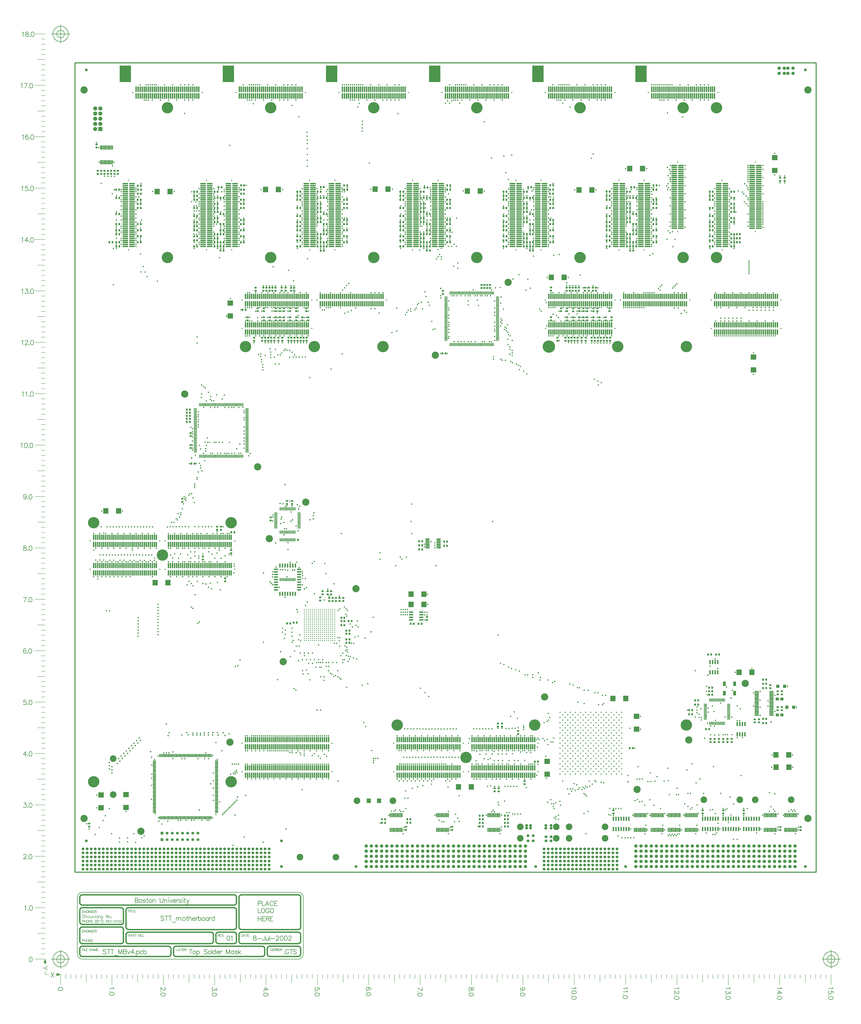
<source format=gts>
%FSLAX24Y24*%
%MOIN*%
G70*
G01*
G75*
%ADD10C,0.0080*%
%ADD11C,0.0600*%
%ADD12R,0.1063X0.0236*%
%ADD13C,0.0270*%
%ADD14R,0.0157X0.0591*%
%ADD15R,0.0240X0.0800*%
%ADD16R,0.0118X0.0591*%
%ADD17R,0.0354X0.0315*%
%ADD18R,0.0315X0.0354*%
%ADD19R,0.0118X0.0591*%
%ADD20C,0.0280*%
%ADD21R,0.0591X0.0118*%
%ADD22R,0.0591X0.0118*%
%ADD23C,0.0280*%
%ADD24R,0.0787X0.0157*%
%ADD25R,0.0787X0.0157*%
%ADD26R,0.0800X0.0850*%
%ADD27R,0.0800X0.0240*%
%ADD28R,0.0512X0.0827*%
%ADD29R,0.0600X0.0600*%
%ADD30R,0.0600X0.0500*%
%ADD31R,0.2165X0.3150*%
%ADD32R,0.0157X0.0787*%
%ADD33R,0.0157X0.0787*%
%ADD34R,0.0236X0.0945*%
%ADD35R,0.0236X0.0945*%
%ADD36R,0.0236X0.1063*%
%ADD37R,0.1004X0.1063*%
%ADD38R,0.1063X0.1004*%
%ADD39R,0.0591X0.0157*%
%ADD40R,0.0591X0.0157*%
%ADD41R,0.0157X0.0591*%
%ADD42O,0.0800X0.0240*%
%ADD43O,0.0240X0.0800*%
%ADD44C,0.0394*%
%ADD45C,0.0157*%
%ADD46C,0.0060*%
%ADD47C,0.0120*%
%ADD48C,0.0240*%
%ADD49C,0.0100*%
%ADD50C,0.0200*%
%ADD51C,0.0500*%
%ADD52C,0.0150*%
%ADD53C,0.0090*%
%ADD54R,0.4500X0.2000*%
%ADD55R,0.4250X0.2000*%
%ADD56R,0.4250X0.2000*%
%ADD57R,0.4500X0.2000*%
%ADD58C,0.0250*%
%ADD59C,0.0050*%
%ADD60C,0.0200*%
%ADD61C,0.0500*%
%ADD62C,0.1250*%
%ADD63C,0.2165*%
%ADD64C,0.2165*%
%ADD65C,0.0750*%
%ADD66R,0.0750X0.0750*%
%ADD67C,0.2362*%
%ADD68R,0.0500X0.0500*%
%ADD69C,0.0240*%
%ADD70C,0.0230*%
%ADD71R,0.0689X0.1654*%
%ADD72R,0.0374X0.1713*%
%ADD73R,0.0394X0.1693*%
%ADD74R,0.0413X0.1732*%
%ADD75C,0.0079*%
%ADD76R,0.5000X0.2000*%
%ADD77R,0.7500X0.2000*%
%ADD78C,0.0240*%
%ADD79C,0.0240*%
%ADD80C,0.1400*%
%ADD81R,0.1103X0.0276*%
%ADD82C,0.0310*%
%ADD83R,0.0197X0.0631*%
%ADD84R,0.0280X0.0840*%
%ADD85R,0.0158X0.0631*%
%ADD86R,0.0394X0.0355*%
%ADD87R,0.0355X0.0394*%
%ADD88R,0.0158X0.0631*%
%ADD89R,0.0631X0.0158*%
%ADD90R,0.0631X0.0158*%
%ADD91R,0.0827X0.0197*%
%ADD92R,0.0827X0.0197*%
%ADD93R,0.0840X0.0890*%
%ADD94R,0.0840X0.0280*%
%ADD95R,0.0552X0.0867*%
%ADD96R,0.0640X0.0640*%
%ADD97R,0.0640X0.0540*%
%ADD98R,0.2205X0.3190*%
%ADD99R,0.0197X0.0827*%
%ADD100R,0.0197X0.0827*%
%ADD101R,0.0276X0.0985*%
%ADD102R,0.0276X0.0985*%
%ADD103R,0.0276X0.1103*%
%ADD104R,0.1044X0.1103*%
%ADD105R,0.1103X0.1044*%
%ADD106R,0.0631X0.0197*%
%ADD107R,0.0631X0.0197*%
%ADD108R,0.0197X0.0631*%
%ADD109O,0.0840X0.0280*%
%ADD110O,0.0280X0.0840*%
%ADD111C,0.0434*%
%ADD112C,0.0197*%
%ADD113C,0.0640*%
%ADD114C,0.0540*%
%ADD115C,0.1290*%
%ADD116C,0.2205*%
%ADD117C,0.2205*%
%ADD118C,0.0790*%
%ADD119R,0.0790X0.0790*%
%ADD120C,0.2402*%
%ADD121R,0.0540X0.0540*%
%ADD122C,0.0280*%
D10*
X25154Y127108D02*
X27154D01*
X26404Y126108D02*
X27154D01*
X26404Y125108D02*
X27154D01*
X26404Y124108D02*
X27154D01*
X26404Y123108D02*
X27154D01*
X25654Y122108D02*
X27154D01*
X26404Y121108D02*
X27154D01*
X26404Y120108D02*
X27154D01*
X26404Y119108D02*
X27154D01*
X26404Y118108D02*
X27154D01*
X25154Y117108D02*
X27154D01*
X26404Y116108D02*
X27154D01*
X26404Y115108D02*
X27154D01*
X26404Y114108D02*
X27154D01*
X26404Y113108D02*
X27154D01*
X25654Y112108D02*
X27154D01*
X26404Y111108D02*
X27154D01*
X26404Y110108D02*
X27154D01*
X26404Y109108D02*
X27154D01*
X26404Y108108D02*
X27154D01*
X25154Y107108D02*
X27154D01*
X26404Y106108D02*
X27154D01*
X26404Y105108D02*
X27154D01*
X26404Y104108D02*
X27154D01*
X26404Y103108D02*
X27154D01*
X25654Y102108D02*
X27154D01*
X26404Y101108D02*
X27154D01*
X26404Y100108D02*
X27154D01*
X26404Y99108D02*
X27154D01*
X26404Y98108D02*
X27154D01*
X25154Y97108D02*
X27154D01*
X26404Y96108D02*
X27154D01*
X26404Y95108D02*
X27154D01*
X26404Y94108D02*
X27154D01*
X26404Y93108D02*
X27154D01*
X25654Y92108D02*
X27154D01*
X26404Y91108D02*
X27154D01*
X26404Y90108D02*
X27154D01*
X26404Y89108D02*
X27154D01*
X26404Y88108D02*
X27154D01*
X25154Y87108D02*
X27154D01*
X26404Y86108D02*
X27154D01*
X26404Y85108D02*
X27154D01*
X26404Y84108D02*
X27154D01*
X26404Y83108D02*
X27154D01*
X25654Y82108D02*
X27154D01*
X26404Y81108D02*
X27154D01*
X26404Y80108D02*
X27154D01*
X26404Y79108D02*
X27154D01*
X26404Y78108D02*
X27154D01*
X25154Y77108D02*
X27154D01*
X26404Y76108D02*
X27154D01*
X26404Y75108D02*
X27154D01*
X26404Y74108D02*
X27154D01*
X26404Y73108D02*
X27154D01*
X25654Y72108D02*
X27154D01*
X26404Y71108D02*
X27154D01*
X26404Y70108D02*
X27154D01*
X26404Y69108D02*
X27154D01*
X26404Y68108D02*
X27154D01*
X25154Y67108D02*
X27154D01*
X26404Y66108D02*
X27154D01*
X26404Y65108D02*
X27154D01*
X26404Y64108D02*
X27154D01*
X26404Y63108D02*
X27154D01*
X25654Y62108D02*
X27154D01*
X26404Y61108D02*
X27154D01*
X26404Y60108D02*
X27154D01*
X26404Y59108D02*
X27154D01*
X26404Y58108D02*
X27154D01*
X25154Y57108D02*
X27154D01*
X26404Y56108D02*
X27154D01*
X26404Y55108D02*
X27154D01*
X26404Y54108D02*
X27154D01*
X26404Y53108D02*
X27154D01*
X25654Y52108D02*
X27154D01*
X26404Y51108D02*
X27154D01*
X26404Y50108D02*
X27154D01*
X26404Y49108D02*
X27154D01*
X26404Y48108D02*
X27154D01*
X25154Y47108D02*
X27154D01*
X26404Y46108D02*
X27154D01*
X26404Y45108D02*
X27154D01*
X26404Y44108D02*
X27154D01*
X26404Y43108D02*
X27154D01*
X25654Y42108D02*
X27154D01*
X26404Y41108D02*
X27154D01*
X26404Y40108D02*
X27154D01*
X26404Y39108D02*
X27154D01*
X26404Y38108D02*
X27154D01*
X25154Y37108D02*
X27154D01*
X26404Y36108D02*
X27154D01*
X26404Y35108D02*
X27154D01*
X26404Y34108D02*
X27154D01*
X26404Y33108D02*
X27154D01*
X25654Y32108D02*
X27154D01*
X26404Y31108D02*
X27154D01*
X26404Y30108D02*
X27154D01*
X26404Y29108D02*
X27154D01*
X26404Y28108D02*
X27154D01*
X25154Y27108D02*
X27154D01*
X26404Y26108D02*
X27154D01*
X26404Y25108D02*
X27154D01*
X26404Y24108D02*
X27154D01*
X26404Y23108D02*
X27154D01*
X25654Y22108D02*
X27154D01*
X26404Y21108D02*
X27154D01*
X26404Y20108D02*
X27154D01*
X26404Y19108D02*
X27154D01*
X26404Y18108D02*
X27154D01*
X25154Y17108D02*
X27154D01*
X29154Y14108D02*
X29404D01*
X27109Y16508D02*
X27199D01*
X26959Y16403D02*
X27349D01*
X27059Y16473D02*
X27249D01*
X27009Y16438D02*
X27299D01*
X26904Y16358D02*
X27404D01*
X27154Y14108D02*
X27904D01*
X180154Y12108D02*
Y14108D01*
X179154Y13358D02*
Y14108D01*
X178154Y13358D02*
Y14108D01*
X177154Y13358D02*
Y14108D01*
X176154Y13358D02*
Y14108D01*
X175154Y12608D02*
Y14108D01*
X174154Y13358D02*
Y14108D01*
X173154Y13358D02*
Y14108D01*
X172154Y13358D02*
Y14108D01*
X171154Y13358D02*
Y14108D01*
X170154Y12108D02*
Y14108D01*
X169154Y13358D02*
Y14108D01*
X168154Y13358D02*
Y14108D01*
X167154Y13358D02*
Y14108D01*
X166154Y13358D02*
Y14108D01*
X165154Y12608D02*
Y14108D01*
X164154Y13358D02*
Y14108D01*
X163154Y13358D02*
Y14108D01*
X162154Y13358D02*
Y14108D01*
X161154Y13358D02*
Y14108D01*
X160154Y12108D02*
Y14108D01*
X159154Y13358D02*
Y14108D01*
X158154Y13358D02*
Y14108D01*
X157154Y13358D02*
Y14108D01*
X156154Y13358D02*
Y14108D01*
X155154Y12608D02*
Y14108D01*
X154154Y13358D02*
Y14108D01*
X153154Y13358D02*
Y14108D01*
X152154Y13358D02*
Y14108D01*
X151154Y13358D02*
Y14108D01*
X150154Y12108D02*
Y14108D01*
X149154Y13358D02*
Y14108D01*
X148154Y13358D02*
Y14108D01*
X147154Y13358D02*
Y14108D01*
X146154Y13358D02*
Y14108D01*
X145154Y12608D02*
Y14108D01*
X144154Y13358D02*
Y14108D01*
X143154Y13358D02*
Y14108D01*
X142154Y13358D02*
Y14108D01*
X141154Y13358D02*
Y14108D01*
X140154Y12108D02*
Y14108D01*
X139154Y13358D02*
Y14108D01*
X138154Y13358D02*
Y14108D01*
X137154Y13358D02*
Y14108D01*
X136154Y13358D02*
Y14108D01*
X135154Y12608D02*
Y14108D01*
X134154Y13358D02*
Y14108D01*
X133154Y13358D02*
Y14108D01*
X132154Y13358D02*
Y14108D01*
X131154Y13358D02*
Y14108D01*
X130154Y12108D02*
Y14108D01*
X129154Y13358D02*
Y14108D01*
X128154Y13358D02*
Y14108D01*
X127154Y13358D02*
Y14108D01*
X126154Y13358D02*
Y14108D01*
X125154Y12608D02*
Y14108D01*
X124154Y13358D02*
Y14108D01*
X123154Y13358D02*
Y14108D01*
X122154Y13358D02*
Y14108D01*
X121154Y13358D02*
Y14108D01*
X120154Y12108D02*
Y14108D01*
X119154Y13358D02*
Y14108D01*
X118154Y13358D02*
Y14108D01*
X117154Y13358D02*
Y14108D01*
X116154Y13358D02*
Y14108D01*
X115154Y12608D02*
Y14108D01*
X114154Y13358D02*
Y14108D01*
X113154Y13358D02*
Y14108D01*
X112154Y13358D02*
Y14108D01*
X111154Y13358D02*
Y14108D01*
X110154Y12108D02*
Y14108D01*
X109154Y13358D02*
Y14108D01*
X108154Y13358D02*
Y14108D01*
X107154Y13358D02*
Y14108D01*
X106154Y13358D02*
Y14108D01*
X105154Y12608D02*
Y14108D01*
X104154Y13358D02*
Y14108D01*
X103154Y13358D02*
Y14108D01*
X102154Y13358D02*
Y14108D01*
X101154Y13358D02*
Y14108D01*
X100154Y12108D02*
Y14108D01*
X99154Y13358D02*
Y14108D01*
X98154Y13358D02*
Y14108D01*
X97154Y13358D02*
Y14108D01*
X96154Y13358D02*
Y14108D01*
X95154Y12608D02*
Y14108D01*
X94154Y13358D02*
Y14108D01*
X93154Y13358D02*
Y14108D01*
X92154Y13358D02*
Y14108D01*
X91154Y13358D02*
Y14108D01*
X90154Y12108D02*
Y14108D01*
X89154Y13358D02*
Y14108D01*
X88154Y13358D02*
Y14108D01*
X87154Y13358D02*
Y14108D01*
X86154Y13358D02*
Y14108D01*
X85154Y12608D02*
Y14108D01*
X84154Y13358D02*
Y14108D01*
X83154Y13358D02*
Y14108D01*
X82154Y13358D02*
Y14108D01*
X81154Y13358D02*
Y14108D01*
X80154Y12108D02*
Y14108D01*
X79154Y13358D02*
Y14108D01*
X78154Y13358D02*
Y14108D01*
X77154Y13358D02*
Y14108D01*
X76154Y13358D02*
Y14108D01*
X75154Y12608D02*
Y14108D01*
X74154Y13358D02*
Y14108D01*
X73154Y13358D02*
Y14108D01*
X72154Y13358D02*
Y14108D01*
X71154Y13358D02*
Y14108D01*
X70154Y12108D02*
Y14108D01*
X69154Y13358D02*
Y14108D01*
X68154Y13358D02*
Y14108D01*
X67154Y13358D02*
Y14108D01*
X66154Y13358D02*
Y14108D01*
X65154Y12608D02*
Y14108D01*
X64154Y13358D02*
Y14108D01*
X63154Y13358D02*
Y14108D01*
X62154Y13358D02*
Y14108D01*
X61154Y13358D02*
Y14108D01*
X60154Y12108D02*
Y14108D01*
X59154Y13358D02*
Y14108D01*
X58154Y13358D02*
Y14108D01*
X57154Y13358D02*
Y14108D01*
X56154Y13358D02*
Y14108D01*
X55154Y12608D02*
Y14108D01*
X54154Y13358D02*
Y14108D01*
X53154Y13358D02*
Y14108D01*
X52154Y13358D02*
Y14108D01*
X51154Y13358D02*
Y14108D01*
X50154Y12108D02*
Y14108D01*
X49154Y13358D02*
Y14108D01*
X48154Y13358D02*
Y14108D01*
X47154Y13358D02*
Y14108D01*
X46154Y13358D02*
Y14108D01*
X45154Y12608D02*
Y14108D01*
X44154Y13358D02*
Y14108D01*
X43154Y13358D02*
Y14108D01*
X42154Y13358D02*
Y14108D01*
X41154Y13358D02*
Y14108D01*
X40154Y12108D02*
Y14108D01*
X39154Y13358D02*
Y14108D01*
X38154Y13358D02*
Y14108D01*
X37154Y13358D02*
Y14108D01*
X36154Y13358D02*
Y14108D01*
X35154Y12608D02*
Y14108D01*
X34154Y13358D02*
Y14108D01*
X33154Y13358D02*
Y14108D01*
X32154Y13358D02*
Y14108D01*
X31154Y13358D02*
Y14108D01*
X30154Y12108D02*
Y14108D01*
X29554Y14063D02*
Y14153D01*
X29449Y13913D02*
Y14303D01*
X29519Y14013D02*
Y14203D01*
X27154Y16108D02*
Y16358D01*
X29484Y13963D02*
Y14253D01*
X29404Y13858D02*
Y14358D01*
X27154Y14108D02*
Y14858D01*
X29554Y14063D02*
X29684Y14108D01*
X29554Y14153D02*
X29684Y14108D01*
X29449Y13913D02*
X30029Y14108D01*
X29449Y14303D02*
X30029Y14108D01*
X29519Y14013D02*
X29799Y14108D01*
X29519Y14203D02*
X29799Y14108D01*
X27154Y16638D02*
X27199Y16508D01*
X27109D02*
X27154Y16638D01*
Y16983D02*
X27349Y16403D01*
X26959D02*
X27154Y16983D01*
Y16753D02*
X27249Y16473D01*
X27059D02*
X27154Y16753D01*
Y16868D02*
X27299Y16438D01*
X27009D02*
X27154Y16868D01*
X26904Y16358D02*
X27154Y17108D01*
X27404Y16358D01*
X29484Y13963D02*
X29914Y14108D01*
X29484Y14253D02*
X29914Y14108D01*
X29404Y14358D02*
X30154Y14108D01*
X29404Y13858D02*
X30154Y14108D01*
X25154Y197108D02*
X27154D01*
X26404Y196108D02*
X27154D01*
X26404Y195108D02*
X27154D01*
X26404Y194108D02*
X27154D01*
X26404Y193108D02*
X27154D01*
X25654Y192108D02*
X27154D01*
X26404Y191108D02*
X27154D01*
X26404Y190108D02*
X27154D01*
X26404Y189108D02*
X27154D01*
X26404Y188108D02*
X27154D01*
X25154Y187108D02*
X27154D01*
X26404Y186108D02*
X27154D01*
X26404Y185108D02*
X27154D01*
X26404Y184108D02*
X27154D01*
X26404Y183108D02*
X27154D01*
X25654Y182108D02*
X27154D01*
X26404Y181108D02*
X27154D01*
X26404Y180108D02*
X27154D01*
X26404Y179108D02*
X27154D01*
X26404Y178108D02*
X27154D01*
X25154Y177108D02*
X27154D01*
X26404Y176108D02*
X27154D01*
X26404Y175108D02*
X27154D01*
X26404Y174108D02*
X27154D01*
X26404Y173108D02*
X27154D01*
X25654Y172108D02*
X27154D01*
X26404Y171108D02*
X27154D01*
X26404Y170108D02*
X27154D01*
X26404Y169108D02*
X27154D01*
X26404Y168108D02*
X27154D01*
X25154Y167108D02*
X27154D01*
X26404Y166108D02*
X27154D01*
X26404Y165108D02*
X27154D01*
X26404Y164108D02*
X27154D01*
X26404Y163108D02*
X27154D01*
X25654Y162108D02*
X27154D01*
X26404Y161108D02*
X27154D01*
X26404Y160108D02*
X27154D01*
X26404Y159108D02*
X27154D01*
X26404Y158108D02*
X27154D01*
X25154Y157108D02*
X27154D01*
X26404Y156108D02*
X27154D01*
X26404Y155108D02*
X27154D01*
X26404Y154108D02*
X27154D01*
X26404Y153108D02*
X27154D01*
X25654Y152108D02*
X27154D01*
X26404Y151108D02*
X27154D01*
X26404Y150108D02*
X27154D01*
X26404Y149108D02*
X27154D01*
X26404Y148108D02*
X27154D01*
X25154Y147108D02*
X27154D01*
X26404Y146108D02*
X27154D01*
X26404Y145108D02*
X27154D01*
X26404Y144108D02*
X27154D01*
X26404Y143108D02*
X27154D01*
X25654Y142108D02*
X27154D01*
X26404Y141108D02*
X27154D01*
X26404Y140108D02*
X27154D01*
X26404Y139108D02*
X27154D01*
X26404Y138108D02*
X27154D01*
X25154Y137108D02*
X27154D01*
X26404Y136108D02*
X27154D01*
X26404Y135108D02*
X27154D01*
X26404Y134108D02*
X27154D01*
X26404Y133108D02*
X27154D01*
X25654Y132108D02*
X27154D01*
X26404Y131108D02*
X27154D01*
X26404Y130108D02*
X27154D01*
X26404Y129108D02*
X27154D01*
X26404Y128108D02*
X27154D01*
X25154Y127108D02*
X27154D01*
X34803Y25622D02*
X34746Y25679D01*
X34661Y25708D01*
X34546D01*
X34461Y25679D01*
X34404Y25622D01*
Y25565D01*
X34432Y25508D01*
X34461Y25479D01*
X34518Y25451D01*
X34689Y25394D01*
X34746Y25365D01*
X34775Y25337D01*
X34803Y25280D01*
Y25194D01*
X34746Y25137D01*
X34661Y25108D01*
X34546D01*
X34461Y25137D01*
X34404Y25194D01*
X34938Y25708D02*
Y25108D01*
Y25394D02*
X35023Y25479D01*
X35081Y25508D01*
X35166D01*
X35223Y25479D01*
X35252Y25394D01*
Y25108D01*
X35552Y25508D02*
X35495Y25479D01*
X35438Y25422D01*
X35409Y25337D01*
Y25280D01*
X35438Y25194D01*
X35495Y25137D01*
X35552Y25108D01*
X35638D01*
X35695Y25137D01*
X35752Y25194D01*
X35780Y25280D01*
Y25337D01*
X35752Y25422D01*
X35695Y25479D01*
X35638Y25508D01*
X35552D01*
X35912D02*
Y25222D01*
X35940Y25137D01*
X35997Y25108D01*
X36083D01*
X36140Y25137D01*
X36226Y25222D01*
Y25508D02*
Y25108D01*
X36383Y25508D02*
X36697Y25108D01*
Y25508D02*
X36383Y25108D01*
X36880Y25708D02*
X36909Y25679D01*
X36937Y25708D01*
X36909Y25737D01*
X36880Y25708D01*
X36909Y25508D02*
Y25108D01*
X37386Y25508D02*
Y25108D01*
Y25422D02*
X37329Y25479D01*
X37271Y25508D01*
X37186D01*
X37129Y25479D01*
X37072Y25422D01*
X37043Y25337D01*
Y25280D01*
X37072Y25194D01*
X37129Y25137D01*
X37186Y25108D01*
X37271D01*
X37329Y25137D01*
X37386Y25194D01*
X37546Y25508D02*
Y25108D01*
Y25394D02*
X37631Y25479D01*
X37689Y25508D01*
X37774D01*
X37831Y25479D01*
X37860Y25394D01*
Y25108D01*
X38360Y25508D02*
Y25051D01*
X38331Y24965D01*
X38303Y24937D01*
X38246Y24908D01*
X38160D01*
X38103Y24937D01*
X38360Y25422D02*
X38303Y25479D01*
X38246Y25508D01*
X38160D01*
X38103Y25479D01*
X38046Y25422D01*
X38017Y25337D01*
Y25280D01*
X38046Y25194D01*
X38103Y25137D01*
X38160Y25108D01*
X38246D01*
X38303Y25137D01*
X38360Y25194D01*
X38991Y25708D02*
X39134Y25108D01*
X39277Y25708D02*
X39134Y25108D01*
X39277Y25708D02*
X39420Y25108D01*
X39562Y25708D02*
X39420Y25108D01*
X39682Y25508D02*
Y25222D01*
X39711Y25137D01*
X39768Y25108D01*
X39854D01*
X39911Y25137D01*
X39997Y25222D01*
Y25508D02*
Y25108D01*
D13*
X37594Y175010D02*
D03*
X96492Y57667D02*
D03*
X60390Y59242D02*
D03*
X96177Y55029D02*
D03*
X105104Y165408D02*
D03*
X145254Y165208D02*
D03*
X54602Y44104D02*
D03*
X59898Y51801D02*
D03*
Y53336D02*
D03*
X58953Y56092D02*
D03*
X58441Y57273D02*
D03*
X53756Y56092D02*
D03*
X53579Y44104D02*
D03*
X55626D02*
D03*
X56138D02*
D03*
X57673D02*
D03*
X59051D02*
D03*
X58697D02*
D03*
X59740Y44596D02*
D03*
X60409Y45325D02*
D03*
X61098Y47707D02*
D03*
X59898Y47962D02*
D03*
Y48986D02*
D03*
Y50384D02*
D03*
X60654Y55958D02*
D03*
X59754Y56708D02*
D03*
X58185Y56092D02*
D03*
X56906D02*
D03*
X54346D02*
D03*
X52043D02*
D03*
X50252Y57214D02*
D03*
X49169Y56604D02*
D03*
X48461Y55974D02*
D03*
X47929Y54872D02*
D03*
Y53081D02*
D03*
X47909Y52313D02*
D03*
X47890Y50896D02*
D03*
X47850Y48218D02*
D03*
X48554Y45408D02*
D03*
X49204Y44608D02*
D03*
X53067Y44104D02*
D03*
X51020Y43966D02*
D03*
X154839Y65817D02*
D03*
X121689Y57667D02*
D03*
X45272Y80541D02*
D03*
X38579Y99990D02*
D03*
X82988Y72510D02*
D03*
X55114Y107313D02*
D03*
X79209Y74636D02*
D03*
X114130Y61884D02*
D03*
X55114Y101250D02*
D03*
X75193Y81486D02*
D03*
X119130Y63927D02*
D03*
X83933Y78533D02*
D03*
X76610Y78021D02*
D03*
X85114Y76644D02*
D03*
X110272Y57667D02*
D03*
X84720Y76132D02*
D03*
X62594Y99911D02*
D03*
X121689Y60541D02*
D03*
X55114Y94399D02*
D03*
X114209Y55029D02*
D03*
X53933Y94399D02*
D03*
X84524Y77982D02*
D03*
X53146Y97037D02*
D03*
X112240Y57667D02*
D03*
X118539D02*
D03*
X59051Y94399D02*
D03*
X58264Y97037D02*
D03*
X117358Y57667D02*
D03*
X57870Y94399D02*
D03*
X116965Y55029D02*
D03*
X76059Y77982D02*
D03*
X75232Y78730D02*
D03*
X80390Y78258D02*
D03*
X54327Y97037D02*
D03*
X113421Y57667D02*
D03*
X57201Y117037D02*
D03*
X86571Y75935D02*
D03*
X118146Y57077D02*
D03*
X78815Y75344D02*
D03*
X59012Y96329D02*
D03*
X57713Y112116D02*
D03*
X78343Y72628D02*
D03*
X116654Y50708D02*
D03*
X57870Y90187D02*
D03*
X78028Y75344D02*
D03*
X54248Y107077D02*
D03*
X77280Y73218D02*
D03*
X83382Y72116D02*
D03*
X83146Y74793D02*
D03*
X53579Y103927D02*
D03*
X53539Y95935D02*
D03*
X82319Y73218D02*
D03*
X113004Y57008D02*
D03*
X53854Y104714D02*
D03*
Y101250D02*
D03*
X80941Y73888D02*
D03*
X112949Y61919D02*
D03*
X118504Y65208D02*
D03*
X53067Y103770D02*
D03*
X77398Y72588D02*
D03*
X81886Y74084D02*
D03*
Y74793D02*
D03*
X113417Y55935D02*
D03*
X125404Y64108D02*
D03*
X53579Y103573D02*
D03*
X53146Y95108D02*
D03*
X85429Y75344D02*
D03*
X112634Y56108D02*
D03*
X125154Y63608D02*
D03*
X53343Y103100D02*
D03*
X53264Y101250D02*
D03*
X84130Y73218D02*
D03*
X83933Y74793D02*
D03*
X112358Y61915D02*
D03*
X124304Y63108D02*
D03*
X52673Y102825D02*
D03*
X52909Y102549D02*
D03*
X52673Y101250D02*
D03*
X82713Y72746D02*
D03*
X120350Y62486D02*
D03*
X111768Y61915D02*
D03*
X51768Y102077D02*
D03*
X52358Y95974D02*
D03*
X84130Y72037D02*
D03*
X111804Y56958D02*
D03*
X61059Y117628D02*
D03*
X85547Y78061D02*
D03*
X75193Y80699D02*
D03*
X120508Y57667D02*
D03*
X60626Y96092D02*
D03*
X60390Y117628D02*
D03*
X73894Y81092D02*
D03*
X119283Y55738D02*
D03*
X60193Y95108D02*
D03*
X52240Y102077D02*
D03*
X52083Y101250D02*
D03*
X83697Y72273D02*
D03*
X120350Y62132D02*
D03*
X111177Y61915D02*
D03*
X60075Y117628D02*
D03*
X73894Y80305D02*
D03*
X119004Y50708D02*
D03*
X60744Y90423D02*
D03*
X85862Y77825D02*
D03*
X75193Y79911D02*
D03*
X118654Y62008D02*
D03*
X59563Y101250D02*
D03*
X58736Y118494D02*
D03*
X59130Y117628D02*
D03*
X85941Y77352D02*
D03*
X59681Y95896D02*
D03*
X58815Y117628D02*
D03*
X78067Y73297D02*
D03*
X118404Y50708D02*
D03*
X59287Y90226D02*
D03*
X58299Y117703D02*
D03*
X85705Y77116D02*
D03*
X76846Y76644D02*
D03*
X118054Y62008D02*
D03*
X58972Y101250D02*
D03*
X61256Y88927D02*
D03*
X58539Y117077D02*
D03*
X118533Y55738D02*
D03*
X73382Y81486D02*
D03*
X58421Y116407D02*
D03*
X117804Y50708D02*
D03*
X73736Y79518D02*
D03*
X58972Y89439D02*
D03*
X57437Y116329D02*
D03*
X85783Y76171D02*
D03*
X117476Y61958D02*
D03*
X58382Y101250D02*
D03*
X77634Y76132D02*
D03*
X58417Y115931D02*
D03*
X86020Y76880D02*
D03*
X77634Y76644D02*
D03*
X56413Y115187D02*
D03*
X117254Y50708D02*
D03*
X73343Y80699D02*
D03*
X58461Y90069D02*
D03*
X50941Y101171D02*
D03*
X51571Y95699D02*
D03*
X84720Y71565D02*
D03*
X57201Y113573D02*
D03*
X86177Y76053D02*
D03*
X116886Y61990D02*
D03*
X57791Y101250D02*
D03*
X77240Y75344D02*
D03*
X57437Y113140D02*
D03*
X78736Y71447D02*
D03*
X78421Y76644D02*
D03*
X57437Y112667D02*
D03*
X87201Y75699D02*
D03*
X75705Y77037D02*
D03*
X116954Y57008D02*
D03*
X59563Y89163D02*
D03*
X57870Y95935D02*
D03*
X56965Y111880D02*
D03*
X79917Y73888D02*
D03*
X79602Y75384D02*
D03*
X116204Y55758D02*
D03*
X57083Y95108D02*
D03*
X113303Y50699D02*
D03*
X56217Y105935D02*
D03*
X54799Y89911D02*
D03*
X81453Y71329D02*
D03*
X81177Y75344D02*
D03*
X51492Y101250D02*
D03*
X84484Y71801D02*
D03*
X124904Y59858D02*
D03*
X120350Y61777D02*
D03*
X110587Y61915D02*
D03*
X126138Y165325D02*
D03*
X73933Y105187D02*
D03*
X36591Y96663D02*
D03*
X44169Y96683D02*
D03*
X164754Y73658D02*
D03*
X165054Y130908D02*
D03*
X61020Y96644D02*
D03*
X60625Y100306D02*
D03*
X65065Y117323D02*
D03*
X145311Y165896D02*
D03*
X148904Y171508D02*
D03*
X151754D02*
D03*
X166904D02*
D03*
X164004D02*
D03*
X85054Y165408D02*
D03*
X97254Y167008D02*
D03*
X100154D02*
D03*
X102201Y166010D02*
D03*
X102197Y166403D02*
D03*
X117354Y166908D02*
D03*
X120254D02*
D03*
X117319Y168809D02*
D03*
X116453Y173376D02*
D03*
X121846Y162864D02*
D03*
X90272Y171998D02*
D03*
X75587Y69754D02*
D03*
X75980Y69439D02*
D03*
X72398Y71486D02*
D03*
X101098Y68966D02*
D03*
X100232Y69793D02*
D03*
X101846Y68218D02*
D03*
X87476Y79754D02*
D03*
X79604Y88178D02*
D03*
X55508Y120620D02*
D03*
X61413Y95108D02*
D03*
X61807Y99911D02*
D03*
X62972Y95912D02*
D03*
X62204Y95583D02*
D03*
X156689Y62431D02*
D03*
X153736Y64203D02*
D03*
Y73218D02*
D03*
X94681Y139006D02*
D03*
X157398Y65266D02*
D03*
X102136Y167191D02*
D03*
X122286D02*
D03*
X142358Y167195D02*
D03*
X141004Y62008D02*
D03*
X134854Y128808D02*
D03*
X134104Y129908D02*
D03*
X134799Y129557D02*
D03*
X135429Y129281D02*
D03*
X127082Y141958D02*
D03*
X98539Y99911D02*
D03*
X154091Y66132D02*
D03*
X74760Y106210D02*
D03*
X74248Y105305D02*
D03*
X63854Y92234D02*
D03*
X155902Y69203D02*
D03*
X155941Y70187D02*
D03*
X96295Y95344D02*
D03*
X96610Y94951D02*
D03*
X125150Y166797D02*
D03*
X125547Y165423D02*
D03*
X133854Y173730D02*
D03*
X97516Y95344D02*
D03*
X133500Y172903D02*
D03*
X126177Y154006D02*
D03*
X140665Y165620D02*
D03*
X127243Y154206D02*
D03*
X121138Y149360D02*
D03*
X118224Y149399D02*
D03*
X140665Y164439D02*
D03*
X149642Y143809D02*
D03*
X150429Y143770D02*
D03*
X155508Y184242D02*
D03*
X101650Y86132D02*
D03*
X101610Y88100D02*
D03*
X97654Y85108D02*
D03*
X97254D02*
D03*
X96854D02*
D03*
X96454D02*
D03*
Y84108D02*
D03*
Y84608D02*
D03*
X96854Y84108D02*
D03*
Y84608D02*
D03*
X97254D02*
D03*
Y84108D02*
D03*
X97654D02*
D03*
Y84608D02*
D03*
X101492Y84084D02*
D03*
Y84596D02*
D03*
X101059D02*
D03*
Y84084D02*
D03*
X101098Y83100D02*
D03*
X162654Y52808D02*
D03*
X157254Y54558D02*
D03*
X161154Y47308D02*
D03*
X154104Y47108D02*
D03*
X158657Y66958D02*
D03*
X156256Y65935D02*
D03*
Y65147D02*
D03*
X157476Y62431D02*
D03*
X157673Y63533D02*
D03*
X160823Y64163D02*
D03*
X162404Y63508D02*
D03*
X161904D02*
D03*
X162904Y60208D02*
D03*
X161904D02*
D03*
X173441Y66092D02*
D03*
X171689Y70167D02*
D03*
X165075Y68907D02*
D03*
X166354Y69163D02*
D03*
Y66092D02*
D03*
X167909Y66329D02*
D03*
X169228Y65325D02*
D03*
X166354Y64557D02*
D03*
X165075Y66329D02*
D03*
X166335Y67490D02*
D03*
X167909Y67352D02*
D03*
X169228Y68396D02*
D03*
X66571Y52171D02*
D03*
X67358D02*
D03*
X68146D02*
D03*
X68933D02*
D03*
X69720D02*
D03*
X70508D02*
D03*
X71689D02*
D03*
X72870D02*
D03*
X74051D02*
D03*
X75232D02*
D03*
X76413D02*
D03*
X77594D02*
D03*
X78776D02*
D03*
X79957D02*
D03*
X81138D02*
D03*
X82319D02*
D03*
X66571Y55025D02*
D03*
X67358D02*
D03*
X68146D02*
D03*
X68933D02*
D03*
X69720D02*
D03*
X70508D02*
D03*
X71689D02*
D03*
X72870D02*
D03*
X74051D02*
D03*
X75232D02*
D03*
X76413D02*
D03*
X77594D02*
D03*
X78776D02*
D03*
X79957D02*
D03*
X81138D02*
D03*
X82319D02*
D03*
X66571Y60537D02*
D03*
X67358D02*
D03*
X68146D02*
D03*
X68933D02*
D03*
X69720D02*
D03*
X70508D02*
D03*
X71689D02*
D03*
X72870D02*
D03*
X74051D02*
D03*
X75232D02*
D03*
X76413D02*
D03*
X77594D02*
D03*
X78776D02*
D03*
X79957D02*
D03*
X81138D02*
D03*
X82319D02*
D03*
X66571Y57644D02*
D03*
X67358D02*
D03*
X68146D02*
D03*
X68933D02*
D03*
X69720D02*
D03*
X70508D02*
D03*
X71689D02*
D03*
X72870D02*
D03*
X74051D02*
D03*
X75232D02*
D03*
X76413D02*
D03*
X77594D02*
D03*
X78776D02*
D03*
X79957D02*
D03*
X81138D02*
D03*
X82319D02*
D03*
X113054Y45108D02*
D03*
X103054D02*
D03*
X94054D02*
D03*
X166846Y45104D02*
D03*
X170862D02*
D03*
X169839Y42781D02*
D03*
X169854Y42258D02*
D03*
X173815Y42781D02*
D03*
X173804Y42258D02*
D03*
X77988Y141959D02*
D03*
X56610Y156167D02*
D03*
X56650Y158136D02*
D03*
Y160104D02*
D03*
X80744Y143884D02*
D03*
Y146758D02*
D03*
X84681Y143884D02*
D03*
X82713D02*
D03*
Y146758D02*
D03*
X84681D02*
D03*
X86650D02*
D03*
X90587D02*
D03*
X91374D02*
D03*
X92161D02*
D03*
X92949D02*
D03*
X100114Y155065D02*
D03*
X100862Y158529D02*
D03*
X100547Y159710D02*
D03*
X101492Y160498D02*
D03*
X100823Y160104D02*
D03*
X100862Y162073D02*
D03*
X101492Y160892D02*
D03*
X101217Y164041D02*
D03*
X100862Y164435D02*
D03*
X101492Y165616D02*
D03*
X164209Y143333D02*
D03*
X164996D02*
D03*
X165783Y143884D02*
D03*
X165783Y143333D02*
D03*
X166571D02*
D03*
X167358Y143884D02*
D03*
X167358Y143333D02*
D03*
X168146D02*
D03*
X168933Y143884D02*
D03*
X168933Y143333D02*
D03*
X158697Y141797D02*
D03*
X162634D02*
D03*
X161846Y141246D02*
D03*
Y141797D02*
D03*
X161059D02*
D03*
X160272Y141246D02*
D03*
Y141797D02*
D03*
X159484D02*
D03*
X158697Y141246D02*
D03*
X108264Y187195D02*
D03*
X108657D02*
D03*
X128736D02*
D03*
X128343D02*
D03*
X148815D02*
D03*
X148421D02*
D03*
X145272D02*
D03*
X145665D02*
D03*
X146453D02*
D03*
X146846D02*
D03*
X64484Y116403D02*
D03*
X65272Y115498D02*
D03*
X62516D02*
D03*
X55823Y116525D02*
D03*
X57988Y124435D02*
D03*
X59366D02*
D03*
X60154D02*
D03*
X60744D02*
D03*
X62122D02*
D03*
X62909D02*
D03*
X63500D02*
D03*
X63894D02*
D03*
X64878D02*
D03*
X65665D02*
D03*
X65902Y123805D02*
D03*
Y123411D02*
D03*
Y122427D02*
D03*
Y122033D02*
D03*
Y120655D02*
D03*
Y119868D02*
D03*
Y119277D02*
D03*
Y118490D02*
D03*
Y117899D02*
D03*
Y117309D02*
D03*
Y116521D02*
D03*
X64878Y115498D02*
D03*
X64091D02*
D03*
X63500D02*
D03*
X62909D02*
D03*
X62122D02*
D03*
X61335D02*
D03*
X60744D02*
D03*
X59760D02*
D03*
X59366D02*
D03*
X57988D02*
D03*
X55823Y116128D02*
D03*
Y119671D02*
D03*
Y117116D02*
D03*
Y117899D02*
D03*
Y118687D02*
D03*
Y119277D02*
D03*
Y120266D02*
D03*
X56965Y120655D02*
D03*
Y123018D02*
D03*
Y121049D02*
D03*
Y121640D02*
D03*
Y122033D02*
D03*
Y122624D02*
D03*
Y123608D02*
D03*
X114681Y145144D02*
D03*
Y143766D02*
D03*
Y142978D02*
D03*
Y142388D02*
D03*
Y141010D02*
D03*
Y140222D02*
D03*
Y139632D02*
D03*
Y139238D02*
D03*
Y138254D02*
D03*
Y137466D02*
D03*
X114051Y137230D02*
D03*
X113657D02*
D03*
X112673D02*
D03*
X112280D02*
D03*
X110902D02*
D03*
X110114D02*
D03*
X109524D02*
D03*
X108736D02*
D03*
X108146D02*
D03*
X107555D02*
D03*
X106768D02*
D03*
X105744Y137860D02*
D03*
Y138254D02*
D03*
Y139041D02*
D03*
Y139632D02*
D03*
Y140222D02*
D03*
Y140616D02*
D03*
Y141010D02*
D03*
Y141797D02*
D03*
Y142388D02*
D03*
Y143372D02*
D03*
Y143766D02*
D03*
Y145144D02*
D03*
X106374Y146167D02*
D03*
X106768D02*
D03*
X107358D02*
D03*
X108146D02*
D03*
X108933D02*
D03*
X109524D02*
D03*
X109917D02*
D03*
X110508Y147309D02*
D03*
X110902Y146167D02*
D03*
X113264D02*
D03*
X111295D02*
D03*
X111886D02*
D03*
X112280D02*
D03*
X112870D02*
D03*
X113854D02*
D03*
X146177Y164435D02*
D03*
X168146Y138372D02*
D03*
X164996D02*
D03*
X166571D02*
D03*
X168933Y141246D02*
D03*
X167358D02*
D03*
X165783D02*
D03*
X163421Y138372D02*
D03*
X161846D02*
D03*
X164209Y141246D02*
D03*
X162634D02*
D03*
X160272Y138372D02*
D03*
X161059Y141207D02*
D03*
X159484Y141246D02*
D03*
X158697Y138372D02*
D03*
X157713Y141246D02*
D03*
X157909Y138372D02*
D03*
X164209Y146758D02*
D03*
X165783D02*
D03*
X167358D02*
D03*
X168933D02*
D03*
X168146Y143884D02*
D03*
X166571D02*
D03*
X164996D02*
D03*
X163421D02*
D03*
X158697D02*
D03*
X161846D02*
D03*
X162634Y146758D02*
D03*
X161059D02*
D03*
X160272Y143884D02*
D03*
X159484Y146758D02*
D03*
X157713D02*
D03*
X157909Y143884D02*
D03*
X139799D02*
D03*
Y146758D02*
D03*
X143736Y143884D02*
D03*
X141768D02*
D03*
Y146758D02*
D03*
X143736D02*
D03*
X145705D02*
D03*
X149642D02*
D03*
X150429D02*
D03*
X151217D02*
D03*
X152004D02*
D03*
X125232Y138372D02*
D03*
X126020Y143884D02*
D03*
X125626D02*
D03*
Y146758D02*
D03*
X136531Y163647D02*
D03*
X137437D02*
D03*
X156571Y162073D02*
D03*
X100587Y164829D02*
D03*
X100154Y164435D02*
D03*
X100862Y163647D02*
D03*
X56177Y163647D02*
D03*
X57122D02*
D03*
Y164435D02*
D03*
X56177Y165222D02*
D03*
Y166010D02*
D03*
X57122Y160892D02*
D03*
Y156167D02*
D03*
Y158529D02*
D03*
X56177Y155380D02*
D03*
Y156561D02*
D03*
Y158136D02*
D03*
Y159317D02*
D03*
Y160104D02*
D03*
Y160896D02*
D03*
Y162073D02*
D03*
X57122D02*
D03*
X61886Y155384D02*
D03*
X65823Y161285D02*
D03*
X64917Y156167D02*
D03*
X65823Y164435D02*
D03*
X64917Y157348D02*
D03*
X65823Y156955D02*
D03*
Y157348D02*
D03*
X64917Y158529D02*
D03*
Y164435D02*
D03*
Y159710D02*
D03*
X65823Y159317D02*
D03*
Y160498D02*
D03*
X141689Y158529D02*
D03*
X121571D02*
D03*
X81413D02*
D03*
X61335D02*
D03*
X59996Y161679D02*
D03*
X60705D02*
D03*
X59996Y165616D02*
D03*
X60705D02*
D03*
X61335Y164829D02*
D03*
X62043Y164829D02*
D03*
X60705Y164435D02*
D03*
X59996D02*
D03*
X80075Y161679D02*
D03*
X80783D02*
D03*
X80075Y165616D02*
D03*
X80783D02*
D03*
X81413D02*
D03*
X82122Y164829D02*
D03*
X80783Y164435D02*
D03*
X80075D02*
D03*
X100154Y161679D02*
D03*
X100862D02*
D03*
X100154Y165616D02*
D03*
X100862D02*
D03*
X102201Y164829D02*
D03*
X140311Y161679D02*
D03*
X141020D02*
D03*
X140311Y165616D02*
D03*
X141020D02*
D03*
X142358Y164829D02*
D03*
X141020Y164435D02*
D03*
X140311D02*
D03*
X120232Y161679D02*
D03*
X120941D02*
D03*
X120232Y165616D02*
D03*
X120941D02*
D03*
X122280Y164829D02*
D03*
X120941Y164435D02*
D03*
X120232D02*
D03*
X156295Y187195D02*
D03*
X154720D02*
D03*
X148028D02*
D03*
X147240D02*
D03*
X147634Y184242D02*
D03*
X147240D02*
D03*
X135429D02*
D03*
X136217Y187195D02*
D03*
X134642D02*
D03*
X127949D02*
D03*
X127161D02*
D03*
X127555Y184242D02*
D03*
X127161D02*
D03*
X116138Y187195D02*
D03*
X114563D02*
D03*
X107870D02*
D03*
X107083D02*
D03*
X107476Y184242D02*
D03*
X107083D02*
D03*
X156295D02*
D03*
X155508Y187195D02*
D03*
X153933D02*
D03*
X154720Y184242D02*
D03*
X153146D02*
D03*
X148421D02*
D03*
X149996D02*
D03*
X151571D02*
D03*
X152358Y187195D02*
D03*
X150783D02*
D03*
X149209D02*
D03*
X147634D02*
D03*
X146059D02*
D03*
X146846Y184242D02*
D03*
X136217D02*
D03*
X135429Y187195D02*
D03*
X133854D02*
D03*
X134642Y184242D02*
D03*
X133067D02*
D03*
X128343D02*
D03*
X129917D02*
D03*
X131492D02*
D03*
X132280Y187195D02*
D03*
X130705D02*
D03*
X129130D02*
D03*
X127555D02*
D03*
X125980D02*
D03*
X126768Y184242D02*
D03*
X116138D02*
D03*
X115350Y187195D02*
D03*
X113776D02*
D03*
X114563Y184242D02*
D03*
X112988D02*
D03*
X108264D02*
D03*
X109839D02*
D03*
X111413D02*
D03*
X112201Y187195D02*
D03*
X110626D02*
D03*
X109051D02*
D03*
X107476D02*
D03*
X105902D02*
D03*
X106689Y184242D02*
D03*
X85035Y187195D02*
D03*
X85429D02*
D03*
X86217D02*
D03*
X86610D02*
D03*
X93697Y184242D02*
D03*
X95272D02*
D03*
X96059Y187195D02*
D03*
X88579D02*
D03*
X88185D02*
D03*
X87791D02*
D03*
X87004D02*
D03*
X87398Y184242D02*
D03*
X87004D02*
D03*
X73618D02*
D03*
X75980Y187195D02*
D03*
X74406D02*
D03*
X68500D02*
D03*
X68106D02*
D03*
X67713D02*
D03*
X66925D02*
D03*
X67319Y184242D02*
D03*
X66925D02*
D03*
X55114D02*
D03*
X55902Y187195D02*
D03*
X54327D02*
D03*
X48421D02*
D03*
X48028D02*
D03*
X47634D02*
D03*
X46846D02*
D03*
X47240Y184242D02*
D03*
X46846D02*
D03*
X96059D02*
D03*
X95272Y187195D02*
D03*
X93697D02*
D03*
X94484Y184242D02*
D03*
X92909D02*
D03*
X88185D02*
D03*
X89760D02*
D03*
X91335D02*
D03*
X92122Y187195D02*
D03*
X90547D02*
D03*
X88972D02*
D03*
X87398D02*
D03*
X85823D02*
D03*
X86610Y184242D02*
D03*
X75980D02*
D03*
X75193Y187195D02*
D03*
X73618D02*
D03*
X74406Y184242D02*
D03*
X72831D02*
D03*
X68106D02*
D03*
X69681D02*
D03*
X71256D02*
D03*
X72043Y187195D02*
D03*
X70469D02*
D03*
X68894D02*
D03*
X67319D02*
D03*
X65744D02*
D03*
X66531Y184242D02*
D03*
X55902D02*
D03*
X55114Y187195D02*
D03*
X53539D02*
D03*
X54327Y184242D02*
D03*
X52752D02*
D03*
X48028D02*
D03*
X49602D02*
D03*
X51177D02*
D03*
X51965Y187195D02*
D03*
X50390D02*
D03*
X48815D02*
D03*
X47240D02*
D03*
X45665D02*
D03*
X46453Y184242D02*
D03*
X121571Y160896D02*
D03*
X101492Y161679D02*
D03*
X81413Y160896D02*
D03*
X97004Y42258D02*
D03*
Y42758D02*
D03*
X106004Y42258D02*
D03*
Y42758D02*
D03*
X116004Y42258D02*
D03*
Y42808D02*
D03*
X74839Y138376D02*
D03*
X68146Y146762D02*
D03*
X68933Y143888D02*
D03*
X70508Y146762D02*
D03*
X71295Y143888D02*
D03*
X72870Y146762D02*
D03*
X74051Y143888D02*
D03*
X75626Y146762D02*
D03*
X76413Y143888D02*
D03*
X77988Y146762D02*
D03*
X69720Y138376D02*
D03*
X72083D02*
D03*
X77201D02*
D03*
X140311Y156167D02*
D03*
Y160892D02*
D03*
Y158529D02*
D03*
Y166010D02*
D03*
Y163647D02*
D03*
X142358Y157348D02*
D03*
Y159710D02*
D03*
Y161679D02*
D03*
Y163647D02*
D03*
X120232Y156167D02*
D03*
Y160892D02*
D03*
Y158529D02*
D03*
Y166010D02*
D03*
Y163647D02*
D03*
X122280Y157348D02*
D03*
Y159710D02*
D03*
Y161679D02*
D03*
Y163647D02*
D03*
X100154Y156167D02*
D03*
Y160892D02*
D03*
Y158529D02*
D03*
Y166010D02*
D03*
Y163647D02*
D03*
X102201Y157348D02*
D03*
Y159710D02*
D03*
Y161679D02*
D03*
Y163647D02*
D03*
X80075Y156167D02*
D03*
Y160892D02*
D03*
Y158529D02*
D03*
Y166010D02*
D03*
Y163647D02*
D03*
X82122Y157348D02*
D03*
Y159710D02*
D03*
Y161679D02*
D03*
Y163647D02*
D03*
X59996Y156167D02*
D03*
X57122Y164041D02*
D03*
Y160104D02*
D03*
Y159317D02*
D03*
X59996Y160892D02*
D03*
X57122Y157348D02*
D03*
X59996Y158529D02*
D03*
X57122Y166010D02*
D03*
X59996D02*
D03*
Y163647D02*
D03*
X62043Y157348D02*
D03*
Y159710D02*
D03*
Y161679D02*
D03*
Y163647D02*
D03*
X64917Y160498D02*
D03*
Y158136D02*
D03*
Y155773D02*
D03*
X67358Y141250D02*
D03*
X140311Y166994D02*
D03*
X142358Y164435D02*
D03*
Y165616D02*
D03*
X122280Y164435D02*
D03*
Y165616D02*
D03*
X102201Y164435D02*
D03*
Y165616D02*
D03*
X80075Y166994D02*
D03*
X82122Y164435D02*
D03*
Y165616D02*
D03*
X57122Y166994D02*
D03*
X59996D02*
D03*
X64917Y165419D02*
D03*
X66571Y138376D02*
D03*
X66965Y146762D02*
D03*
X67358Y143888D02*
D03*
X69327Y146762D02*
D03*
X70114Y143888D02*
D03*
X71689Y146762D02*
D03*
X72476Y143888D02*
D03*
X73264D02*
D03*
X73657Y146762D02*
D03*
X75232Y143888D02*
D03*
X74445Y146762D02*
D03*
X76807D02*
D03*
X77594Y143888D02*
D03*
X78382D02*
D03*
X76807Y141250D02*
D03*
X74445D02*
D03*
X72476D02*
D03*
X70508D02*
D03*
X68539D02*
D03*
X68146Y138376D02*
D03*
X68933D02*
D03*
X70902D02*
D03*
X72870D02*
D03*
X73657D02*
D03*
X76020D02*
D03*
X78382D02*
D03*
X140311Y156955D02*
D03*
Y157742D02*
D03*
Y162860D02*
D03*
Y164829D02*
D03*
Y162073D02*
D03*
Y159710D02*
D03*
X142358Y156167D02*
D03*
Y158529D02*
D03*
Y162860D02*
D03*
Y160892D02*
D03*
X120232Y156955D02*
D03*
Y157742D02*
D03*
Y162860D02*
D03*
Y164829D02*
D03*
Y162073D02*
D03*
Y159710D02*
D03*
X122280Y156167D02*
D03*
Y158529D02*
D03*
Y162860D02*
D03*
Y160892D02*
D03*
X100154Y156955D02*
D03*
Y157742D02*
D03*
Y162860D02*
D03*
Y164829D02*
D03*
Y162073D02*
D03*
Y159710D02*
D03*
X102201Y156167D02*
D03*
Y158529D02*
D03*
Y162860D02*
D03*
Y160892D02*
D03*
X80075Y156955D02*
D03*
Y157742D02*
D03*
Y162860D02*
D03*
Y164829D02*
D03*
Y162073D02*
D03*
Y159710D02*
D03*
X82122Y156167D02*
D03*
Y158529D02*
D03*
Y162860D02*
D03*
Y160892D02*
D03*
X59996Y156955D02*
D03*
Y157742D02*
D03*
X57122Y162663D02*
D03*
Y161285D02*
D03*
X59996Y162860D02*
D03*
Y164829D02*
D03*
Y162073D02*
D03*
Y159710D02*
D03*
X57122Y158136D02*
D03*
Y156561D02*
D03*
Y165222D02*
D03*
X62043Y156167D02*
D03*
Y158529D02*
D03*
Y162860D02*
D03*
Y160892D02*
D03*
X64917Y166403D02*
D03*
Y162860D02*
D03*
Y162073D02*
D03*
Y161285D02*
D03*
Y159317D02*
D03*
Y156955D02*
D03*
X66177Y141250D02*
D03*
Y143888D02*
D03*
X102201Y166797D02*
D03*
X82122D02*
D03*
X62043D02*
D03*
X133894Y138376D02*
D03*
X127201Y146762D02*
D03*
X127988Y143888D02*
D03*
X129563Y146762D02*
D03*
X130350Y143888D02*
D03*
X131925Y146762D02*
D03*
X133106Y143888D02*
D03*
X134681Y146762D02*
D03*
X135469Y143888D02*
D03*
X137043Y146762D02*
D03*
X128776Y138376D02*
D03*
X131138D02*
D03*
X136256D02*
D03*
X137043Y141250D02*
D03*
X126413D02*
D03*
X125626Y138376D02*
D03*
X126020Y146762D02*
D03*
X126413Y143888D02*
D03*
X128382Y146762D02*
D03*
X129169Y143888D02*
D03*
X130744Y146762D02*
D03*
X131531Y143888D02*
D03*
X132319D02*
D03*
X132713Y146762D02*
D03*
X134287Y143888D02*
D03*
X133500Y146762D02*
D03*
X135862D02*
D03*
X136650Y143888D02*
D03*
X137437D02*
D03*
X135862Y141250D02*
D03*
X133500D02*
D03*
X131531D02*
D03*
X129563D02*
D03*
X127594D02*
D03*
X127201Y138376D02*
D03*
X127988D02*
D03*
X129957D02*
D03*
X131925D02*
D03*
X132713D02*
D03*
X135075D02*
D03*
X137437D02*
D03*
X125232Y141250D02*
D03*
X61413Y91525D02*
D03*
X60626Y94399D02*
D03*
X59051Y91525D02*
D03*
X58264Y94399D02*
D03*
X56689Y91525D02*
D03*
X55508Y94399D02*
D03*
X53933Y91525D02*
D03*
X53146Y94399D02*
D03*
X51571Y91525D02*
D03*
X62201Y97037D02*
D03*
X62988Y99911D02*
D03*
X62594Y91525D02*
D03*
X62201Y94399D02*
D03*
X60232Y91525D02*
D03*
X59445Y94399D02*
D03*
X57870Y91525D02*
D03*
X57083Y94399D02*
D03*
X56295D02*
D03*
X55902Y91525D02*
D03*
X54327Y94399D02*
D03*
X55114Y91525D02*
D03*
X52752D02*
D03*
X51965Y94399D02*
D03*
X51177D02*
D03*
X52752Y97037D02*
D03*
X55114D02*
D03*
X57083D02*
D03*
X59051D02*
D03*
X61020D02*
D03*
X61413Y99911D02*
D03*
X60626D02*
D03*
X58657D02*
D03*
X56689D02*
D03*
X55902D02*
D03*
X53539D02*
D03*
X51177D02*
D03*
X120508Y52155D02*
D03*
X119720Y55029D02*
D03*
X118146Y52155D02*
D03*
X117358Y55029D02*
D03*
X115783Y52155D02*
D03*
X114602Y55029D02*
D03*
X113028Y52155D02*
D03*
X112240Y55029D02*
D03*
X110665Y52155D02*
D03*
X115390Y57667D02*
D03*
X122083Y60541D02*
D03*
X121689Y52155D02*
D03*
X121295Y55029D02*
D03*
X119327Y52155D02*
D03*
X118539Y55029D02*
D03*
X116965Y52155D02*
D03*
X116177Y55029D02*
D03*
X115390D02*
D03*
X114996Y52155D02*
D03*
X113421Y55029D02*
D03*
X114209Y52155D02*
D03*
X111846D02*
D03*
X111059Y55029D02*
D03*
X110272D02*
D03*
X111846Y57667D02*
D03*
X114209D02*
D03*
X116177D02*
D03*
X118146D02*
D03*
X120114D02*
D03*
X120508Y60541D02*
D03*
X119720D02*
D03*
X117752D02*
D03*
X115783D02*
D03*
X114996D02*
D03*
X112634D02*
D03*
X110272D02*
D03*
X122476Y57667D02*
D03*
Y55029D02*
D03*
X36610Y99911D02*
D03*
X37004Y97037D02*
D03*
X38972Y99911D02*
D03*
X38185Y97037D02*
D03*
X39366D02*
D03*
X40547D02*
D03*
X40154Y99911D02*
D03*
X41728Y97037D02*
D03*
X42516Y99911D02*
D03*
X42909Y97037D02*
D03*
X43697Y99911D02*
D03*
X44091Y97037D02*
D03*
X45272D02*
D03*
X46059Y99911D02*
D03*
X46453Y97037D02*
D03*
X47634D02*
D03*
X48421Y99911D02*
D03*
X48815Y97037D02*
D03*
X36610Y91525D02*
D03*
X37398D02*
D03*
X38185D02*
D03*
X38972D02*
D03*
X39366Y94399D02*
D03*
X37398D02*
D03*
X39760Y91525D02*
D03*
X40547D02*
D03*
X41335Y94399D02*
D03*
Y91525D02*
D03*
X42122D02*
D03*
X43303Y94399D02*
D03*
X43697Y91525D02*
D03*
X45272Y94399D02*
D03*
X47240D02*
D03*
X48028Y91525D02*
D03*
X42909D02*
D03*
X95705Y60541D02*
D03*
X96098Y57667D02*
D03*
X96886Y60541D02*
D03*
X98067D02*
D03*
X97280Y57667D02*
D03*
X98461D02*
D03*
X99642D02*
D03*
X99248Y60541D02*
D03*
X100823Y57667D02*
D03*
X101610Y60541D02*
D03*
X102004Y57667D02*
D03*
X102791Y60541D02*
D03*
X103185Y57667D02*
D03*
X104366D02*
D03*
X105154Y60541D02*
D03*
X105547Y57667D02*
D03*
X106728D02*
D03*
X107516Y60541D02*
D03*
X107909Y57667D02*
D03*
X95705Y52155D02*
D03*
X96492D02*
D03*
X97280D02*
D03*
X98067D02*
D03*
X98461Y55029D02*
D03*
X96492D02*
D03*
X98854Y52155D02*
D03*
X99642D02*
D03*
X100429Y55029D02*
D03*
Y52155D02*
D03*
X101217D02*
D03*
X102398Y55029D02*
D03*
X102791Y52155D02*
D03*
X104366Y55029D02*
D03*
X106335D02*
D03*
X107122Y52155D02*
D03*
X102004D02*
D03*
X60705Y163651D02*
D03*
Y162864D02*
D03*
X61335Y162466D02*
D03*
X60705Y160896D02*
D03*
X61335Y159714D02*
D03*
Y159321D02*
D03*
X60705Y157742D02*
D03*
Y156959D02*
D03*
Y156171D02*
D03*
Y155384D02*
D03*
X61335D02*
D03*
Y156171D02*
D03*
X80783Y163651D02*
D03*
Y162864D02*
D03*
X81413Y162466D02*
D03*
X80783Y160896D02*
D03*
X81413Y159714D02*
D03*
Y159321D02*
D03*
X80783Y157742D02*
D03*
X80783Y156959D02*
D03*
Y156171D02*
D03*
Y155384D02*
D03*
X81413D02*
D03*
Y156171D02*
D03*
X101217Y163254D02*
D03*
X100862Y162864D02*
D03*
X101492Y162466D02*
D03*
X100862Y160896D02*
D03*
X101492Y159714D02*
D03*
Y159321D02*
D03*
X100862Y157742D02*
D03*
X100862Y156959D02*
D03*
Y156171D02*
D03*
Y155384D02*
D03*
X101492D02*
D03*
X101492Y156167D02*
D03*
X120941Y163651D02*
D03*
Y162864D02*
D03*
X121571Y162466D02*
D03*
X120941Y160892D02*
D03*
X121571Y159714D02*
D03*
Y159321D02*
D03*
X120941Y157742D02*
D03*
Y156959D02*
D03*
Y156171D02*
D03*
Y155384D02*
D03*
X121571D02*
D03*
Y156171D02*
D03*
X141020Y163651D02*
D03*
Y162864D02*
D03*
X141650Y162466D02*
D03*
X141020Y160896D02*
D03*
X141650Y159714D02*
D03*
Y159321D02*
D03*
X141020Y157742D02*
D03*
Y156959D02*
D03*
Y156171D02*
D03*
Y155384D02*
D03*
X141650D02*
D03*
Y156171D02*
D03*
X76256Y163647D02*
D03*
X77201D02*
D03*
Y164435D02*
D03*
X76256Y165222D02*
D03*
Y166010D02*
D03*
X77201Y160892D02*
D03*
Y156167D02*
D03*
Y158529D02*
D03*
X76256Y155380D02*
D03*
Y156561D02*
D03*
X76256Y158136D02*
D03*
X76256Y159317D02*
D03*
Y160104D02*
D03*
Y160896D02*
D03*
X76256Y162073D02*
D03*
X77201D02*
D03*
X85902Y161285D02*
D03*
X85429D02*
D03*
X84996Y156167D02*
D03*
X85902Y165222D02*
D03*
X84996Y157348D02*
D03*
X85902Y156955D02*
D03*
X85902Y157348D02*
D03*
X84996Y158529D02*
D03*
Y164435D02*
D03*
Y159710D02*
D03*
X85902Y159317D02*
D03*
Y160498D02*
D03*
X77201Y164041D02*
D03*
Y160104D02*
D03*
Y159317D02*
D03*
Y157348D02*
D03*
Y166010D02*
D03*
X84996Y160498D02*
D03*
Y158136D02*
D03*
Y155773D02*
D03*
X77201Y166994D02*
D03*
Y162663D02*
D03*
Y161285D02*
D03*
Y158136D02*
D03*
Y156561D02*
D03*
Y165222D02*
D03*
X84996Y166403D02*
D03*
Y162860D02*
D03*
Y162073D02*
D03*
Y161285D02*
D03*
Y159317D02*
D03*
Y156955D02*
D03*
X96335Y163647D02*
D03*
X97280D02*
D03*
Y164435D02*
D03*
X96335Y165222D02*
D03*
Y166010D02*
D03*
X97280Y160892D02*
D03*
Y156167D02*
D03*
Y158529D02*
D03*
X96335Y155380D02*
D03*
Y156561D02*
D03*
X96335Y158136D02*
D03*
X96335Y159317D02*
D03*
Y160104D02*
D03*
Y160896D02*
D03*
X96335Y162073D02*
D03*
X97280D02*
D03*
X105980Y161285D02*
D03*
X105508D02*
D03*
X105075Y156167D02*
D03*
Y157348D02*
D03*
X105980Y156955D02*
D03*
Y157348D02*
D03*
X105075Y158529D02*
D03*
Y164435D02*
D03*
Y159710D02*
D03*
X105980Y159317D02*
D03*
Y160498D02*
D03*
X97280Y164041D02*
D03*
Y160104D02*
D03*
Y159317D02*
D03*
Y157348D02*
D03*
Y166010D02*
D03*
X105075Y160498D02*
D03*
Y158136D02*
D03*
X104287Y155419D02*
D03*
X97280Y162663D02*
D03*
Y161285D02*
D03*
Y158136D02*
D03*
Y156561D02*
D03*
Y165222D02*
D03*
X105075Y166403D02*
D03*
Y162860D02*
D03*
Y162073D02*
D03*
Y161285D02*
D03*
Y159317D02*
D03*
Y156955D02*
D03*
X116413Y163647D02*
D03*
X117358D02*
D03*
Y164435D02*
D03*
X116413Y165222D02*
D03*
Y166010D02*
D03*
X117358Y160892D02*
D03*
Y156167D02*
D03*
Y158529D02*
D03*
X116413Y155380D02*
D03*
Y156561D02*
D03*
Y158136D02*
D03*
Y159317D02*
D03*
Y160104D02*
D03*
Y160896D02*
D03*
Y162073D02*
D03*
X117358D02*
D03*
X125587Y161285D02*
D03*
X125154Y156167D02*
D03*
Y157348D02*
D03*
X126059Y156955D02*
D03*
Y157348D02*
D03*
X125154Y158529D02*
D03*
Y164435D02*
D03*
Y159710D02*
D03*
X126059Y159317D02*
D03*
Y160498D02*
D03*
X117358Y164041D02*
D03*
Y160104D02*
D03*
Y159317D02*
D03*
Y157348D02*
D03*
Y166010D02*
D03*
X125154Y160498D02*
D03*
Y158136D02*
D03*
Y155773D02*
D03*
Y165419D02*
D03*
X117358Y162663D02*
D03*
Y161285D02*
D03*
Y158136D02*
D03*
Y156561D02*
D03*
Y165222D02*
D03*
X125154Y166403D02*
D03*
Y162860D02*
D03*
Y162073D02*
D03*
Y161285D02*
D03*
Y159317D02*
D03*
Y156955D02*
D03*
X137437Y164435D02*
D03*
X136492Y165222D02*
D03*
Y166010D02*
D03*
X137437Y160892D02*
D03*
Y156167D02*
D03*
Y158529D02*
D03*
X136492Y155380D02*
D03*
Y156561D02*
D03*
Y158136D02*
D03*
Y159317D02*
D03*
Y160104D02*
D03*
Y160896D02*
D03*
Y162073D02*
D03*
X137437D02*
D03*
X146138Y161285D02*
D03*
X145587Y161285D02*
D03*
X145232Y156167D02*
D03*
Y157348D02*
D03*
X146138Y156955D02*
D03*
Y157348D02*
D03*
X145232Y158529D02*
D03*
Y164435D02*
D03*
Y159710D02*
D03*
X146138Y159317D02*
D03*
Y160498D02*
D03*
X137437Y164041D02*
D03*
Y160104D02*
D03*
Y159317D02*
D03*
Y157348D02*
D03*
Y166010D02*
D03*
X145232Y160498D02*
D03*
Y158136D02*
D03*
Y155773D02*
D03*
X137437Y166994D02*
D03*
Y162663D02*
D03*
Y161285D02*
D03*
Y158136D02*
D03*
Y156561D02*
D03*
Y165222D02*
D03*
X145232Y166403D02*
D03*
Y162860D02*
D03*
Y162073D02*
D03*
Y161285D02*
D03*
Y159317D02*
D03*
Y156955D02*
D03*
Y167191D02*
D03*
X156571Y162903D02*
D03*
X157516Y163647D02*
D03*
Y164435D02*
D03*
X156571Y165222D02*
D03*
Y166010D02*
D03*
X157516Y160892D02*
D03*
Y156167D02*
D03*
Y158529D02*
D03*
X156571Y155380D02*
D03*
Y156561D02*
D03*
Y158136D02*
D03*
Y159317D02*
D03*
Y160104D02*
D03*
Y160896D02*
D03*
X157516Y162073D02*
D03*
Y164041D02*
D03*
Y160104D02*
D03*
Y159317D02*
D03*
Y157348D02*
D03*
Y166010D02*
D03*
Y166994D02*
D03*
Y162663D02*
D03*
Y161285D02*
D03*
Y158136D02*
D03*
Y156561D02*
D03*
Y165222D02*
D03*
X44839Y156167D02*
D03*
X45744Y164435D02*
D03*
X44839Y157348D02*
D03*
X45744Y156955D02*
D03*
Y157348D02*
D03*
X44839Y158529D02*
D03*
Y164435D02*
D03*
Y159710D02*
D03*
X45744Y159317D02*
D03*
Y160498D02*
D03*
X44839D02*
D03*
Y158136D02*
D03*
Y155773D02*
D03*
Y165419D02*
D03*
Y166403D02*
D03*
Y162860D02*
D03*
Y162073D02*
D03*
Y161285D02*
D03*
Y159317D02*
D03*
Y156955D02*
D03*
X41965Y164829D02*
D03*
Y157348D02*
D03*
Y159710D02*
D03*
Y161679D02*
D03*
Y163647D02*
D03*
Y164435D02*
D03*
Y165616D02*
D03*
Y156167D02*
D03*
Y158529D02*
D03*
Y162860D02*
D03*
Y160892D02*
D03*
Y166797D02*
D03*
X41020Y158525D02*
D03*
X41020Y165612D02*
D03*
X41020Y160892D02*
D03*
Y162466D02*
D03*
Y159710D02*
D03*
Y159317D02*
D03*
Y155380D02*
D03*
Y156167D02*
D03*
X160390Y161679D02*
D03*
Y165616D02*
D03*
Y164435D02*
D03*
X160390Y156167D02*
D03*
Y158529D02*
D03*
Y166010D02*
D03*
Y166994D02*
D03*
Y156955D02*
D03*
Y157742D02*
D03*
Y162860D02*
D03*
Y164829D02*
D03*
Y162073D02*
D03*
Y159710D02*
D03*
Y160892D02*
D03*
Y163647D02*
D03*
X161295Y160896D02*
D03*
Y164833D02*
D03*
Y163651D02*
D03*
Y162864D02*
D03*
X161650Y162470D02*
D03*
X161295Y160147D02*
D03*
Y157742D02*
D03*
Y156955D02*
D03*
Y156167D02*
D03*
Y155380D02*
D03*
X151738Y169159D02*
D03*
Y167584D02*
D03*
X148864Y168372D02*
D03*
Y166797D02*
D03*
X151738Y166010D02*
D03*
X148864Y165222D02*
D03*
X151738Y164435D02*
D03*
Y162860D02*
D03*
X148864Y163647D02*
D03*
Y162073D02*
D03*
X151738Y161285D02*
D03*
Y159514D02*
D03*
X148864Y160498D02*
D03*
Y159710D02*
D03*
X151738Y170734D02*
D03*
X148864Y169947D02*
D03*
X166895Y170734D02*
D03*
X164021Y169947D02*
D03*
X166895Y169159D02*
D03*
X164021Y168372D02*
D03*
Y166797D02*
D03*
X166895Y167584D02*
D03*
Y166010D02*
D03*
X164021Y165222D02*
D03*
X166895Y164435D02*
D03*
X164021Y163647D02*
D03*
X166895Y162860D02*
D03*
X164021Y162073D02*
D03*
Y160498D02*
D03*
Y159710D02*
D03*
X166895Y159514D02*
D03*
Y161285D02*
D03*
X122122Y155380D02*
D03*
X121571Y164829D02*
D03*
X146138Y165222D02*
D03*
X141650Y165616D02*
D03*
X105980Y164435D02*
D03*
X101492Y164829D02*
D03*
X126059Y164435D02*
D03*
X101492Y158529D02*
D03*
X127280Y137427D02*
D03*
X129051Y137073D02*
D03*
X129642Y136994D02*
D03*
X130232D02*
D03*
X130823D02*
D03*
X131610D02*
D03*
X132398D02*
D03*
X134169D02*
D03*
X134760D02*
D03*
X135350D02*
D03*
X135941D02*
D03*
X136531D02*
D03*
X137122D02*
D03*
X129563Y141959D02*
D03*
X128382D02*
D03*
X130744Y142624D02*
D03*
X131531Y141955D02*
D03*
X132319D02*
D03*
X133500D02*
D03*
X134681D02*
D03*
X135862D02*
D03*
X133500Y143175D02*
D03*
X132319D02*
D03*
X131531D02*
D03*
X130744D02*
D03*
X128421D02*
D03*
X127201D02*
D03*
X128697Y148136D02*
D03*
X129287D02*
D03*
X129878D02*
D03*
X130469D02*
D03*
X131059D02*
D03*
X131886Y147707D02*
D03*
X132673D02*
D03*
X133815Y148136D02*
D03*
X134760Y147707D02*
D03*
X149366Y155699D02*
D03*
X134681Y142785D02*
D03*
X135075Y143888D02*
D03*
X149799Y157155D02*
D03*
X148224Y157151D02*
D03*
X148461Y158805D02*
D03*
X148815Y158411D02*
D03*
X149305Y158651D02*
D03*
X145705Y164435D02*
D03*
X133579Y136994D02*
D03*
X136492Y161285D02*
D03*
X141020Y162073D02*
D03*
X78067Y137033D02*
D03*
X77476D02*
D03*
X76886D02*
D03*
X76295D02*
D03*
X75705D02*
D03*
X75114D02*
D03*
X74524D02*
D03*
X73343D02*
D03*
X72555D02*
D03*
X71768D02*
D03*
X71177D02*
D03*
X70587D02*
D03*
X69996D02*
D03*
X67831D02*
D03*
X66177Y141955D02*
D03*
X69327D02*
D03*
X70508D02*
D03*
X71689D02*
D03*
X72476D02*
D03*
X73264D02*
D03*
X74445D02*
D03*
Y143175D02*
D03*
X73264D02*
D03*
X72476D02*
D03*
X71689D02*
D03*
X69327D02*
D03*
X68146D02*
D03*
X69642Y148096D02*
D03*
X70232D02*
D03*
X70823D02*
D03*
X71413D02*
D03*
X72004D02*
D03*
X73185D02*
D03*
X73972D02*
D03*
X75035D02*
D03*
X75626D02*
D03*
X76413Y143175D02*
D03*
Y141955D02*
D03*
X77594D02*
D03*
X163154Y45058D02*
D03*
X159154D02*
D03*
Y46408D02*
D03*
X163154D02*
D03*
X155154Y45058D02*
D03*
Y46408D02*
D03*
X166504Y42408D02*
D03*
X162504D02*
D03*
X158504D02*
D03*
X154404Y42258D02*
D03*
X151054D02*
D03*
X151504Y45108D02*
D03*
X148204D02*
D03*
X147754Y42258D02*
D03*
X144904Y45108D02*
D03*
X144454Y42258D02*
D03*
X141604Y45108D02*
D03*
X141154Y42408D02*
D03*
X137804Y45058D02*
D03*
Y46408D02*
D03*
X144104Y43158D02*
D03*
X147404D02*
D03*
X150704D02*
D03*
X154054D02*
D03*
X127904Y51758D02*
D03*
X106335Y52155D02*
D03*
X105547D02*
D03*
X103041Y98108D02*
D03*
X100991Y97858D02*
D03*
X103041Y97108D02*
D03*
X102291Y98358D02*
D03*
X100991Y97358D02*
D03*
X103041Y97608D02*
D03*
X159523Y64163D02*
D03*
X160980Y69399D02*
D03*
X159799Y70029D02*
D03*
X92404Y43608D02*
D03*
X111454Y42908D02*
D03*
X119704Y45358D02*
D03*
X119204D02*
D03*
X118604D02*
D03*
X118154D02*
D03*
X127104Y45108D02*
D03*
X117504Y45608D02*
D03*
X117054D02*
D03*
X126604Y44858D02*
D03*
X126254Y44608D02*
D03*
X126604Y44358D02*
D03*
X127104D02*
D03*
X132854Y45858D02*
D03*
X132554Y48858D02*
D03*
X126104Y46808D02*
D03*
X127504Y47058D02*
D03*
X126204Y47308D02*
D03*
X126554Y47558D02*
D03*
X127354Y47808D02*
D03*
X125004Y47608D02*
D03*
X125804Y47358D02*
D03*
X129154Y49258D02*
D03*
X128904Y50208D02*
D03*
X129404D02*
D03*
X132054Y45458D02*
D03*
Y49308D02*
D03*
X132454Y41525D02*
D03*
X136904Y45208D02*
D03*
X130154Y51258D02*
D03*
X137254Y45158D02*
D03*
X130654Y51008D02*
D03*
X132304Y49108D02*
D03*
X131654Y50108D02*
D03*
X131904Y50558D02*
D03*
X132154Y50308D02*
D03*
X132654Y50508D02*
D03*
X132404Y50758D02*
D03*
X133104Y51708D02*
D03*
X76728Y80187D02*
D03*
X76886Y79006D02*
D03*
X76531Y79242D02*
D03*
X77831Y85896D02*
D03*
X78185Y86604D02*
D03*
X56256Y109557D02*
D03*
X54091Y105659D02*
D03*
X54563Y106368D02*
D03*
X54327Y106604D02*
D03*
X55980Y106840D02*
D03*
X55665Y107628D02*
D03*
X55350D02*
D03*
X56256Y108848D02*
D03*
X55587Y90187D02*
D03*
X56768Y90581D02*
D03*
X56256Y109163D02*
D03*
X56728Y110462D02*
D03*
X56728Y110817D02*
D03*
X58224Y114084D02*
D03*
X55587Y85620D02*
D03*
X55508Y95108D02*
D03*
X55902Y89754D02*
D03*
Y85344D02*
D03*
X51965Y95108D02*
D03*
X54917Y95777D02*
D03*
X69681Y78730D02*
D03*
X55154Y90581D02*
D03*
X56374Y88021D02*
D03*
X54445Y101250D02*
D03*
X116454Y74408D02*
D03*
X154051Y65029D02*
D03*
X157614Y75541D02*
D03*
X158104Y73658D02*
D03*
X156604Y74158D02*
D03*
X154504Y64758D02*
D03*
X122870Y52864D02*
D03*
X105587Y50581D02*
D03*
X97319Y49833D02*
D03*
X99248Y51762D02*
D03*
X98618Y50344D02*
D03*
X99681Y50620D02*
D03*
X100705Y50856D02*
D03*
X102398Y51132D02*
D03*
X80823Y72037D02*
D03*
X85862Y69990D02*
D03*
X85114Y74793D02*
D03*
X80626Y73888D02*
D03*
X88894Y70423D02*
D03*
X89957Y70659D02*
D03*
X74917Y75974D02*
D03*
X82358Y74084D02*
D03*
X86138Y75029D02*
D03*
X87791Y75462D02*
D03*
X85114Y75344D02*
D03*
X78421Y74636D02*
D03*
X79996Y74793D02*
D03*
X80783Y74793D02*
D03*
X82358Y74793D02*
D03*
X80390Y75384D02*
D03*
X79209Y76644D02*
D03*
X119248Y62116D02*
D03*
X119720Y57392D02*
D03*
X97161Y61916D02*
D03*
X126004Y59358D02*
D03*
X105429Y61883D02*
D03*
X104642Y56370D02*
D03*
X104839Y61873D02*
D03*
X104248Y61864D02*
D03*
X106413Y56368D02*
D03*
X104051Y56360D02*
D03*
X103657Y61862D02*
D03*
X106020Y61892D02*
D03*
X105232Y56379D02*
D03*
X103461Y56365D02*
D03*
X103067Y61871D02*
D03*
X105823Y56389D02*
D03*
X102870Y56392D02*
D03*
X102476Y61885D02*
D03*
X102280Y56384D02*
D03*
X101689Y56373D02*
D03*
X107604Y56358D02*
D03*
X101886Y61840D02*
D03*
X107201Y61911D02*
D03*
X106610Y61915D02*
D03*
X101295Y61866D02*
D03*
X97752Y61910D02*
D03*
X100705Y61859D02*
D03*
X100114Y61869D02*
D03*
X101098Y56363D02*
D03*
X100508Y56362D02*
D03*
X98736Y56391D02*
D03*
X99904Y56358D02*
D03*
X99554Y61908D02*
D03*
X96965Y56369D02*
D03*
X99327Y56385D02*
D03*
X98354Y61908D02*
D03*
X98933Y61879D02*
D03*
X98154Y56358D02*
D03*
X97555Y56360D02*
D03*
X113539Y61894D02*
D03*
X123303Y59833D02*
D03*
X115311Y62016D02*
D03*
X116104Y62008D02*
D03*
X111054Y55708D02*
D03*
X114604Y57558D02*
D03*
X105941Y51758D02*
D03*
X105154Y51797D02*
D03*
X70902Y60537D02*
D03*
X71295Y60537D02*
D03*
X72083Y60518D02*
D03*
X72476Y60518D02*
D03*
X73264Y60518D02*
D03*
X73657Y60518D02*
D03*
X40055Y41502D02*
D03*
X74445Y60518D02*
D03*
X74839Y60518D02*
D03*
X39661Y46364D02*
D03*
X73657Y57644D02*
D03*
X38874Y45025D02*
D03*
X73264Y57644D02*
D03*
X38480Y44061D02*
D03*
X72476Y57644D02*
D03*
X36906Y41344D02*
D03*
X37693Y42703D02*
D03*
X72083Y57644D02*
D03*
X71295Y57644D02*
D03*
X70902Y57644D02*
D03*
X105154Y55029D02*
D03*
X104760Y55029D02*
D03*
X103972Y55029D02*
D03*
X103579Y55029D02*
D03*
X103185Y55029D02*
D03*
X102791Y55029D02*
D03*
X102004Y55029D02*
D03*
X101610Y55029D02*
D03*
X101217Y55029D02*
D03*
X97161Y48415D02*
D03*
X100823Y55029D02*
D03*
X100035Y55029D02*
D03*
X99642Y55029D02*
D03*
X99248Y55029D02*
D03*
X98854Y55029D02*
D03*
X98067Y55029D02*
D03*
X97673Y55029D02*
D03*
X97280Y55029D02*
D03*
X96886Y55029D02*
D03*
X102398Y51762D02*
D03*
X101610Y51762D02*
D03*
X100823Y51762D02*
D03*
X100035Y51762D02*
D03*
X98461Y51762D02*
D03*
X97673Y51762D02*
D03*
X96886Y51762D02*
D03*
X96098Y51762D02*
D03*
X107004Y56358D02*
D03*
X114204Y57008D02*
D03*
X123054Y60108D02*
D03*
X115404Y55758D02*
D03*
X114604D02*
D03*
X120524Y55738D02*
D03*
X114654Y50708D02*
D03*
X115454D02*
D03*
X96871Y41525D02*
D03*
X105671D02*
D03*
X115721D02*
D03*
X143921D02*
D03*
X154354Y45458D02*
D03*
X147754D02*
D03*
X144454D02*
D03*
X116050Y45104D02*
D03*
X107754Y43908D02*
D03*
X104404Y43858D02*
D03*
X106854D02*
D03*
X107504Y44558D02*
D03*
X104804Y43858D02*
D03*
X103854Y44108D02*
D03*
X107054Y45308D02*
D03*
X107754Y48908D02*
D03*
X173754Y45358D02*
D03*
X169854D02*
D03*
X105665Y45846D02*
D03*
X96904Y45858D02*
D03*
X97404Y46408D02*
D03*
X126254D02*
D03*
X96404Y45808D02*
D03*
X96154Y46058D02*
D03*
X97804Y48408D02*
D03*
X95354Y46158D02*
D03*
X95104Y45908D02*
D03*
X94604D02*
D03*
X125604Y48158D02*
D03*
X168454Y46758D02*
D03*
X168972Y46239D02*
D03*
X168205Y45859D02*
D03*
Y49507D02*
D03*
X169228Y45883D02*
D03*
Y49283D02*
D03*
X171925Y45886D02*
D03*
X172437Y46175D02*
D03*
X172704Y45858D02*
D03*
X172954Y46158D02*
D03*
X173205Y45859D02*
D03*
X114642Y45770D02*
D03*
X114130Y45782D02*
D03*
X114386Y46040D02*
D03*
X115454Y47108D02*
D03*
X116604Y47858D02*
D03*
X115354Y47608D02*
D03*
X147220Y41525D02*
D03*
X150626D02*
D03*
X153835D02*
D03*
X169228D02*
D03*
X173205D02*
D03*
X59957Y125734D02*
D03*
X109524Y144396D02*
D03*
X59287Y126010D02*
D03*
X62043Y126836D02*
D03*
X57634Y128805D02*
D03*
X57988Y128490D02*
D03*
X63106Y175419D02*
D03*
X58343Y128254D02*
D03*
X92161Y142821D02*
D03*
X57555Y126364D02*
D03*
X58972Y127388D02*
D03*
X68539Y141955D02*
D03*
X59563Y125734D02*
D03*
X59366Y126561D02*
D03*
X60547Y126915D02*
D03*
X109524Y145183D02*
D03*
X61650Y126088D02*
D03*
X115783Y147781D02*
D03*
X114839Y147703D02*
D03*
X112673Y180025D02*
D03*
X114051Y172978D02*
D03*
X114051Y147309D02*
D03*
X120783Y147270D02*
D03*
X115941Y145931D02*
D03*
X86256Y148569D02*
D03*
X85862Y148175D02*
D03*
X85469Y147703D02*
D03*
X85075Y147230D02*
D03*
X76531Y181010D02*
D03*
X88933Y180144D02*
D03*
X88894Y179514D02*
D03*
X88894Y178805D02*
D03*
X67713Y183529D02*
D03*
X88894Y178175D02*
D03*
X88303Y183569D02*
D03*
X88028Y182899D02*
D03*
X81138Y143415D02*
D03*
X81531Y143411D02*
D03*
X81925Y143844D02*
D03*
X82319D02*
D03*
X68697Y134750D02*
D03*
X69130Y134829D02*
D03*
Y134356D02*
D03*
X69287Y133805D02*
D03*
Y133333D02*
D03*
X69524Y132781D02*
D03*
Y132230D02*
D03*
Y131758D02*
D03*
X69996Y134553D02*
D03*
X70941Y135852D02*
D03*
X71335Y143175D02*
D03*
X71059Y135222D02*
D03*
Y134710D02*
D03*
Y134159D02*
D03*
X72004Y135734D02*
D03*
X71768Y134199D02*
D03*
X72004Y132860D02*
D03*
X72476Y134632D02*
D03*
X72713Y132860D02*
D03*
X72949Y134632D02*
D03*
X73185Y135025D02*
D03*
X73657Y135498D02*
D03*
X73894Y135813D02*
D03*
X74248Y135577D02*
D03*
X74760Y135537D02*
D03*
Y134199D02*
D03*
X75232Y135183D02*
D03*
X75469Y134238D02*
D03*
X75744Y134671D02*
D03*
X76020Y134238D02*
D03*
X76610D02*
D03*
X77240D02*
D03*
X77831D02*
D03*
X140193Y143884D02*
D03*
X105114Y183647D02*
D03*
X140587Y143884D02*
D03*
X105508Y184081D02*
D03*
X140980Y143884D02*
D03*
X105902Y183647D02*
D03*
X141374Y143884D02*
D03*
X106295Y184081D02*
D03*
X151256Y180970D02*
D03*
X149327Y147663D02*
D03*
X149602Y147939D02*
D03*
X149878Y148214D02*
D03*
X148343Y181758D02*
D03*
X150154Y148490D02*
D03*
X143343Y143884D02*
D03*
X142949D02*
D03*
X142555Y143884D02*
D03*
X142161Y143884D02*
D03*
X129366Y182860D02*
D03*
X146886Y147230D02*
D03*
X146571Y147584D02*
D03*
X146925Y147939D02*
D03*
X127949Y183647D02*
D03*
X147201Y148254D02*
D03*
X145311Y146758D02*
D03*
X144917Y146758D02*
D03*
X144524D02*
D03*
X107870Y183647D02*
D03*
X144130Y146758D02*
D03*
X126020Y142584D02*
D03*
X126728Y142309D02*
D03*
X106413Y158529D02*
D03*
X105980D02*
D03*
X107516Y152545D02*
D03*
Y151521D02*
D03*
X107240Y155773D02*
D03*
X106807Y156167D02*
D03*
X106689Y151915D02*
D03*
X106295Y155773D02*
D03*
X105665D02*
D03*
X104287Y153766D02*
D03*
X103972Y154199D02*
D03*
X103657Y153766D02*
D03*
X103343Y153333D02*
D03*
X160390Y159321D02*
D03*
X120941Y130974D02*
D03*
X120311Y131486D02*
D03*
X119484Y131801D02*
D03*
X119681Y132392D02*
D03*
X119287Y132628D02*
D03*
X118894Y132864D02*
D03*
X118146Y133140D02*
D03*
X117831Y133376D02*
D03*
X116768Y133612D02*
D03*
X116177D02*
D03*
X115902Y133848D02*
D03*
X116965Y139829D02*
D03*
X116689Y140075D02*
D03*
X115823Y140301D02*
D03*
X117161Y140537D02*
D03*
X116098Y140813D02*
D03*
X115862Y141088D02*
D03*
X116098Y141403D02*
D03*
X115902Y141718D02*
D03*
X160390Y160104D02*
D03*
X41965Y156955D02*
D03*
Y159317D02*
D03*
X126020Y138376D02*
D03*
Y141250D02*
D03*
X130350D02*
D03*
X129169D02*
D03*
X129563Y143888D02*
D03*
X130744D02*
D03*
X133500D02*
D03*
X134287Y141250D02*
D03*
X135469D02*
D03*
X136650Y141250D02*
D03*
X66965Y138376D02*
D03*
Y141250D02*
D03*
X71295D02*
D03*
X70114D02*
D03*
X70508Y143888D02*
D03*
X71689D02*
D03*
X74445D02*
D03*
X75626D02*
D03*
X75232Y141250D02*
D03*
X76413D02*
D03*
X77594D02*
D03*
X122280Y156955D02*
D03*
X102201D02*
D03*
X142358D02*
D03*
X62043D02*
D03*
X82122D02*
D03*
X122280Y159317D02*
D03*
X102201D02*
D03*
X142358D02*
D03*
X62043D02*
D03*
X82122D02*
D03*
X140311Y160104D02*
D03*
X120232D02*
D03*
X59996D02*
D03*
X80075D02*
D03*
X100154D02*
D03*
X116571Y139596D02*
D03*
X116965Y139360D02*
D03*
X117240Y139045D02*
D03*
X117354Y138647D02*
D03*
X117673Y138376D02*
D03*
X117240Y137707D02*
D03*
X118106Y137470D02*
D03*
X117276Y136679D02*
D03*
X117634Y136210D02*
D03*
Y135738D02*
D03*
X118106Y135502D02*
D03*
Y135029D02*
D03*
X117634Y134793D02*
D03*
X118106Y134557D02*
D03*
X114445Y134321D02*
D03*
Y133848D02*
D03*
X144917Y154002D02*
D03*
X145469Y154356D02*
D03*
X130350Y141955D02*
D03*
X129169Y142624D02*
D03*
X131335Y150183D02*
D03*
X116413Y143569D02*
D03*
X164209Y152978D02*
D03*
X157516Y138372D02*
D03*
X164209Y152624D02*
D03*
X158303Y138372D02*
D03*
X164209Y152270D02*
D03*
X159091Y138372D02*
D03*
X164209Y151915D02*
D03*
X159484Y138372D02*
D03*
X164209Y151561D02*
D03*
X159878Y138372D02*
D03*
X164209Y151207D02*
D03*
X160665Y138372D02*
D03*
X164209Y150852D02*
D03*
X161059Y138372D02*
D03*
X164209Y150498D02*
D03*
X161453Y138372D02*
D03*
X162240D02*
D03*
X162634D02*
D03*
X163028Y138372D02*
D03*
X163815Y138372D02*
D03*
X164209D02*
D03*
X164602D02*
D03*
X165390D02*
D03*
X165783D02*
D03*
X166177D02*
D03*
X166965D02*
D03*
X167358D02*
D03*
X167752D02*
D03*
X168539D02*
D03*
X168933D02*
D03*
X169327D02*
D03*
X101098Y146955D02*
D03*
X101335Y146010D02*
D03*
X101728Y144907D02*
D03*
X101965Y144317D02*
D03*
X100390Y144907D02*
D03*
X99878Y144710D02*
D03*
X100626Y143608D02*
D03*
X99642Y144396D02*
D03*
X102437Y141167D02*
D03*
X99406Y143766D02*
D03*
X99169Y143490D02*
D03*
X102673Y139592D02*
D03*
X103067Y139750D02*
D03*
X98303Y143608D02*
D03*
X98382Y143175D02*
D03*
X97831Y143372D02*
D03*
X97555Y142939D02*
D03*
X97319Y142466D02*
D03*
X104209Y145734D02*
D03*
Y146167D02*
D03*
X104287Y153293D02*
D03*
X55705Y166403D02*
D03*
X78382Y143136D02*
D03*
X55665Y164474D02*
D03*
X56492Y164435D02*
D03*
X76413Y142309D02*
D03*
X56650Y163647D02*
D03*
Y162663D02*
D03*
X56177D02*
D03*
X56610Y161285D02*
D03*
X40429Y155340D02*
D03*
X45744Y154277D02*
D03*
X46256Y151836D02*
D03*
X41020Y157348D02*
D03*
X46650Y150773D02*
D03*
X47043Y149907D02*
D03*
X49012Y149002D02*
D03*
X107280Y161285D02*
D03*
X148480Y41131D02*
D03*
X148736Y41375D02*
D03*
X148992Y41120D02*
D03*
X149248Y41364D02*
D03*
X149504Y41108D02*
D03*
X149760Y41364D02*
D03*
X150016Y41096D02*
D03*
X150272Y41376D02*
D03*
X138704Y41058D02*
D03*
X139454Y40708D02*
D03*
X140054D02*
D03*
X140604D02*
D03*
X141154D02*
D03*
X141754D02*
D03*
X161904Y40408D02*
D03*
X161154D02*
D03*
X157554Y41358D02*
D03*
X157204D02*
D03*
X157904Y41658D02*
D03*
X155854D02*
D03*
X165654D02*
D03*
X156654Y46108D02*
D03*
X152804Y46258D02*
D03*
X137104Y46408D02*
D03*
X146954D02*
D03*
X129654Y49808D02*
D03*
X153054Y46558D02*
D03*
X129904Y50208D02*
D03*
X130404Y49908D02*
D03*
X143904Y47058D02*
D03*
X145654D02*
D03*
X131154Y50458D02*
D03*
X142904Y47708D02*
D03*
X143402Y47760D02*
D03*
X142454Y48208D02*
D03*
X142004Y47958D02*
D03*
X157154Y46208D02*
D03*
X151654Y47308D02*
D03*
X152304Y46808D02*
D03*
X159904Y46358D02*
D03*
X144854Y48108D02*
D03*
X133654Y51158D02*
D03*
X130904Y50158D02*
D03*
X163904Y46408D02*
D03*
X134404Y51608D02*
D03*
X148704Y49108D02*
D03*
X135404Y51508D02*
D03*
X150054Y49108D02*
D03*
X135904Y51408D02*
D03*
X150454Y49108D02*
D03*
X160504Y48608D02*
D03*
X152304Y49358D02*
D03*
X150204Y50358D02*
D03*
X152754Y49358D02*
D03*
X155354D02*
D03*
X144504Y51658D02*
D03*
X145054D02*
D03*
X142404Y52158D02*
D03*
X142904D02*
D03*
X143404D02*
D03*
X140604Y52858D02*
D03*
X145904Y51708D02*
D03*
X147654Y51758D02*
D03*
X134154Y51858D02*
D03*
X158704Y49358D02*
D03*
X148454Y51808D02*
D03*
X153904Y51408D02*
D03*
X145004Y53358D02*
D03*
X133154Y50758D02*
D03*
X146304Y52608D02*
D03*
X142604Y54558D02*
D03*
X152104Y53908D02*
D03*
X159604Y46108D02*
D03*
X160654Y45158D02*
D03*
X157654Y45408D02*
D03*
X158154Y43558D02*
D03*
X160154Y43708D02*
D03*
X153104Y55108D02*
D03*
X154654Y52158D02*
D03*
X148354Y54258D02*
D03*
X138254Y46408D02*
D03*
X138754D02*
D03*
X139254D02*
D03*
X116154Y57008D02*
D03*
X115354D02*
D03*
X46846Y94399D02*
D03*
X47634Y94675D02*
D03*
X48028Y94399D02*
D03*
X48421Y94675D02*
D03*
X48815Y94399D02*
D03*
X46453Y94675D02*
D03*
X46059Y94399D02*
D03*
X45665Y94675D02*
D03*
X44878Y94399D02*
D03*
X44484Y94675D02*
D03*
X44091Y94399D02*
D03*
X43697Y94675D02*
D03*
X42909Y94399D02*
D03*
X42516Y94714D02*
D03*
X42122Y94399D02*
D03*
X41728Y94714D02*
D03*
X40941Y94399D02*
D03*
X40547Y94714D02*
D03*
X40154Y94399D02*
D03*
X39760Y94714D02*
D03*
X38972Y94399D02*
D03*
X38579Y94754D02*
D03*
X38185Y94399D02*
D03*
X37791Y94754D02*
D03*
X37004D02*
D03*
X81925Y55025D02*
D03*
X81531Y55025D02*
D03*
X80744Y55025D02*
D03*
X80350Y55025D02*
D03*
X79563Y55025D02*
D03*
X79169Y55025D02*
D03*
X78382Y55025D02*
D03*
X77988Y55025D02*
D03*
X77201Y55025D02*
D03*
X76807Y55025D02*
D03*
X76020Y55025D02*
D03*
X75626D02*
D03*
X74839Y55025D02*
D03*
X74445Y55025D02*
D03*
X73657Y55025D02*
D03*
X73264Y55025D02*
D03*
X72496Y55006D02*
D03*
X72083Y54986D02*
D03*
X71295Y54986D02*
D03*
X70902Y54986D02*
D03*
X70114Y54986D02*
D03*
X69327Y54986D02*
D03*
X68539Y54986D02*
D03*
X67752Y54986D02*
D03*
X66177Y55025D02*
D03*
X81925Y56561D02*
D03*
Y60537D02*
D03*
X81531Y56955D02*
D03*
Y60537D02*
D03*
X80744Y56167D02*
D03*
X45961Y40695D02*
D03*
X80744Y60537D02*
D03*
X46433Y41069D02*
D03*
X80350Y56600D02*
D03*
X80350Y60537D02*
D03*
X79563Y57053D02*
D03*
Y60537D02*
D03*
X44780Y39809D02*
D03*
X79169Y56718D02*
D03*
X44386Y41521D02*
D03*
X79169Y60537D02*
D03*
X77594Y56718D02*
D03*
X78382Y60537D02*
D03*
X77594Y57132D02*
D03*
X43205Y40675D02*
D03*
X77988Y60537D02*
D03*
X43205Y39927D02*
D03*
X77201Y60537D02*
D03*
X76942Y56873D02*
D03*
X76807Y57270D02*
D03*
Y60537D02*
D03*
X76020Y57270D02*
D03*
X41630Y40636D02*
D03*
X76020Y60537D02*
D03*
X41630Y39888D02*
D03*
X75232Y57250D02*
D03*
X75626Y60537D02*
D03*
X74839Y57329D02*
D03*
X74445Y57644D02*
D03*
X160823Y60777D02*
D03*
X159996D02*
D03*
X159563Y60777D02*
D03*
X159169Y60777D02*
D03*
X158343Y60699D02*
D03*
X157516D02*
D03*
X156689Y60738D02*
D03*
X162516Y65777D02*
D03*
X161925Y66368D02*
D03*
X154484Y64104D02*
D03*
X154898Y64104D02*
D03*
X154937Y63632D02*
D03*
X156098Y62982D02*
D03*
X155567Y60049D02*
D03*
X124404Y59608D02*
D03*
X134904Y66608D02*
D03*
X132104Y66858D02*
D03*
X130904Y67108D02*
D03*
X135654Y66608D02*
D03*
X135904Y66858D02*
D03*
X135654Y68408D02*
D03*
X136308Y68454D02*
D03*
X134204Y68908D02*
D03*
X134754Y68958D02*
D03*
X132104Y69408D02*
D03*
X132904D02*
D03*
X130804Y69908D02*
D03*
X131204D02*
D03*
X129954Y70408D02*
D03*
X129304Y70658D02*
D03*
X125954Y70908D02*
D03*
X126354Y71158D02*
D03*
X123504Y71408D02*
D03*
X125004D02*
D03*
X122104Y71908D02*
D03*
X123604D02*
D03*
X121104Y72408D02*
D03*
X122054D02*
D03*
X123154Y72808D02*
D03*
X120604Y72408D02*
D03*
X119504Y73158D02*
D03*
X118754Y73408D02*
D03*
X117954Y73658D02*
D03*
X117354Y73908D02*
D03*
X126154Y60108D02*
D03*
X115804Y74658D02*
D03*
X113804Y56158D02*
D03*
X117804Y64358D02*
D03*
X124904Y63358D02*
D03*
X125104Y64908D02*
D03*
X45272Y79951D02*
D03*
Y81132D02*
D03*
X39248Y101210D02*
D03*
X45272Y81722D02*
D03*
X39839Y101210D02*
D03*
X45272Y82313D02*
D03*
X40429Y101210D02*
D03*
X38067D02*
D03*
X45272Y82903D02*
D03*
X41020Y101210D02*
D03*
X45272Y83494D02*
D03*
X41610Y101210D02*
D03*
X49130Y80226D02*
D03*
X42201Y101210D02*
D03*
X49130Y80817D02*
D03*
X42791Y101210D02*
D03*
X49130Y81407D02*
D03*
X43382Y101210D02*
D03*
X49130Y81998D02*
D03*
X43972Y101210D02*
D03*
X49130Y82588D02*
D03*
X44563Y101210D02*
D03*
X49130Y83179D02*
D03*
X45154Y101210D02*
D03*
X49130Y83770D02*
D03*
X45744Y101210D02*
D03*
X49130Y84360D02*
D03*
X46335Y101210D02*
D03*
X49130Y84951D02*
D03*
X46925Y101210D02*
D03*
X49130Y85541D02*
D03*
X47516Y101210D02*
D03*
X49130Y86132D02*
D03*
X48106Y101210D02*
D03*
X37870Y95738D02*
D03*
X38461D02*
D03*
X39051D02*
D03*
X39642D02*
D03*
X40232D02*
D03*
X40823D02*
D03*
X41413D02*
D03*
X42004D02*
D03*
X42594D02*
D03*
X43185D02*
D03*
X43776D02*
D03*
X44366D02*
D03*
X44957D02*
D03*
X45547D02*
D03*
X46138Y95699D02*
D03*
X46728D02*
D03*
X47319Y95738D02*
D03*
X47909D02*
D03*
X48500Y95108D02*
D03*
X109720Y59990D02*
D03*
X120902Y57273D02*
D03*
X154051Y65541D02*
D03*
X76453Y75147D02*
D03*
X57083Y101250D02*
D03*
Y95502D02*
D03*
X56295Y101230D02*
D03*
Y95502D02*
D03*
Y96329D02*
D03*
X80390Y74793D02*
D03*
X55508Y96329D02*
D03*
X81453Y72037D02*
D03*
X81217Y74793D02*
D03*
X65114Y75305D02*
D03*
X35724Y42451D02*
D03*
X56846Y82392D02*
D03*
X39051Y84911D02*
D03*
X39681Y84833D02*
D03*
X57161Y82667D02*
D03*
X115858Y144750D02*
D03*
X121650Y147628D02*
D03*
X111295Y145305D02*
D03*
X111531Y144281D02*
D03*
X115350Y80147D02*
D03*
X88146Y79911D02*
D03*
X89484Y79557D02*
D03*
X111453Y55029D02*
D03*
X122083D02*
D03*
X113894Y50836D02*
D03*
X120823Y50462D02*
D03*
X117476Y55738D02*
D03*
X121689Y55029D02*
D03*
X122791Y59793D02*
D03*
X125654Y59358D02*
D03*
X124104Y60008D02*
D03*
X86807Y78533D02*
D03*
X89563Y62352D02*
D03*
X89209Y63140D02*
D03*
X87240Y78533D02*
D03*
X83461D02*
D03*
X84445Y79045D02*
D03*
X125085Y58858D02*
D03*
X54563Y106840D02*
D03*
X95390Y93651D02*
D03*
X105709Y166010D02*
D03*
X85902Y83848D02*
D03*
X85665Y84163D02*
D03*
X105075Y166801D02*
D03*
X91374Y143691D02*
D03*
X82476Y87746D02*
D03*
X82161Y89084D02*
D03*
X90587Y143691D02*
D03*
X92358Y94911D02*
D03*
X92319Y96132D02*
D03*
X95823Y181604D02*
D03*
X95587Y143730D02*
D03*
Y139321D02*
D03*
X61689Y117628D02*
D03*
X79169Y94124D02*
D03*
X79563Y94478D02*
D03*
X41965Y166407D02*
D03*
X44835Y166801D02*
D03*
X87634Y143809D02*
D03*
X86768Y143297D02*
D03*
X86138Y143021D02*
D03*
X85508Y142785D02*
D03*
X84996Y134833D02*
D03*
X61059Y153573D02*
D03*
X60508Y160108D02*
D03*
X71531Y151801D02*
D03*
X74563Y151092D02*
D03*
X75547Y149084D02*
D03*
X62047Y166403D02*
D03*
X61531Y166407D02*
D03*
X152004Y142943D02*
D03*
X86020Y84951D02*
D03*
X85429Y166407D02*
D03*
X85783Y85226D02*
D03*
X84992Y166797D02*
D03*
X82126Y166010D02*
D03*
X81925Y166486D02*
D03*
X78146Y177982D02*
D03*
X78185Y175777D02*
D03*
Y174793D02*
D03*
Y173691D02*
D03*
Y172549D02*
D03*
Y171368D02*
D03*
Y176447D02*
D03*
X78146Y177195D02*
D03*
X75193Y183218D02*
D03*
X82791Y131915D02*
D03*
X84484Y87746D02*
D03*
X83421Y90147D02*
D03*
X81846Y92116D02*
D03*
X78224Y153376D02*
D03*
X81610Y94084D02*
D03*
X64921Y166797D02*
D03*
X66177Y138336D02*
D03*
X66571Y143888D02*
D03*
X66965Y143888D02*
D03*
X81492Y86959D02*
D03*
X66571Y146762D02*
D03*
X79406Y103415D02*
D03*
X58539Y125659D02*
D03*
X57634Y127037D02*
D03*
X45390Y165423D02*
D03*
X45945Y160892D02*
D03*
X56728Y136959D02*
D03*
X54327Y181644D02*
D03*
X56768Y138140D02*
D03*
X37398Y91053D02*
D03*
X63028Y117628D02*
D03*
X67083Y115462D02*
D03*
X66807Y115029D02*
D03*
X37654Y172158D02*
D03*
X40554D02*
D03*
X84204Y84958D02*
D03*
X38054Y168008D02*
D03*
X38704Y169458D02*
D03*
X114304Y102258D02*
D03*
X98404D02*
D03*
X39354Y169408D02*
D03*
X98504Y105658D02*
D03*
X40004Y169408D02*
D03*
X157083Y66329D02*
D03*
X86413Y75502D02*
D03*
X40665Y169399D02*
D03*
X78657Y130226D02*
D03*
X73461Y105699D02*
D03*
X40311Y171447D02*
D03*
X86571Y82313D02*
D03*
X84524Y79596D02*
D03*
X121925Y166525D02*
D03*
X116846Y170108D02*
D03*
X117988Y173533D02*
D03*
X162122Y166565D02*
D03*
X122165Y166797D02*
D03*
X45783Y150817D02*
D03*
X119406Y150266D02*
D03*
X123740Y143175D02*
D03*
X123425Y143533D02*
D03*
X122240Y153888D02*
D03*
X71531Y103533D02*
D03*
X152201Y65541D02*
D03*
X156098Y68533D02*
D03*
X63972Y93966D02*
D03*
X145587Y167195D02*
D03*
X37161Y175972D02*
D03*
X40228Y166010D02*
D03*
X40429Y148297D02*
D03*
X35273Y43453D02*
D03*
X121689Y57273D02*
D03*
X124642Y56565D02*
D03*
X124720Y52313D02*
D03*
X42204Y104308D02*
D03*
X143067Y61840D02*
D03*
X143054Y64358D02*
D03*
X161531Y72903D02*
D03*
X168604Y54458D02*
D03*
X172673Y56840D02*
D03*
X168697D02*
D03*
X172713Y54439D02*
D03*
X63204Y145608D02*
D03*
X62476Y142234D02*
D03*
X124917Y149754D02*
D03*
X129004Y149758D02*
D03*
X52254Y166458D02*
D03*
X48106Y166486D02*
D03*
X73404Y166858D02*
D03*
X69209Y166840D02*
D03*
X94754Y166908D02*
D03*
X90587Y166880D02*
D03*
X112654Y166558D02*
D03*
X108579Y166565D02*
D03*
X134404Y166758D02*
D03*
X130272Y166762D02*
D03*
X144254Y170908D02*
D03*
X140154Y170896D02*
D03*
X169209Y169675D02*
D03*
X169204Y173883D02*
D03*
X165054Y135084D02*
D03*
X76020Y101368D02*
D03*
X75035Y104124D02*
D03*
X71453Y103140D02*
D03*
X71453Y102352D02*
D03*
X42904Y45858D02*
D03*
X63736Y39242D02*
D03*
X65941Y40856D02*
D03*
X77201Y50069D02*
D03*
X134681Y141250D02*
D03*
X132319D02*
D03*
X128382D02*
D03*
X130744D02*
D03*
X69327D02*
D03*
X73264D02*
D03*
X71689D02*
D03*
X75626D02*
D03*
X77988D02*
D03*
X62047Y164435D02*
D03*
X62079Y165616D02*
D03*
X38203Y104303D02*
D03*
X37791Y99911D02*
D03*
X41335D02*
D03*
X44878D02*
D03*
X47240D02*
D03*
X60232Y97037D02*
D03*
X59839Y99911D02*
D03*
X57870Y97037D02*
D03*
X57476Y99911D02*
D03*
X54720D02*
D03*
X56295Y97037D02*
D03*
X53933D02*
D03*
X52358Y99911D02*
D03*
X51571Y97037D02*
D03*
X61807Y101250D02*
D03*
X106335Y60541D02*
D03*
X103972D02*
D03*
X100429D02*
D03*
X111453D02*
D03*
X113028Y57667D02*
D03*
X110665D02*
D03*
X113815Y60541D02*
D03*
X116571D02*
D03*
X116965Y57667D02*
D03*
X118933Y60541D02*
D03*
X119327Y57667D02*
D03*
X121295D02*
D03*
X142362Y166797D02*
D03*
X125232Y143888D02*
D03*
X63382Y97037D02*
D03*
X44835Y167191D02*
D03*
X64953D02*
D03*
X84992D02*
D03*
X105110Y167191D02*
D03*
X125150D02*
D03*
X111217Y52155D02*
D03*
X49917Y43372D02*
D03*
X37167Y49045D02*
D03*
Y46545D02*
D03*
X64804Y55058D02*
D03*
X64404D02*
D03*
X64004D02*
D03*
X63604D02*
D03*
X61554Y57658D02*
D03*
X73866Y87510D02*
D03*
X74248Y91486D02*
D03*
X74866Y94321D02*
D03*
X74445Y98140D02*
D03*
X77280Y92195D02*
D03*
Y91722D02*
D03*
X76616Y93297D02*
D03*
X77280Y91171D02*
D03*
X77122Y92549D02*
D03*
X76177Y94321D02*
D03*
X74130Y100817D02*
D03*
X73776D02*
D03*
X76295Y84636D02*
D03*
X76413Y100423D02*
D03*
X74445Y96801D02*
D03*
X171138Y168140D02*
D03*
Y169478D02*
D03*
X170232D02*
D03*
Y168140D02*
D03*
X146728Y167628D02*
D03*
X141256Y166840D02*
D03*
X126079Y168041D02*
D03*
X121197Y166900D02*
D03*
X101000Y167569D02*
D03*
X106039Y167254D02*
D03*
X80819Y166884D02*
D03*
X85960Y167254D02*
D03*
X60898Y166884D02*
D03*
X66256Y167627D02*
D03*
X40587Y166801D02*
D03*
X45803Y168002D02*
D03*
X124759Y144832D02*
D03*
X124799Y140305D02*
D03*
X104130Y134950D02*
D03*
X65272Y143454D02*
D03*
X66945Y141978D02*
D03*
X55272Y113494D02*
D03*
X63382Y95738D02*
D03*
X63972Y93533D02*
D03*
X122988Y58336D02*
D03*
X123086Y55009D02*
D03*
X141964Y58140D02*
D03*
X105468Y134950D02*
D03*
X56571Y113494D02*
D03*
X84504Y85246D02*
D03*
X85429Y85620D02*
D03*
X88067Y81722D02*
D03*
X87949Y82864D02*
D03*
D49*
X31654Y197108D02*
X31650Y197208D01*
X31640Y197308D01*
X31623Y197407D01*
X31600Y197504D01*
X31571Y197600D01*
X31535Y197694D01*
X31492Y197785D01*
X31444Y197873D01*
X31390Y197957D01*
X31331Y198038D01*
X31266Y198114D01*
X31196Y198186D01*
X31122Y198254D01*
X31043Y198316D01*
X30961Y198372D01*
X30874Y198424D01*
X30785Y198469D01*
X30693Y198508D01*
X30598Y198541D01*
X30501Y198567D01*
X30403Y198587D01*
X30304Y198601D01*
X30204Y198607D01*
X30103D01*
X30003Y198601D01*
X29904Y198587D01*
X29806Y198567D01*
X29709Y198541D01*
X29614Y198508D01*
X29522Y198469D01*
X29433Y198424D01*
X29346Y198372D01*
X29264Y198316D01*
X29185Y198254D01*
X29111Y198186D01*
X29041Y198114D01*
X28976Y198038D01*
X28917Y197957D01*
X28863Y197873D01*
X28815Y197785D01*
X28773Y197694D01*
X28737Y197600D01*
X28707Y197504D01*
X28684Y197407D01*
X28667Y197308D01*
X28657Y197208D01*
X28654Y197108D01*
X28657Y197008D01*
X28667Y196908D01*
X28684Y196809D01*
X28707Y196712D01*
X28737Y196616D01*
X28773Y196523D01*
X28815Y196432D01*
X28863Y196344D01*
X28917Y196259D01*
X28976Y196178D01*
X29041Y196102D01*
X29111Y196030D01*
X29185Y195963D01*
X29264Y195900D01*
X29346Y195844D01*
X29433Y195793D01*
X29522Y195747D01*
X29614Y195708D01*
X29709Y195675D01*
X29806Y195649D01*
X29904Y195629D01*
X30003Y195616D01*
X30103Y195609D01*
X30204D01*
X30304Y195616D01*
X30403Y195629D01*
X30501Y195649D01*
X30598Y195675D01*
X30693Y195708D01*
X30785Y195747D01*
X30874Y195793D01*
X30961Y195844D01*
X31043Y195900D01*
X31122Y195963D01*
X31196Y196030D01*
X31266Y196102D01*
X31331Y196178D01*
X31390Y196259D01*
X31444Y196344D01*
X31492Y196432D01*
X31535Y196523D01*
X31571Y196616D01*
X31600Y196712D01*
X31623Y196809D01*
X31640Y196908D01*
X31650Y197008D01*
X31654Y197108D01*
X30904Y197108D02*
X30897Y197208D01*
X30877Y197306D01*
X30844Y197401D01*
X30799Y197490D01*
X30742Y197573D01*
X30675Y197647D01*
X30598Y197712D01*
X30514Y197766D01*
X30423Y197808D01*
X30327Y197838D01*
X30229Y197854D01*
X30128Y197858D01*
X30029Y197848D01*
X29931Y197824D01*
X29838Y197788D01*
X29750Y197740D01*
X29669Y197681D01*
X29597Y197611D01*
X29535Y197533D01*
X29484Y197446D01*
X29445Y197354D01*
X29419Y197257D01*
X29405Y197158D01*
Y197058D01*
X29419Y196959D01*
X29445Y196862D01*
X29484Y196770D01*
X29535Y196684D01*
X29597Y196605D01*
X29669Y196535D01*
X29750Y196476D01*
X29838Y196428D01*
X29931Y196392D01*
X30029Y196369D01*
X30128Y196359D01*
X30229Y196362D01*
X30327Y196379D01*
X30423Y196408D01*
X30514Y196450D01*
X30598Y196504D01*
X30675Y196569D01*
X30742Y196643D01*
X30799Y196726D01*
X30844Y196815D01*
X30877Y196910D01*
X30897Y197008D01*
X30904Y197108D01*
X31654Y17108D02*
X31650Y17208D01*
X31640Y17308D01*
X31623Y17407D01*
X31600Y17504D01*
X31571Y17600D01*
X31535Y17694D01*
X31492Y17785D01*
X31444Y17873D01*
X31390Y17957D01*
X31331Y18038D01*
X31266Y18114D01*
X31196Y18186D01*
X31122Y18254D01*
X31043Y18316D01*
X30961Y18372D01*
X30874Y18424D01*
X30785Y18469D01*
X30693Y18508D01*
X30598Y18541D01*
X30501Y18567D01*
X30403Y18587D01*
X30304Y18601D01*
X30204Y18607D01*
X30103D01*
X30003Y18601D01*
X29904Y18587D01*
X29806Y18567D01*
X29709Y18541D01*
X29614Y18508D01*
X29522Y18469D01*
X29433Y18424D01*
X29346Y18372D01*
X29264Y18316D01*
X29185Y18254D01*
X29111Y18186D01*
X29041Y18114D01*
X28976Y18038D01*
X28917Y17957D01*
X28863Y17873D01*
X28815Y17785D01*
X28773Y17694D01*
X28737Y17600D01*
X28707Y17504D01*
X28684Y17407D01*
X28667Y17308D01*
X28657Y17208D01*
X28654Y17108D01*
X28657Y17008D01*
X28667Y16908D01*
X28684Y16809D01*
X28707Y16712D01*
X28737Y16616D01*
X28773Y16523D01*
X28815Y16432D01*
X28863Y16344D01*
X28917Y16259D01*
X28976Y16178D01*
X29041Y16102D01*
X29111Y16030D01*
X29185Y15963D01*
X29264Y15900D01*
X29346Y15844D01*
X29433Y15793D01*
X29522Y15747D01*
X29614Y15708D01*
X29709Y15675D01*
X29806Y15649D01*
X29904Y15629D01*
X30003Y15616D01*
X30103Y15609D01*
X30204D01*
X30304Y15616D01*
X30403Y15629D01*
X30501Y15649D01*
X30598Y15675D01*
X30693Y15708D01*
X30785Y15747D01*
X30874Y15793D01*
X30961Y15844D01*
X31043Y15900D01*
X31122Y15963D01*
X31196Y16030D01*
X31266Y16102D01*
X31331Y16178D01*
X31390Y16259D01*
X31444Y16344D01*
X31492Y16432D01*
X31535Y16523D01*
X31571Y16616D01*
X31600Y16712D01*
X31623Y16809D01*
X31640Y16908D01*
X31650Y17008D01*
X31654Y17108D01*
X30904Y17108D02*
X30897Y17208D01*
X30877Y17306D01*
X30844Y17401D01*
X30799Y17490D01*
X30742Y17573D01*
X30675Y17647D01*
X30598Y17712D01*
X30514Y17766D01*
X30423Y17808D01*
X30327Y17838D01*
X30229Y17854D01*
X30128Y17858D01*
X30029Y17848D01*
X29931Y17824D01*
X29838Y17788D01*
X29750Y17740D01*
X29669Y17681D01*
X29597Y17611D01*
X29535Y17533D01*
X29484Y17446D01*
X29445Y17354D01*
X29419Y17257D01*
X29405Y17158D01*
Y17058D01*
X29419Y16959D01*
X29445Y16862D01*
X29484Y16770D01*
X29535Y16684D01*
X29597Y16605D01*
X29669Y16535D01*
X29750Y16476D01*
X29838Y16428D01*
X29931Y16392D01*
X30029Y16369D01*
X30128Y16359D01*
X30229Y16362D01*
X30327Y16379D01*
X30423Y16408D01*
X30514Y16450D01*
X30598Y16504D01*
X30675Y16569D01*
X30742Y16643D01*
X30799Y16726D01*
X30844Y16815D01*
X30877Y16910D01*
X30897Y17008D01*
X30904Y17108D01*
X181654D02*
X181650Y17208D01*
X181640Y17308D01*
X181623Y17407D01*
X181600Y17504D01*
X181571Y17600D01*
X181535Y17694D01*
X181492Y17785D01*
X181444Y17873D01*
X181390Y17957D01*
X181331Y18038D01*
X181266Y18114D01*
X181196Y18186D01*
X181122Y18254D01*
X181043Y18316D01*
X180961Y18372D01*
X180874Y18424D01*
X180785Y18469D01*
X180693Y18508D01*
X180598Y18541D01*
X180501Y18567D01*
X180403Y18587D01*
X180304Y18601D01*
X180204Y18607D01*
X180103D01*
X180003Y18601D01*
X179904Y18587D01*
X179806Y18567D01*
X179709Y18541D01*
X179614Y18508D01*
X179522Y18469D01*
X179433Y18424D01*
X179346Y18372D01*
X179264Y18316D01*
X179185Y18254D01*
X179111Y18186D01*
X179041Y18114D01*
X178976Y18038D01*
X178917Y17957D01*
X178863Y17873D01*
X178815Y17785D01*
X178773Y17694D01*
X178737Y17600D01*
X178707Y17504D01*
X178684Y17407D01*
X178667Y17308D01*
X178657Y17208D01*
X178654Y17108D01*
X178657Y17008D01*
X178667Y16908D01*
X178684Y16809D01*
X178707Y16712D01*
X178737Y16616D01*
X178773Y16523D01*
X178815Y16432D01*
X178863Y16344D01*
X178917Y16259D01*
X178976Y16178D01*
X179041Y16102D01*
X179111Y16030D01*
X179185Y15963D01*
X179264Y15900D01*
X179346Y15844D01*
X179433Y15793D01*
X179522Y15747D01*
X179614Y15708D01*
X179709Y15675D01*
X179806Y15649D01*
X179904Y15629D01*
X180003Y15616D01*
X180103Y15609D01*
X180204D01*
X180304Y15616D01*
X180403Y15629D01*
X180501Y15649D01*
X180598Y15675D01*
X180693Y15708D01*
X180785Y15747D01*
X180874Y15793D01*
X180961Y15844D01*
X181043Y15900D01*
X181122Y15963D01*
X181196Y16030D01*
X181266Y16102D01*
X181331Y16178D01*
X181390Y16259D01*
X181444Y16344D01*
X181492Y16432D01*
X181535Y16523D01*
X181571Y16616D01*
X181600Y16712D01*
X181623Y16809D01*
X181640Y16908D01*
X181650Y17008D01*
X181654Y17108D01*
X180904Y17108D02*
X180897Y17208D01*
X180877Y17306D01*
X180844Y17401D01*
X180799Y17490D01*
X180742Y17573D01*
X180675Y17647D01*
X180598Y17712D01*
X180514Y17766D01*
X180423Y17808D01*
X180327Y17838D01*
X180229Y17854D01*
X180128Y17858D01*
X180029Y17848D01*
X179931Y17824D01*
X179838Y17788D01*
X179750Y17740D01*
X179669Y17681D01*
X179597Y17611D01*
X179535Y17533D01*
X179484Y17446D01*
X179445Y17354D01*
X179419Y17257D01*
X179405Y17158D01*
Y17058D01*
X179419Y16959D01*
X179445Y16862D01*
X179484Y16770D01*
X179535Y16684D01*
X179597Y16605D01*
X179669Y16535D01*
X179750Y16476D01*
X179838Y16428D01*
X179931Y16392D01*
X180029Y16369D01*
X180128Y16359D01*
X180229Y16362D01*
X180327Y16379D01*
X180423Y16408D01*
X180514Y16450D01*
X180598Y16504D01*
X180675Y16569D01*
X180742Y16643D01*
X180799Y16726D01*
X180844Y16815D01*
X180877Y16910D01*
X180897Y17008D01*
X180904Y17108D01*
X28354Y197108D02*
X31954D01*
X30154Y195308D02*
Y198908D01*
X28354Y17108D02*
X31954D01*
X30154Y15308D02*
Y18908D01*
X178354Y17108D02*
X181954D01*
X180154Y15308D02*
Y18908D01*
X34404Y30108D02*
X34306Y30103D01*
X34208Y30089D01*
X34113Y30065D01*
X34021Y30032D01*
X33932Y29990D01*
X33848Y29940D01*
X33769Y29881D01*
X33696Y29815D01*
X33631Y29743D01*
X33572Y29664D01*
X33522Y29580D01*
X33480Y29491D01*
X33447Y29398D01*
X33423Y29303D01*
X33408Y29206D01*
X33404Y29108D01*
Y18118D02*
X33408Y18020D01*
X33423Y17923D01*
X33446Y17828D01*
X33479Y17736D01*
X33520Y17647D01*
X33570Y17562D01*
X33628Y17483D01*
X33693Y17410D01*
X33765Y17344D01*
X33843Y17284D01*
X33927Y17233D01*
X34015Y17190D01*
X34107Y17156D01*
X34201Y17131D01*
X34298Y17115D01*
X34396Y17108D01*
X76404Y17108D02*
X76502Y17113D01*
X76599Y17127D01*
X76694Y17151D01*
X76786Y17184D01*
X76875Y17226D01*
X76959Y17277D01*
X77038Y17335D01*
X77111Y17401D01*
X77177Y17474D01*
X77235Y17553D01*
X77285Y17637D01*
X77327Y17725D01*
X77360Y17818D01*
X77384Y17913D01*
X77399Y18010D01*
X77404Y18108D01*
Y29108D02*
X77399Y29206D01*
X77384Y29303D01*
X77360Y29398D01*
X77327Y29491D01*
X77285Y29580D01*
X77235Y29664D01*
X77177Y29743D01*
X77111Y29815D01*
X77038Y29881D01*
X76959Y29940D01*
X76875Y29990D01*
X76786Y30032D01*
X76694Y30065D01*
X76599Y30089D01*
X76502Y30103D01*
X76404Y30108D01*
X34404Y17108D02*
X76404D01*
X34404Y30108D02*
X76404D01*
X77404Y18108D02*
Y29108D01*
X33404Y18108D02*
Y29108D01*
D50*
X32974Y34018D02*
X177274D01*
X32974Y191474D02*
X177274D01*
Y34018D02*
Y191474D01*
X32974Y34018D02*
Y191474D01*
D53*
X73646Y18194D02*
X73604Y18151D01*
X73646Y18108D01*
X73689Y18151D01*
X73646Y18194D01*
X74529Y18794D02*
X74486Y18879D01*
X74401Y18965D01*
X74315Y19008D01*
X74143D01*
X74058Y18965D01*
X73972Y18879D01*
X73929Y18794D01*
X73886Y18665D01*
Y18451D01*
X73929Y18322D01*
X73972Y18237D01*
X74058Y18151D01*
X74143Y18108D01*
X74315D01*
X74401Y18151D01*
X74486Y18237D01*
X74529Y18322D01*
Y18451D01*
X74315D02*
X74529D01*
X75035Y19008D02*
Y18108D01*
X74735Y19008D02*
X75335D01*
X76042Y18879D02*
X75956Y18965D01*
X75827Y19008D01*
X75656D01*
X75527Y18965D01*
X75442Y18879D01*
Y18794D01*
X75485Y18708D01*
X75527Y18665D01*
X75613Y18622D01*
X75870Y18537D01*
X75956Y18494D01*
X75999Y18451D01*
X76042Y18365D01*
Y18237D01*
X75956Y18151D01*
X75827Y18108D01*
X75656D01*
X75527Y18151D01*
X75442Y18237D01*
X27553Y15733D02*
X27125Y15390D01*
X26654D01*
X27553Y15048D02*
X27125Y15390D01*
X28279Y14508D02*
X28878Y13608D01*
Y14508D02*
X28279Y13608D01*
X170382Y11608D02*
X170425Y11522D01*
X170553Y11394D01*
X169654D01*
X170553Y10520D02*
X169953Y10948D01*
Y10306D01*
X170553Y10520D02*
X169654D01*
X169739Y10104D02*
X169696Y10147D01*
X169654Y10104D01*
X169696Y10061D01*
X169739Y10104D01*
X170553Y9607D02*
X170511Y9736D01*
X170382Y9821D01*
X170168Y9864D01*
X170039D01*
X169825Y9821D01*
X169696Y9736D01*
X169654Y9607D01*
Y9521D01*
X169696Y9393D01*
X169825Y9307D01*
X170039Y9264D01*
X170168D01*
X170382Y9307D01*
X170511Y9393D01*
X170553Y9521D01*
Y9607D01*
X150382Y11608D02*
X150425Y11522D01*
X150553Y11394D01*
X149654D01*
X150339Y10905D02*
X150382D01*
X150468Y10863D01*
X150511Y10820D01*
X150553Y10734D01*
Y10563D01*
X150511Y10477D01*
X150468Y10434D01*
X150382Y10391D01*
X150296D01*
X150211Y10434D01*
X150082Y10520D01*
X149654Y10948D01*
Y10348D01*
X149739Y10104D02*
X149696Y10147D01*
X149654Y10104D01*
X149696Y10061D01*
X149739Y10104D01*
X150553Y9607D02*
X150511Y9736D01*
X150382Y9821D01*
X150168Y9864D01*
X150039D01*
X149825Y9821D01*
X149696Y9736D01*
X149654Y9607D01*
Y9521D01*
X149696Y9393D01*
X149825Y9307D01*
X150039Y9264D01*
X150168D01*
X150382Y9307D01*
X150511Y9393D01*
X150553Y9521D01*
Y9607D01*
X130382Y11608D02*
X130425Y11522D01*
X130553Y11394D01*
X129654D01*
X130553Y10691D02*
X130511Y10820D01*
X130382Y10905D01*
X130168Y10948D01*
X130039D01*
X129825Y10905D01*
X129696Y10820D01*
X129654Y10691D01*
Y10605D01*
X129696Y10477D01*
X129825Y10391D01*
X130039Y10348D01*
X130168D01*
X130382Y10391D01*
X130511Y10477D01*
X130553Y10605D01*
Y10691D01*
X129739Y10104D02*
X129696Y10147D01*
X129654Y10104D01*
X129696Y10061D01*
X129739Y10104D01*
X130553Y9607D02*
X130511Y9736D01*
X130382Y9821D01*
X130168Y9864D01*
X130039D01*
X129825Y9821D01*
X129696Y9736D01*
X129654Y9607D01*
Y9521D01*
X129696Y9393D01*
X129825Y9307D01*
X130039Y9264D01*
X130168D01*
X130382Y9307D01*
X130511Y9393D01*
X130553Y9521D01*
Y9607D01*
X110553Y11394D02*
X110511Y11522D01*
X110425Y11565D01*
X110339D01*
X110253Y11522D01*
X110211Y11437D01*
X110168Y11265D01*
X110125Y11137D01*
X110039Y11051D01*
X109953Y11008D01*
X109825D01*
X109739Y11051D01*
X109696Y11094D01*
X109654Y11222D01*
Y11394D01*
X109696Y11522D01*
X109739Y11565D01*
X109825Y11608D01*
X109953D01*
X110039Y11565D01*
X110125Y11480D01*
X110168Y11351D01*
X110211Y11180D01*
X110253Y11094D01*
X110339Y11051D01*
X110425D01*
X110511Y11094D01*
X110553Y11222D01*
Y11394D01*
X109739Y10764D02*
X109696Y10807D01*
X109654Y10764D01*
X109696Y10721D01*
X109739Y10764D01*
X110553Y10267D02*
X110511Y10396D01*
X110382Y10481D01*
X110168Y10524D01*
X110039D01*
X109825Y10481D01*
X109696Y10396D01*
X109654Y10267D01*
Y10181D01*
X109696Y10053D01*
X109825Y9967D01*
X110039Y9924D01*
X110168D01*
X110382Y9967D01*
X110511Y10053D01*
X110553Y10181D01*
Y10267D01*
X90425Y11094D02*
X90511Y11137D01*
X90553Y11265D01*
Y11351D01*
X90511Y11480D01*
X90382Y11565D01*
X90168Y11608D01*
X89953D01*
X89782Y11565D01*
X89696Y11480D01*
X89654Y11351D01*
Y11308D01*
X89696Y11180D01*
X89782Y11094D01*
X89911Y11051D01*
X89953D01*
X90082Y11094D01*
X90168Y11180D01*
X90211Y11308D01*
Y11351D01*
X90168Y11480D01*
X90082Y11565D01*
X89953Y11608D01*
X89739Y10811D02*
X89696Y10854D01*
X89654Y10811D01*
X89696Y10768D01*
X89739Y10811D01*
X90553Y10314D02*
X90511Y10443D01*
X90382Y10528D01*
X90168Y10571D01*
X90039D01*
X89825Y10528D01*
X89696Y10443D01*
X89654Y10314D01*
Y10228D01*
X89696Y10100D01*
X89825Y10014D01*
X90039Y9971D01*
X90168D01*
X90382Y10014D01*
X90511Y10100D01*
X90553Y10228D01*
Y10314D01*
X70553Y11180D02*
X69953Y11608D01*
Y10965D01*
X70553Y11180D02*
X69654D01*
X69739Y10764D02*
X69696Y10807D01*
X69654Y10764D01*
X69696Y10721D01*
X69739Y10764D01*
X70553Y10267D02*
X70511Y10396D01*
X70382Y10481D01*
X70168Y10524D01*
X70039D01*
X69825Y10481D01*
X69696Y10396D01*
X69654Y10267D01*
Y10181D01*
X69696Y10053D01*
X69825Y9967D01*
X70039Y9924D01*
X70168D01*
X70382Y9967D01*
X70511Y10053D01*
X70553Y10181D01*
Y10267D01*
X50339Y11565D02*
X50382D01*
X50468Y11522D01*
X50511Y11480D01*
X50553Y11394D01*
Y11222D01*
X50511Y11137D01*
X50468Y11094D01*
X50382Y11051D01*
X50296D01*
X50211Y11094D01*
X50082Y11180D01*
X49654Y11608D01*
Y11008D01*
X49739Y10764D02*
X49696Y10807D01*
X49654Y10764D01*
X49696Y10721D01*
X49739Y10764D01*
X50553Y10267D02*
X50511Y10396D01*
X50382Y10481D01*
X50168Y10524D01*
X50039D01*
X49825Y10481D01*
X49696Y10396D01*
X49654Y10267D01*
Y10181D01*
X49696Y10053D01*
X49825Y9967D01*
X50039Y9924D01*
X50168D01*
X50382Y9967D01*
X50511Y10053D01*
X50553Y10181D01*
Y10267D01*
X30553Y11351D02*
X30510Y11480D01*
X30382Y11565D01*
X30168Y11608D01*
X30039D01*
X29825Y11565D01*
X29696Y11480D01*
X29654Y11351D01*
Y11265D01*
X29696Y11137D01*
X29825Y11051D01*
X30039Y11008D01*
X30168D01*
X30382Y11051D01*
X30510Y11137D01*
X30553Y11265D01*
Y11351D01*
X40382Y11608D02*
X40425Y11522D01*
X40553Y11394D01*
X39654D01*
X39739Y10905D02*
X39696Y10948D01*
X39654Y10905D01*
X39696Y10863D01*
X39739Y10905D01*
X40553Y10408D02*
X40511Y10537D01*
X40382Y10623D01*
X40168Y10665D01*
X40039D01*
X39825Y10623D01*
X39696Y10537D01*
X39654Y10408D01*
Y10323D01*
X39696Y10194D01*
X39825Y10108D01*
X40039Y10066D01*
X40168D01*
X40382Y10108D01*
X40511Y10194D01*
X40553Y10323D01*
Y10408D01*
X60553Y11522D02*
Y11051D01*
X60211Y11308D01*
Y11180D01*
X60168Y11094D01*
X60125Y11051D01*
X59996Y11008D01*
X59911D01*
X59782Y11051D01*
X59696Y11137D01*
X59654Y11265D01*
Y11394D01*
X59696Y11522D01*
X59739Y11565D01*
X59825Y11608D01*
X59739Y10764D02*
X59696Y10807D01*
X59654Y10764D01*
X59696Y10721D01*
X59739Y10764D01*
X60553Y10267D02*
X60511Y10396D01*
X60382Y10481D01*
X60168Y10524D01*
X60039D01*
X59825Y10481D01*
X59696Y10396D01*
X59654Y10267D01*
Y10181D01*
X59696Y10053D01*
X59825Y9967D01*
X60039Y9924D01*
X60168D01*
X60382Y9967D01*
X60511Y10053D01*
X60553Y10181D01*
Y10267D01*
X80553Y11094D02*
Y11522D01*
X80168Y11565D01*
X80211Y11522D01*
X80253Y11394D01*
Y11265D01*
X80211Y11137D01*
X80125Y11051D01*
X79996Y11008D01*
X79911D01*
X79782Y11051D01*
X79696Y11137D01*
X79654Y11265D01*
Y11394D01*
X79696Y11522D01*
X79739Y11565D01*
X79825Y11608D01*
X79739Y10764D02*
X79696Y10807D01*
X79654Y10764D01*
X79696Y10721D01*
X79739Y10764D01*
X80553Y10267D02*
X80511Y10396D01*
X80382Y10481D01*
X80168Y10524D01*
X80039D01*
X79825Y10481D01*
X79696Y10396D01*
X79654Y10267D01*
Y10181D01*
X79696Y10053D01*
X79825Y9967D01*
X80039Y9924D01*
X80168D01*
X80382Y9967D01*
X80511Y10053D01*
X80553Y10181D01*
Y10267D01*
X100553Y11008D02*
X99654Y11437D01*
X100553Y11608D02*
Y11008D01*
X99739Y10764D02*
X99696Y10807D01*
X99654Y10764D01*
X99696Y10721D01*
X99739Y10764D01*
X100553Y10267D02*
X100511Y10396D01*
X100382Y10481D01*
X100168Y10524D01*
X100039D01*
X99825Y10481D01*
X99696Y10396D01*
X99654Y10267D01*
Y10181D01*
X99696Y10053D01*
X99825Y9967D01*
X100039Y9924D01*
X100168D01*
X100382Y9967D01*
X100511Y10053D01*
X100553Y10181D01*
Y10267D01*
X120253Y11051D02*
X120125Y11094D01*
X120039Y11180D01*
X119996Y11308D01*
Y11351D01*
X120039Y11480D01*
X120125Y11565D01*
X120253Y11608D01*
X120296D01*
X120425Y11565D01*
X120511Y11480D01*
X120553Y11351D01*
Y11308D01*
X120511Y11180D01*
X120425Y11094D01*
X120253Y11051D01*
X120039D01*
X119825Y11094D01*
X119696Y11180D01*
X119654Y11308D01*
Y11394D01*
X119696Y11522D01*
X119782Y11565D01*
X119739Y10764D02*
X119696Y10807D01*
X119654Y10764D01*
X119696Y10721D01*
X119739Y10764D01*
X120553Y10267D02*
X120511Y10396D01*
X120382Y10481D01*
X120168Y10524D01*
X120039D01*
X119825Y10481D01*
X119696Y10396D01*
X119654Y10267D01*
Y10181D01*
X119696Y10053D01*
X119825Y9967D01*
X120039Y9924D01*
X120168D01*
X120382Y9967D01*
X120511Y10053D01*
X120553Y10181D01*
Y10267D01*
X140382Y11608D02*
X140425Y11522D01*
X140553Y11394D01*
X139654D01*
X140382Y10948D02*
X140425Y10863D01*
X140553Y10734D01*
X139654D01*
X139739Y10246D02*
X139696Y10288D01*
X139654Y10246D01*
X139696Y10203D01*
X139739Y10246D01*
X140553Y9749D02*
X140511Y9877D01*
X140382Y9963D01*
X140168Y10006D01*
X140039D01*
X139825Y9963D01*
X139696Y9877D01*
X139654Y9749D01*
Y9663D01*
X139696Y9534D01*
X139825Y9449D01*
X140039Y9406D01*
X140168D01*
X140382Y9449D01*
X140511Y9534D01*
X140553Y9663D01*
Y9749D01*
X160382Y11608D02*
X160425Y11522D01*
X160553Y11394D01*
X159654D01*
X160553Y10863D02*
Y10391D01*
X160211Y10648D01*
Y10520D01*
X160168Y10434D01*
X160125Y10391D01*
X159996Y10348D01*
X159911D01*
X159782Y10391D01*
X159696Y10477D01*
X159654Y10605D01*
Y10734D01*
X159696Y10863D01*
X159739Y10905D01*
X159825Y10948D01*
X159739Y10104D02*
X159696Y10147D01*
X159654Y10104D01*
X159696Y10061D01*
X159739Y10104D01*
X160553Y9607D02*
X160511Y9736D01*
X160382Y9821D01*
X160168Y9864D01*
X160039D01*
X159825Y9821D01*
X159696Y9736D01*
X159654Y9607D01*
Y9521D01*
X159696Y9393D01*
X159825Y9307D01*
X160039Y9264D01*
X160168D01*
X160382Y9307D01*
X160511Y9393D01*
X160553Y9521D01*
Y9607D01*
X180382Y11608D02*
X180425Y11522D01*
X180553Y11394D01*
X179654D01*
X180553Y10434D02*
Y10863D01*
X180168Y10905D01*
X180211Y10863D01*
X180253Y10734D01*
Y10605D01*
X180211Y10477D01*
X180125Y10391D01*
X179996Y10348D01*
X179911D01*
X179782Y10391D01*
X179696Y10477D01*
X179654Y10605D01*
Y10734D01*
X179696Y10863D01*
X179739Y10905D01*
X179825Y10948D01*
X179739Y10104D02*
X179696Y10147D01*
X179654Y10104D01*
X179696Y10061D01*
X179739Y10104D01*
X180553Y9607D02*
X180511Y9736D01*
X180382Y9821D01*
X180168Y9864D01*
X180039D01*
X179825Y9821D01*
X179696Y9736D01*
X179654Y9607D01*
Y9521D01*
X179696Y9393D01*
X179825Y9307D01*
X180039Y9264D01*
X180168D01*
X180382Y9307D01*
X180511Y9393D01*
X180553Y9521D01*
Y9607D01*
X22404Y117337D02*
X22489Y117379D01*
X22618Y117508D01*
Y116608D01*
X23320Y117508D02*
X23192Y117465D01*
X23106Y117337D01*
X23063Y117122D01*
Y116994D01*
X23106Y116779D01*
X23192Y116651D01*
X23320Y116608D01*
X23406D01*
X23535Y116651D01*
X23620Y116779D01*
X23663Y116994D01*
Y117122D01*
X23620Y117337D01*
X23535Y117465D01*
X23406Y117508D01*
X23320D01*
X23907Y116694D02*
X23865Y116651D01*
X23907Y116608D01*
X23950Y116651D01*
X23907Y116694D01*
X24405Y117508D02*
X24276Y117465D01*
X24190Y117337D01*
X24147Y117122D01*
Y116994D01*
X24190Y116779D01*
X24276Y116651D01*
X24405Y116608D01*
X24490D01*
X24619Y116651D01*
X24704Y116779D01*
X24747Y116994D01*
Y117122D01*
X24704Y117337D01*
X24619Y117465D01*
X24490Y117508D01*
X24405D01*
X23118Y97508D02*
X22989Y97465D01*
X22946Y97379D01*
Y97294D01*
X22989Y97208D01*
X23075Y97165D01*
X23246Y97122D01*
X23375Y97079D01*
X23461Y96994D01*
X23503Y96908D01*
Y96779D01*
X23461Y96694D01*
X23418Y96651D01*
X23289Y96608D01*
X23118D01*
X22989Y96651D01*
X22946Y96694D01*
X22904Y96779D01*
Y96908D01*
X22946Y96994D01*
X23032Y97079D01*
X23161Y97122D01*
X23332Y97165D01*
X23418Y97208D01*
X23461Y97294D01*
Y97379D01*
X23418Y97465D01*
X23289Y97508D01*
X23118D01*
X23748Y96694D02*
X23705Y96651D01*
X23748Y96608D01*
X23790Y96651D01*
X23748Y96694D01*
X24245Y97508D02*
X24116Y97465D01*
X24030Y97337D01*
X23988Y97122D01*
Y96994D01*
X24030Y96779D01*
X24116Y96651D01*
X24245Y96608D01*
X24330D01*
X24459Y96651D01*
X24545Y96779D01*
X24587Y96994D01*
Y97122D01*
X24545Y97337D01*
X24459Y97465D01*
X24330Y97508D01*
X24245D01*
X23418Y77379D02*
X23375Y77465D01*
X23246Y77508D01*
X23161D01*
X23032Y77465D01*
X22946Y77337D01*
X22904Y77122D01*
Y76908D01*
X22946Y76737D01*
X23032Y76651D01*
X23161Y76608D01*
X23203D01*
X23332Y76651D01*
X23418Y76737D01*
X23461Y76865D01*
Y76908D01*
X23418Y77037D01*
X23332Y77122D01*
X23203Y77165D01*
X23161D01*
X23032Y77122D01*
X22946Y77037D01*
X22904Y76908D01*
X23701Y76694D02*
X23658Y76651D01*
X23701Y76608D01*
X23743Y76651D01*
X23701Y76694D01*
X24198Y77508D02*
X24069Y77465D01*
X23983Y77337D01*
X23940Y77122D01*
Y76994D01*
X23983Y76779D01*
X24069Y76651D01*
X24198Y76608D01*
X24283D01*
X24412Y76651D01*
X24497Y76779D01*
X24540Y76994D01*
Y77122D01*
X24497Y77337D01*
X24412Y77465D01*
X24283Y77508D01*
X24198D01*
X23332Y57508D02*
X22904Y56908D01*
X23546D01*
X23332Y57508D02*
Y56608D01*
X23748Y56694D02*
X23705Y56651D01*
X23748Y56608D01*
X23790Y56651D01*
X23748Y56694D01*
X24245Y57508D02*
X24116Y57465D01*
X24030Y57337D01*
X23988Y57122D01*
Y56994D01*
X24030Y56779D01*
X24116Y56651D01*
X24245Y56608D01*
X24330D01*
X24459Y56651D01*
X24545Y56779D01*
X24587Y56994D01*
Y57122D01*
X24545Y57337D01*
X24459Y57465D01*
X24330Y57508D01*
X24245D01*
X22946Y37294D02*
Y37337D01*
X22989Y37422D01*
X23032Y37465D01*
X23118Y37508D01*
X23289D01*
X23375Y37465D01*
X23418Y37422D01*
X23461Y37337D01*
Y37251D01*
X23418Y37165D01*
X23332Y37037D01*
X22904Y36608D01*
X23503D01*
X23748Y36694D02*
X23705Y36651D01*
X23748Y36608D01*
X23790Y36651D01*
X23748Y36694D01*
X24245Y37508D02*
X24116Y37465D01*
X24030Y37337D01*
X23988Y37122D01*
Y36994D01*
X24030Y36779D01*
X24116Y36651D01*
X24245Y36608D01*
X24330D01*
X24459Y36651D01*
X24545Y36779D01*
X24587Y36994D01*
Y37122D01*
X24545Y37337D01*
X24459Y37465D01*
X24330Y37508D01*
X24245D01*
X24286Y17508D02*
X24157Y17465D01*
X24071Y17337D01*
X24029Y17122D01*
Y16994D01*
X24071Y16780D01*
X24157Y16651D01*
X24286Y16608D01*
X24371D01*
X24500Y16651D01*
X24586Y16780D01*
X24628Y16994D01*
Y17122D01*
X24586Y17337D01*
X24500Y17465D01*
X24371Y17508D01*
X24286D01*
X23154Y27337D02*
X23239Y27379D01*
X23368Y27508D01*
Y26608D01*
X23856Y26694D02*
X23813Y26651D01*
X23856Y26608D01*
X23899Y26651D01*
X23856Y26694D01*
X24353Y27508D02*
X24225Y27465D01*
X24139Y27337D01*
X24096Y27122D01*
Y26994D01*
X24139Y26779D01*
X24225Y26651D01*
X24353Y26608D01*
X24439D01*
X24568Y26651D01*
X24653Y26779D01*
X24696Y26994D01*
Y27122D01*
X24653Y27337D01*
X24568Y27465D01*
X24439Y27508D01*
X24353D01*
X22989Y47508D02*
X23461D01*
X23203Y47165D01*
X23332D01*
X23418Y47122D01*
X23461Y47079D01*
X23503Y46951D01*
Y46865D01*
X23461Y46737D01*
X23375Y46651D01*
X23246Y46608D01*
X23118D01*
X22989Y46651D01*
X22946Y46694D01*
X22904Y46779D01*
X23748Y46694D02*
X23705Y46651D01*
X23748Y46608D01*
X23790Y46651D01*
X23748Y46694D01*
X24245Y47508D02*
X24116Y47465D01*
X24030Y47337D01*
X23988Y47122D01*
Y46994D01*
X24030Y46779D01*
X24116Y46651D01*
X24245Y46608D01*
X24330D01*
X24459Y46651D01*
X24545Y46779D01*
X24587Y46994D01*
Y47122D01*
X24545Y47337D01*
X24459Y47465D01*
X24330Y47508D01*
X24245D01*
X23418Y67508D02*
X22989D01*
X22946Y67122D01*
X22989Y67165D01*
X23118Y67208D01*
X23246D01*
X23375Y67165D01*
X23461Y67079D01*
X23503Y66951D01*
Y66865D01*
X23461Y66737D01*
X23375Y66651D01*
X23246Y66608D01*
X23118D01*
X22989Y66651D01*
X22946Y66694D01*
X22904Y66779D01*
X23748Y66694D02*
X23705Y66651D01*
X23748Y66608D01*
X23790Y66651D01*
X23748Y66694D01*
X24245Y67508D02*
X24116Y67465D01*
X24030Y67337D01*
X23988Y67122D01*
Y66994D01*
X24030Y66779D01*
X24116Y66651D01*
X24245Y66608D01*
X24330D01*
X24459Y66651D01*
X24545Y66779D01*
X24587Y66994D01*
Y67122D01*
X24545Y67337D01*
X24459Y67465D01*
X24330Y67508D01*
X24245D01*
X23503Y87508D02*
X23075Y86608D01*
X22904Y87508D02*
X23503D01*
X23748Y86694D02*
X23705Y86651D01*
X23748Y86608D01*
X23790Y86651D01*
X23748Y86694D01*
X24245Y87508D02*
X24116Y87465D01*
X24030Y87337D01*
X23988Y87122D01*
Y86994D01*
X24030Y86779D01*
X24116Y86651D01*
X24245Y86608D01*
X24330D01*
X24459Y86651D01*
X24545Y86779D01*
X24587Y86994D01*
Y87122D01*
X24545Y87337D01*
X24459Y87465D01*
X24330Y87508D01*
X24245D01*
X23461Y107208D02*
X23418Y107079D01*
X23332Y106994D01*
X23203Y106951D01*
X23161D01*
X23032Y106994D01*
X22946Y107079D01*
X22904Y107208D01*
Y107251D01*
X22946Y107379D01*
X23032Y107465D01*
X23161Y107508D01*
X23203D01*
X23332Y107465D01*
X23418Y107379D01*
X23461Y107208D01*
Y106994D01*
X23418Y106779D01*
X23332Y106651D01*
X23203Y106608D01*
X23118D01*
X22989Y106651D01*
X22946Y106737D01*
X23748Y106694D02*
X23705Y106651D01*
X23748Y106608D01*
X23790Y106651D01*
X23748Y106694D01*
X24245Y107508D02*
X24116Y107465D01*
X24030Y107337D01*
X23988Y107122D01*
Y106994D01*
X24030Y106779D01*
X24116Y106651D01*
X24245Y106608D01*
X24330D01*
X24459Y106651D01*
X24545Y106779D01*
X24587Y106994D01*
Y107122D01*
X24545Y107337D01*
X24459Y107465D01*
X24330Y107508D01*
X24245D01*
X22654Y127337D02*
X22739Y127379D01*
X22868Y127508D01*
Y126608D01*
X23313Y127337D02*
X23399Y127379D01*
X23528Y127508D01*
Y126608D01*
X24016Y126694D02*
X23973Y126651D01*
X24016Y126608D01*
X24059Y126651D01*
X24016Y126694D01*
X24513Y127508D02*
X24385Y127465D01*
X24299Y127337D01*
X24256Y127122D01*
Y126994D01*
X24299Y126779D01*
X24385Y126651D01*
X24513Y126608D01*
X24599D01*
X24727Y126651D01*
X24813Y126779D01*
X24856Y126994D01*
Y127122D01*
X24813Y127337D01*
X24727Y127465D01*
X24599Y127508D01*
X24513D01*
X67868Y21633D02*
X67739Y21590D01*
X67696Y21504D01*
Y21419D01*
X67739Y21333D01*
X67825Y21290D01*
X67996Y21247D01*
X68125Y21204D01*
X68211Y21119D01*
X68253Y21033D01*
Y20905D01*
X68211Y20819D01*
X68168Y20776D01*
X68039Y20733D01*
X67868D01*
X67739Y20776D01*
X67696Y20819D01*
X67654Y20905D01*
Y21033D01*
X67696Y21119D01*
X67782Y21204D01*
X67911Y21247D01*
X68082Y21290D01*
X68168Y21333D01*
X68211Y21419D01*
Y21504D01*
X68168Y21590D01*
X68039Y21633D01*
X67868D01*
X68455Y21119D02*
X69226D01*
X69920Y21633D02*
Y20947D01*
X69877Y20819D01*
X69834Y20776D01*
X69749Y20733D01*
X69663D01*
X69577Y20776D01*
X69535Y20819D01*
X69492Y20947D01*
Y21033D01*
X70152Y21333D02*
Y20905D01*
X70194Y20776D01*
X70280Y20733D01*
X70409D01*
X70494Y20776D01*
X70623Y20905D01*
Y21333D02*
Y20733D01*
X70859Y21633D02*
Y20733D01*
X71047Y21119D02*
X71818D01*
X72127Y21419D02*
Y21462D01*
X72170Y21547D01*
X72213Y21590D01*
X72298Y21633D01*
X72470D01*
X72555Y21590D01*
X72598Y21547D01*
X72641Y21462D01*
Y21376D01*
X72598Y21290D01*
X72512Y21162D01*
X72084Y20733D01*
X72684D01*
X73142Y21633D02*
X73014Y21590D01*
X72928Y21462D01*
X72885Y21247D01*
Y21119D01*
X72928Y20905D01*
X73014Y20776D01*
X73142Y20733D01*
X73228D01*
X73357Y20776D01*
X73442Y20905D01*
X73485Y21119D01*
Y21247D01*
X73442Y21462D01*
X73357Y21590D01*
X73228Y21633D01*
X73142D01*
X73944D02*
X73815Y21590D01*
X73729Y21462D01*
X73687Y21247D01*
Y21119D01*
X73729Y20905D01*
X73815Y20776D01*
X73944Y20733D01*
X74029D01*
X74158Y20776D01*
X74244Y20905D01*
X74286Y21119D01*
Y21247D01*
X74244Y21462D01*
X74158Y21590D01*
X74029Y21633D01*
X73944D01*
X74531Y21419D02*
Y21462D01*
X74573Y21547D01*
X74616Y21590D01*
X74702Y21633D01*
X74873D01*
X74959Y21590D01*
X75002Y21547D01*
X75045Y21462D01*
Y21376D01*
X75002Y21290D01*
X74916Y21162D01*
X74488Y20733D01*
X75088D01*
X68604Y25408D02*
Y24508D01*
X69203Y25408D02*
Y24508D01*
X68604Y24979D02*
X69203D01*
X70009Y25408D02*
X69452D01*
Y24508D01*
X70009D01*
X69452Y24979D02*
X69795D01*
X70159Y25408D02*
Y24508D01*
Y25408D02*
X70545D01*
X70673Y25365D01*
X70716Y25322D01*
X70759Y25237D01*
Y25151D01*
X70716Y25065D01*
X70673Y25022D01*
X70545Y24979D01*
X70159D01*
X70459D02*
X70759Y24508D01*
X71517Y25408D02*
X70960D01*
Y24508D01*
X71517D01*
X70960Y24979D02*
X71303D01*
X68604Y27008D02*
Y26108D01*
X69118D01*
X69473Y27008D02*
X69388Y26965D01*
X69302Y26879D01*
X69259Y26794D01*
X69216Y26665D01*
Y26451D01*
X69259Y26322D01*
X69302Y26237D01*
X69388Y26151D01*
X69473Y26108D01*
X69645D01*
X69730Y26151D01*
X69816Y26237D01*
X69859Y26322D01*
X69902Y26451D01*
Y26665D01*
X69859Y26794D01*
X69816Y26879D01*
X69730Y26965D01*
X69645Y27008D01*
X69473D01*
X70754Y26794D02*
X70712Y26879D01*
X70626Y26965D01*
X70540Y27008D01*
X70369D01*
X70283Y26965D01*
X70197Y26879D01*
X70155Y26794D01*
X70112Y26665D01*
Y26451D01*
X70155Y26322D01*
X70197Y26237D01*
X70283Y26151D01*
X70369Y26108D01*
X70540D01*
X70626Y26151D01*
X70712Y26237D01*
X70754Y26322D01*
Y26451D01*
X70540D02*
X70754D01*
X71217Y27008D02*
X71132Y26965D01*
X71046Y26879D01*
X71003Y26794D01*
X70960Y26665D01*
Y26451D01*
X71003Y26322D01*
X71046Y26237D01*
X71132Y26151D01*
X71217Y26108D01*
X71389D01*
X71474Y26151D01*
X71560Y26237D01*
X71603Y26322D01*
X71646Y26451D01*
Y26665D01*
X71603Y26794D01*
X71560Y26879D01*
X71474Y26965D01*
X71389Y27008D01*
X71217D01*
X68604Y27937D02*
X68989D01*
X69118Y27979D01*
X69161Y28022D01*
X69203Y28108D01*
Y28237D01*
X69161Y28322D01*
X69118Y28365D01*
X68989Y28408D01*
X68604D01*
Y27508D01*
X69405Y28408D02*
Y27508D01*
X69919D01*
X70703D02*
X70360Y28408D01*
X70018Y27508D01*
X70146Y27808D02*
X70575D01*
X71556Y28194D02*
X71513Y28279D01*
X71427Y28365D01*
X71342Y28408D01*
X71170D01*
X71084Y28365D01*
X70999Y28279D01*
X70956Y28194D01*
X70913Y28065D01*
Y27851D01*
X70956Y27722D01*
X70999Y27637D01*
X71084Y27551D01*
X71170Y27508D01*
X71342D01*
X71427Y27551D01*
X71513Y27637D01*
X71556Y27722D01*
X72366Y28408D02*
X71809D01*
Y27508D01*
X72366D01*
X71809Y27979D02*
X72151D01*
X62786Y21633D02*
X62657Y21590D01*
X62571Y21462D01*
X62529Y21247D01*
Y21119D01*
X62571Y20905D01*
X62657Y20776D01*
X62786Y20733D01*
X62871D01*
X63000Y20776D01*
X63086Y20905D01*
X63128Y21119D01*
Y21247D01*
X63086Y21462D01*
X63000Y21590D01*
X62871Y21633D01*
X62786D01*
X63330Y21462D02*
X63415Y21504D01*
X63544Y21633D01*
Y20733D01*
X55503Y19008D02*
Y18108D01*
X55204Y19008D02*
X55803D01*
X56125Y18708D02*
X56039Y18665D01*
X55953Y18579D01*
X55911Y18451D01*
Y18365D01*
X55953Y18237D01*
X56039Y18151D01*
X56125Y18108D01*
X56253D01*
X56339Y18151D01*
X56425Y18237D01*
X56468Y18365D01*
Y18451D01*
X56425Y18579D01*
X56339Y18665D01*
X56253Y18708D01*
X56125D01*
X56665D02*
Y17808D01*
Y18579D02*
X56750Y18665D01*
X56836Y18708D01*
X56965D01*
X57050Y18665D01*
X57136Y18579D01*
X57179Y18451D01*
Y18365D01*
X57136Y18237D01*
X57050Y18151D01*
X56965Y18108D01*
X56836D01*
X56750Y18151D01*
X56665Y18237D01*
X58678Y18879D02*
X58593Y18965D01*
X58464Y19008D01*
X58293D01*
X58164Y18965D01*
X58079Y18879D01*
Y18794D01*
X58121Y18708D01*
X58164Y18665D01*
X58250Y18622D01*
X58507Y18537D01*
X58593Y18494D01*
X58636Y18451D01*
X58678Y18365D01*
Y18237D01*
X58593Y18151D01*
X58464Y18108D01*
X58293D01*
X58164Y18151D01*
X58079Y18237D01*
X59094Y18708D02*
X59008Y18665D01*
X58923Y18579D01*
X58880Y18451D01*
Y18365D01*
X58923Y18237D01*
X59008Y18151D01*
X59094Y18108D01*
X59223D01*
X59308Y18151D01*
X59394Y18237D01*
X59437Y18365D01*
Y18451D01*
X59394Y18579D01*
X59308Y18665D01*
X59223Y18708D01*
X59094D01*
X59634Y19008D02*
Y18108D01*
X60337Y19008D02*
Y18108D01*
Y18579D02*
X60251Y18665D01*
X60165Y18708D01*
X60037D01*
X59951Y18665D01*
X59865Y18579D01*
X59823Y18451D01*
Y18365D01*
X59865Y18237D01*
X59951Y18151D01*
X60037Y18108D01*
X60165D01*
X60251Y18151D01*
X60337Y18237D01*
X60577Y18451D02*
X61091D01*
Y18537D01*
X61048Y18622D01*
X61005Y18665D01*
X60919Y18708D01*
X60791D01*
X60705Y18665D01*
X60620Y18579D01*
X60577Y18451D01*
Y18365D01*
X60620Y18237D01*
X60705Y18151D01*
X60791Y18108D01*
X60919D01*
X61005Y18151D01*
X61091Y18237D01*
X61284Y18708D02*
Y18108D01*
Y18451D02*
X61327Y18579D01*
X61412Y18665D01*
X61498Y18708D01*
X61626D01*
X62415Y19008D02*
Y18108D01*
Y19008D02*
X62758Y18108D01*
X63100Y19008D02*
X62758Y18108D01*
X63100Y19008D02*
Y18108D01*
X63872Y18708D02*
Y18108D01*
Y18579D02*
X63786Y18665D01*
X63700Y18708D01*
X63572D01*
X63486Y18665D01*
X63400Y18579D01*
X63358Y18451D01*
Y18365D01*
X63400Y18237D01*
X63486Y18151D01*
X63572Y18108D01*
X63700D01*
X63786Y18151D01*
X63872Y18237D01*
X64583Y18579D02*
X64540Y18665D01*
X64412Y18708D01*
X64283D01*
X64154Y18665D01*
X64112Y18579D01*
X64154Y18494D01*
X64240Y18451D01*
X64454Y18408D01*
X64540Y18365D01*
X64583Y18280D01*
Y18237D01*
X64540Y18151D01*
X64412Y18108D01*
X64283D01*
X64154Y18151D01*
X64112Y18237D01*
X64771Y19008D02*
Y18108D01*
X65200Y18708D02*
X64771Y18280D01*
X64943Y18451D02*
X65243Y18108D01*
X44654Y29008D02*
Y28108D01*
Y29008D02*
X45039D01*
X45168Y28965D01*
X45211Y28922D01*
X45253Y28837D01*
Y28751D01*
X45211Y28665D01*
X45168Y28622D01*
X45039Y28579D01*
X44654D02*
X45039D01*
X45168Y28537D01*
X45211Y28494D01*
X45253Y28408D01*
Y28280D01*
X45211Y28194D01*
X45168Y28151D01*
X45039Y28108D01*
X44654D01*
X45669Y28708D02*
X45583Y28665D01*
X45498Y28579D01*
X45455Y28451D01*
Y28365D01*
X45498Y28237D01*
X45583Y28151D01*
X45669Y28108D01*
X45798D01*
X45883Y28151D01*
X45969Y28237D01*
X46012Y28365D01*
Y28451D01*
X45969Y28579D01*
X45883Y28665D01*
X45798Y28708D01*
X45669D01*
X46680Y28579D02*
X46637Y28665D01*
X46509Y28708D01*
X46380D01*
X46252Y28665D01*
X46209Y28579D01*
X46252Y28494D01*
X46337Y28451D01*
X46552Y28408D01*
X46637Y28365D01*
X46680Y28280D01*
Y28237D01*
X46637Y28151D01*
X46509Y28108D01*
X46380D01*
X46252Y28151D01*
X46209Y28237D01*
X46997Y29008D02*
Y28280D01*
X47040Y28151D01*
X47126Y28108D01*
X47212D01*
X46869Y28708D02*
X47169D01*
X47554D02*
X47469Y28665D01*
X47383Y28579D01*
X47340Y28451D01*
Y28365D01*
X47383Y28237D01*
X47469Y28151D01*
X47554Y28108D01*
X47683D01*
X47769Y28151D01*
X47854Y28237D01*
X47897Y28365D01*
Y28451D01*
X47854Y28579D01*
X47769Y28665D01*
X47683Y28708D01*
X47554D01*
X48094D02*
Y28108D01*
Y28537D02*
X48223Y28665D01*
X48308Y28708D01*
X48437D01*
X48523Y28665D01*
X48566Y28537D01*
Y28108D01*
X49508Y29008D02*
Y28365D01*
X49551Y28237D01*
X49637Y28151D01*
X49765Y28108D01*
X49851D01*
X49980Y28151D01*
X50065Y28237D01*
X50108Y28365D01*
Y29008D01*
X50357Y28708D02*
Y28108D01*
Y28537D02*
X50485Y28665D01*
X50571Y28708D01*
X50699D01*
X50785Y28665D01*
X50828Y28537D01*
Y28108D01*
X51149Y29008D02*
X51192Y28965D01*
X51235Y29008D01*
X51192Y29051D01*
X51149Y29008D01*
X51192Y28708D02*
Y28108D01*
X51394Y28708D02*
X51651Y28108D01*
X51908Y28708D02*
X51651Y28108D01*
X52053Y28451D02*
X52568D01*
Y28537D01*
X52525Y28622D01*
X52482Y28665D01*
X52396Y28708D01*
X52268D01*
X52182Y28665D01*
X52096Y28579D01*
X52053Y28451D01*
Y28365D01*
X52096Y28237D01*
X52182Y28151D01*
X52268Y28108D01*
X52396D01*
X52482Y28151D01*
X52568Y28237D01*
X52760Y28708D02*
Y28108D01*
Y28451D02*
X52803Y28579D01*
X52889Y28665D01*
X52975Y28708D01*
X53103D01*
X53656Y28579D02*
X53613Y28665D01*
X53485Y28708D01*
X53356D01*
X53227Y28665D01*
X53185Y28579D01*
X53227Y28494D01*
X53313Y28451D01*
X53527Y28408D01*
X53613Y28365D01*
X53656Y28280D01*
Y28237D01*
X53613Y28151D01*
X53485Y28108D01*
X53356D01*
X53227Y28151D01*
X53185Y28237D01*
X53930Y29008D02*
X53973Y28965D01*
X54016Y29008D01*
X53973Y29051D01*
X53930Y29008D01*
X53973Y28708D02*
Y28108D01*
X54303Y29008D02*
Y28280D01*
X54346Y28151D01*
X54431Y28108D01*
X54517D01*
X54174Y28708D02*
X54474D01*
X54689D02*
X54946Y28108D01*
X55203Y28708D02*
X54946Y28108D01*
X54860Y27937D01*
X54774Y27851D01*
X54689Y27808D01*
X54646D01*
X39003Y18879D02*
X38918Y18965D01*
X38789Y19008D01*
X38618D01*
X38489Y18965D01*
X38404Y18879D01*
Y18794D01*
X38446Y18708D01*
X38489Y18665D01*
X38575Y18622D01*
X38832Y18537D01*
X38918Y18494D01*
X38961Y18451D01*
X39003Y18365D01*
Y18237D01*
X38918Y18151D01*
X38789Y18108D01*
X38618D01*
X38489Y18151D01*
X38404Y18237D01*
X39505Y19008D02*
Y18108D01*
X39205Y19008D02*
X39805D01*
X40212D02*
Y18108D01*
X39912Y19008D02*
X40512D01*
X40619Y17808D02*
X41304D01*
X41420Y19008D02*
Y18108D01*
Y19008D02*
X41763Y18108D01*
X42106Y19008D02*
X41763Y18108D01*
X42106Y19008D02*
Y18108D01*
X42363Y19008D02*
Y18108D01*
Y19008D02*
X42748D01*
X42877Y18965D01*
X42920Y18922D01*
X42963Y18837D01*
Y18751D01*
X42920Y18665D01*
X42877Y18622D01*
X42748Y18579D01*
X42363D02*
X42748D01*
X42877Y18537D01*
X42920Y18494D01*
X42963Y18408D01*
Y18280D01*
X42920Y18194D01*
X42877Y18151D01*
X42748Y18108D01*
X42363D01*
X43164Y18708D02*
X43421Y18108D01*
X43678Y18708D02*
X43421Y18108D01*
X44252Y19008D02*
X43824Y18408D01*
X44467D01*
X44252Y19008D02*
Y18108D01*
X44668Y18194D02*
X44625Y18151D01*
X44668Y18108D01*
X44711Y18151D01*
X44668Y18194D01*
X44908Y18708D02*
Y17808D01*
Y18579D02*
X44994Y18665D01*
X45079Y18708D01*
X45208D01*
X45293Y18665D01*
X45379Y18579D01*
X45422Y18451D01*
Y18365D01*
X45379Y18237D01*
X45293Y18151D01*
X45208Y18108D01*
X45079D01*
X44994Y18151D01*
X44908Y18237D01*
X46129Y18579D02*
X46043Y18665D01*
X45958Y18708D01*
X45829D01*
X45743Y18665D01*
X45658Y18579D01*
X45615Y18451D01*
Y18365D01*
X45658Y18237D01*
X45743Y18151D01*
X45829Y18108D01*
X45958D01*
X46043Y18151D01*
X46129Y18237D01*
X46322Y19008D02*
Y18108D01*
Y18579D02*
X46408Y18665D01*
X46493Y18708D01*
X46622D01*
X46707Y18665D01*
X46793Y18579D01*
X46836Y18451D01*
Y18365D01*
X46793Y18237D01*
X46707Y18151D01*
X46622Y18108D01*
X46493D01*
X46408Y18151D01*
X46322Y18237D01*
X50253Y25379D02*
X50168Y25465D01*
X50039Y25508D01*
X49868D01*
X49739Y25465D01*
X49654Y25379D01*
Y25294D01*
X49696Y25208D01*
X49739Y25165D01*
X49825Y25122D01*
X50082Y25037D01*
X50168Y24994D01*
X50211Y24951D01*
X50253Y24865D01*
Y24737D01*
X50168Y24651D01*
X50039Y24608D01*
X49868D01*
X49739Y24651D01*
X49654Y24737D01*
X50755Y25508D02*
Y24608D01*
X50455Y25508D02*
X51055D01*
X51462D02*
Y24608D01*
X51162Y25508D02*
X51762D01*
X51869Y24308D02*
X52554D01*
X52670Y25208D02*
Y24608D01*
Y25037D02*
X52799Y25165D01*
X52884Y25208D01*
X53013D01*
X53099Y25165D01*
X53141Y25037D01*
Y24608D01*
Y25037D02*
X53270Y25165D01*
X53356Y25208D01*
X53484D01*
X53570Y25165D01*
X53613Y25037D01*
Y24608D01*
X54110Y25208D02*
X54024Y25165D01*
X53938Y25079D01*
X53895Y24951D01*
Y24865D01*
X53938Y24737D01*
X54024Y24651D01*
X54110Y24608D01*
X54238D01*
X54324Y24651D01*
X54410Y24737D01*
X54453Y24865D01*
Y24951D01*
X54410Y25079D01*
X54324Y25165D01*
X54238Y25208D01*
X54110D01*
X54778Y25508D02*
Y24780D01*
X54821Y24651D01*
X54907Y24608D01*
X54992D01*
X54650Y25208D02*
X54950D01*
X55121Y25508D02*
Y24608D01*
Y25037D02*
X55249Y25165D01*
X55335Y25208D01*
X55464D01*
X55549Y25165D01*
X55592Y25037D01*
Y24608D01*
X55828Y24951D02*
X56342D01*
Y25037D01*
X56299Y25122D01*
X56256Y25165D01*
X56171Y25208D01*
X56042D01*
X55956Y25165D01*
X55871Y25079D01*
X55828Y24951D01*
Y24865D01*
X55871Y24737D01*
X55956Y24651D01*
X56042Y24608D01*
X56171D01*
X56256Y24651D01*
X56342Y24737D01*
X56535Y25208D02*
Y24608D01*
Y24951D02*
X56578Y25079D01*
X56663Y25165D01*
X56749Y25208D01*
X56878D01*
X56959Y25508D02*
Y24608D01*
Y25079D02*
X57045Y25165D01*
X57131Y25208D01*
X57259D01*
X57345Y25165D01*
X57430Y25079D01*
X57473Y24951D01*
Y24865D01*
X57430Y24737D01*
X57345Y24651D01*
X57259Y24608D01*
X57131D01*
X57045Y24651D01*
X56959Y24737D01*
X57880Y25208D02*
X57795Y25165D01*
X57709Y25079D01*
X57666Y24951D01*
Y24865D01*
X57709Y24737D01*
X57795Y24651D01*
X57880Y24608D01*
X58009D01*
X58095Y24651D01*
X58180Y24737D01*
X58223Y24865D01*
Y24951D01*
X58180Y25079D01*
X58095Y25165D01*
X58009Y25208D01*
X57880D01*
X58934D02*
Y24608D01*
Y25079D02*
X58849Y25165D01*
X58763Y25208D01*
X58634D01*
X58549Y25165D01*
X58463Y25079D01*
X58420Y24951D01*
Y24865D01*
X58463Y24737D01*
X58549Y24651D01*
X58634Y24608D01*
X58763D01*
X58849Y24651D01*
X58934Y24737D01*
X59174Y25208D02*
Y24608D01*
Y24951D02*
X59217Y25079D01*
X59303Y25165D01*
X59389Y25208D01*
X59517D01*
X60113Y25508D02*
Y24608D01*
Y25079D02*
X60027Y25165D01*
X59941Y25208D01*
X59813D01*
X59727Y25165D01*
X59641Y25079D01*
X59599Y24951D01*
Y24865D01*
X59641Y24737D01*
X59727Y24651D01*
X59813Y24608D01*
X59941D01*
X60027Y24651D01*
X60113Y24737D01*
X22404Y187337D02*
X22489Y187379D01*
X22618Y187508D01*
Y186608D01*
X23663Y187508D02*
X23235Y186608D01*
X23063Y187508D02*
X23663D01*
X23907Y186694D02*
X23865Y186651D01*
X23907Y186608D01*
X23950Y186651D01*
X23907Y186694D01*
X24405Y187508D02*
X24276Y187465D01*
X24190Y187337D01*
X24147Y187122D01*
Y186994D01*
X24190Y186779D01*
X24276Y186651D01*
X24405Y186608D01*
X24490D01*
X24619Y186651D01*
X24704Y186779D01*
X24747Y186994D01*
Y187122D01*
X24704Y187337D01*
X24619Y187465D01*
X24490Y187508D01*
X24405D01*
X22554Y167337D02*
X22639Y167379D01*
X22768Y167508D01*
Y166608D01*
X23728Y167508D02*
X23299D01*
X23256Y167122D01*
X23299Y167165D01*
X23428Y167208D01*
X23556D01*
X23685Y167165D01*
X23770Y167079D01*
X23813Y166951D01*
Y166865D01*
X23770Y166737D01*
X23685Y166651D01*
X23556Y166608D01*
X23428D01*
X23299Y166651D01*
X23256Y166694D01*
X23213Y166779D01*
X24058Y166694D02*
X24015Y166651D01*
X24058Y166608D01*
X24100Y166651D01*
X24058Y166694D01*
X24555Y167508D02*
X24426Y167465D01*
X24340Y167337D01*
X24297Y167122D01*
Y166994D01*
X24340Y166779D01*
X24426Y166651D01*
X24555Y166608D01*
X24640D01*
X24769Y166651D01*
X24854Y166779D01*
X24897Y166994D01*
Y167122D01*
X24854Y167337D01*
X24769Y167465D01*
X24640Y167508D01*
X24555D01*
X22554Y147337D02*
X22639Y147379D01*
X22768Y147508D01*
Y146608D01*
X23299Y147508D02*
X23770D01*
X23513Y147165D01*
X23642D01*
X23728Y147122D01*
X23770Y147079D01*
X23813Y146951D01*
Y146865D01*
X23770Y146737D01*
X23685Y146651D01*
X23556Y146608D01*
X23428D01*
X23299Y146651D01*
X23256Y146694D01*
X23213Y146779D01*
X24058Y146694D02*
X24015Y146651D01*
X24058Y146608D01*
X24100Y146651D01*
X24058Y146694D01*
X24555Y147508D02*
X24426Y147465D01*
X24340Y147337D01*
X24297Y147122D01*
Y146994D01*
X24340Y146779D01*
X24426Y146651D01*
X24555Y146608D01*
X24640D01*
X24769Y146651D01*
X24854Y146779D01*
X24897Y146994D01*
Y147122D01*
X24854Y147337D01*
X24769Y147465D01*
X24640Y147508D01*
X24555D01*
X22554Y137337D02*
X22639Y137379D01*
X22768Y137508D01*
Y136608D01*
X23256Y137294D02*
Y137337D01*
X23299Y137422D01*
X23342Y137465D01*
X23428Y137508D01*
X23599D01*
X23685Y137465D01*
X23728Y137422D01*
X23770Y137337D01*
Y137251D01*
X23728Y137165D01*
X23642Y137037D01*
X23213Y136608D01*
X23813D01*
X24058Y136694D02*
X24015Y136651D01*
X24058Y136608D01*
X24100Y136651D01*
X24058Y136694D01*
X24555Y137508D02*
X24426Y137465D01*
X24340Y137337D01*
X24297Y137122D01*
Y136994D01*
X24340Y136779D01*
X24426Y136651D01*
X24555Y136608D01*
X24640D01*
X24769Y136651D01*
X24854Y136779D01*
X24897Y136994D01*
Y137122D01*
X24854Y137337D01*
X24769Y137465D01*
X24640Y137508D01*
X24555D01*
X22554Y157337D02*
X22639Y157379D01*
X22768Y157508D01*
Y156608D01*
X23642Y157508D02*
X23213Y156908D01*
X23856D01*
X23642Y157508D02*
Y156608D01*
X24058Y156694D02*
X24015Y156651D01*
X24058Y156608D01*
X24100Y156651D01*
X24058Y156694D01*
X24555Y157508D02*
X24426Y157465D01*
X24340Y157337D01*
X24297Y157122D01*
Y156994D01*
X24340Y156779D01*
X24426Y156651D01*
X24555Y156608D01*
X24640D01*
X24769Y156651D01*
X24854Y156779D01*
X24897Y156994D01*
Y157122D01*
X24854Y157337D01*
X24769Y157465D01*
X24640Y157508D01*
X24555D01*
X22654Y177337D02*
X22739Y177379D01*
X22868Y177508D01*
Y176608D01*
X23828Y177379D02*
X23785Y177465D01*
X23656Y177508D01*
X23570D01*
X23442Y177465D01*
X23356Y177337D01*
X23313Y177122D01*
Y176908D01*
X23356Y176737D01*
X23442Y176651D01*
X23570Y176608D01*
X23613D01*
X23742Y176651D01*
X23828Y176737D01*
X23870Y176865D01*
Y176908D01*
X23828Y177037D01*
X23742Y177122D01*
X23613Y177165D01*
X23570D01*
X23442Y177122D01*
X23356Y177037D01*
X23313Y176908D01*
X24110Y176694D02*
X24068Y176651D01*
X24110Y176608D01*
X24153Y176651D01*
X24110Y176694D01*
X24607Y177508D02*
X24479Y177465D01*
X24393Y177337D01*
X24350Y177122D01*
Y176994D01*
X24393Y176779D01*
X24479Y176651D01*
X24607Y176608D01*
X24693D01*
X24822Y176651D01*
X24907Y176779D01*
X24950Y176994D01*
Y177122D01*
X24907Y177337D01*
X24822Y177465D01*
X24693Y177508D01*
X24607D01*
X22654Y197337D02*
X22739Y197379D01*
X22868Y197508D01*
Y196608D01*
X23528Y197508D02*
X23399Y197465D01*
X23356Y197379D01*
Y197294D01*
X23399Y197208D01*
X23485Y197165D01*
X23656Y197122D01*
X23785Y197079D01*
X23870Y196994D01*
X23913Y196908D01*
Y196779D01*
X23870Y196694D01*
X23828Y196651D01*
X23699Y196608D01*
X23528D01*
X23399Y196651D01*
X23356Y196694D01*
X23313Y196779D01*
Y196908D01*
X23356Y196994D01*
X23442Y197079D01*
X23570Y197122D01*
X23742Y197165D01*
X23828Y197208D01*
X23870Y197294D01*
Y197379D01*
X23828Y197465D01*
X23699Y197508D01*
X23528D01*
X24158Y196694D02*
X24115Y196651D01*
X24158Y196608D01*
X24200Y196651D01*
X24158Y196694D01*
X24655Y197508D02*
X24526Y197465D01*
X24440Y197337D01*
X24397Y197122D01*
Y196994D01*
X24440Y196779D01*
X24526Y196651D01*
X24655Y196608D01*
X24740D01*
X24869Y196651D01*
X24954Y196779D01*
X24997Y196994D01*
Y197122D01*
X24954Y197337D01*
X24869Y197465D01*
X24740Y197508D01*
X24655D01*
D58*
X76904Y21868D02*
X76894Y21964D01*
X76866Y22056D01*
X76821Y22140D01*
X76760Y22215D01*
X76686Y22276D01*
X76601Y22321D01*
X76509Y22349D01*
X76414Y22358D01*
X65404D02*
X65306Y22348D01*
X65212Y22320D01*
X65126Y22274D01*
X65050Y22212D01*
X64988Y22136D01*
X64942Y22049D01*
X64913Y21956D01*
X64904Y21858D01*
X76404Y22858D02*
X76501Y22868D01*
X76595Y22896D01*
X76681Y22942D01*
X76757Y23005D01*
X76819Y23080D01*
X76865Y23167D01*
X76894Y23261D01*
X76904Y23358D01*
X64904D02*
X64913Y23261D01*
X64942Y23167D01*
X64988Y23080D01*
X65050Y23005D01*
X65126Y22942D01*
X65212Y22896D01*
X65306Y22868D01*
X65404Y22858D01*
X76904Y29118D02*
X76894Y29216D01*
X76865Y29310D01*
X76817Y29396D01*
X76754Y29471D01*
X76677Y29531D01*
X76589Y29576D01*
X76494Y29601D01*
X76396Y29608D01*
X76404Y20108D02*
X76501Y20118D01*
X76595Y20146D01*
X76681Y20192D01*
X76757Y20255D01*
X76819Y20330D01*
X76865Y20417D01*
X76894Y20511D01*
X76904Y20608D01*
X76904Y19117D02*
X76892Y19213D01*
X76863Y19306D01*
X76816Y19390D01*
X76754Y19465D01*
X76679Y19526D01*
X76593Y19571D01*
X76500Y19599D01*
X76404Y19608D01*
Y17608D02*
X76501Y17618D01*
X76595Y17646D01*
X76681Y17692D01*
X76757Y17755D01*
X76819Y17830D01*
X76865Y17917D01*
X76894Y18011D01*
X76904Y18108D01*
X63904Y20108D02*
X64001Y20118D01*
X64095Y20146D01*
X64181Y20192D01*
X64257Y20255D01*
X64319Y20330D01*
X64365Y20417D01*
X64394Y20511D01*
X64404Y20608D01*
X64904Y20598D02*
X64913Y20501D01*
X64942Y20409D01*
X64988Y20323D01*
X65050Y20249D01*
X65126Y20188D01*
X65212Y20143D01*
X65305Y20116D01*
X65402Y20108D01*
X64404Y21868D02*
X64394Y21964D01*
X64366Y22056D01*
X64321Y22140D01*
X64260Y22215D01*
X64186Y22276D01*
X64101Y22321D01*
X64009Y22349D01*
X63914Y22358D01*
X33904Y18108D02*
X33913Y18012D01*
X33941Y17919D01*
X33986Y17833D01*
X34047Y17758D01*
X34121Y17695D01*
X34206Y17649D01*
X34299Y17619D01*
X34395Y17608D01*
X63912Y22858D02*
X64009Y22869D01*
X64101Y22899D01*
X64186Y22945D01*
X64260Y23008D01*
X64321Y23083D01*
X64366Y23169D01*
X64394Y23262D01*
X64404Y23358D01*
X34404Y19608D02*
X34306Y19598D01*
X34212Y19570D01*
X34126Y19524D01*
X34050Y19462D01*
X33988Y19386D01*
X33942Y19299D01*
X33913Y19206D01*
X33904Y19108D01*
X64404Y26608D02*
X64394Y26706D01*
X64365Y26799D01*
X64319Y26886D01*
X64257Y26962D01*
X64181Y27024D01*
X64095Y27070D01*
X64001Y27099D01*
X63904Y27108D01*
Y27608D02*
X64001Y27618D01*
X64095Y27646D01*
X64181Y27692D01*
X64257Y27755D01*
X64319Y27830D01*
X64365Y27917D01*
X64394Y28011D01*
X64404Y28108D01*
X65404Y29608D02*
X65306Y29599D01*
X65212Y29570D01*
X65126Y29524D01*
X65050Y29462D01*
X64988Y29386D01*
X64942Y29299D01*
X64913Y29206D01*
X64904Y29108D01*
X64404D02*
X64394Y29206D01*
X64365Y29299D01*
X64319Y29386D01*
X64257Y29462D01*
X64181Y29524D01*
X64095Y29570D01*
X64001Y29599D01*
X63904Y29608D01*
X34404D02*
X34306Y29599D01*
X34212Y29570D01*
X34126Y29524D01*
X34050Y29462D01*
X33988Y29386D01*
X33942Y29299D01*
X33913Y29206D01*
X33904Y29108D01*
Y28108D02*
X33913Y28011D01*
X33942Y27917D01*
X33988Y27830D01*
X34050Y27755D01*
X34126Y27692D01*
X34212Y27646D01*
X34306Y27618D01*
X34404Y27608D01*
Y27108D02*
X34306Y27099D01*
X34212Y27070D01*
X34126Y27024D01*
X34050Y26962D01*
X33988Y26886D01*
X33942Y26799D01*
X33913Y26706D01*
X33904Y26608D01*
Y24358D02*
X33913Y24261D01*
X33942Y24167D01*
X33988Y24080D01*
X34050Y24005D01*
X34126Y23942D01*
X34212Y23896D01*
X34306Y23868D01*
X34404Y23858D01*
Y23358D02*
X34306Y23349D01*
X34212Y23320D01*
X34126Y23274D01*
X34050Y23212D01*
X33988Y23136D01*
X33942Y23049D01*
X33913Y22956D01*
X33904Y22858D01*
Y20608D02*
X33913Y20512D01*
X33941Y20419D01*
X33986Y20333D01*
X34047Y20258D01*
X34121Y20195D01*
X34206Y20149D01*
X34299Y20119D01*
X34395Y20108D01*
X43404Y27108D02*
X43306Y27099D01*
X43212Y27070D01*
X43126Y27024D01*
X43050Y26962D01*
X42988Y26886D01*
X42942Y26799D01*
X42913Y26706D01*
X42904Y26608D01*
X43404Y22358D02*
X43306Y22348D01*
X43212Y22320D01*
X43126Y22274D01*
X43050Y22212D01*
X42988Y22136D01*
X42942Y22049D01*
X42913Y21956D01*
X42904Y21858D01*
X60884Y22358D02*
X60787Y22348D01*
X60694Y22319D01*
X60609Y22272D01*
X60535Y22209D01*
X60476Y22132D01*
X60433Y22044D01*
X60409Y21950D01*
X60404Y21853D01*
X60404Y20618D02*
X60413Y20520D01*
X60442Y20425D01*
X60488Y20338D01*
X60550Y20261D01*
X60626Y20197D01*
X60712Y20150D01*
X60806Y20119D01*
X60905Y20108D01*
X59414Y20108D02*
X59510Y20118D01*
X59603Y20146D01*
X59688Y20192D01*
X59763Y20255D01*
X59824Y20330D01*
X59869Y20417D01*
X59896Y20510D01*
X59903Y20607D01*
X59904Y21868D02*
X59894Y21964D01*
X59866Y22056D01*
X59821Y22140D01*
X59760Y22215D01*
X59686Y22276D01*
X59601Y22321D01*
X59509Y22349D01*
X59414Y22358D01*
X41914Y20108D02*
X42009Y20118D01*
X42101Y20145D01*
X42186Y20191D01*
X42260Y20252D01*
X42321Y20326D01*
X42366Y20411D01*
X42394Y20503D01*
X42404Y20598D01*
X42904D02*
X42913Y20503D01*
X42941Y20411D01*
X42986Y20326D01*
X43047Y20252D01*
X43121Y20191D01*
X43206Y20145D01*
X43298Y20118D01*
X43394Y20108D01*
X42904Y23348D02*
X42913Y23253D01*
X42941Y23161D01*
X42986Y23076D01*
X43047Y23002D01*
X43121Y22941D01*
X43206Y22895D01*
X43298Y22868D01*
X43394Y22858D01*
X42404Y22868D02*
X42394Y22966D01*
X42365Y23060D01*
X42317Y23146D01*
X42254Y23221D01*
X42177Y23281D01*
X42089Y23326D01*
X41994Y23351D01*
X41896Y23358D01*
X41924Y23858D02*
X42017Y23867D01*
X42107Y23895D01*
X42190Y23939D01*
X42263Y23999D01*
X42323Y24071D01*
X42367Y24154D01*
X42394Y24244D01*
X42404Y24338D01*
Y26618D02*
X42394Y26714D01*
X42366Y26806D01*
X42321Y26890D01*
X42260Y26965D01*
X42186Y27026D01*
X42101Y27071D01*
X42009Y27099D01*
X41914Y27108D01*
X70904Y19608D02*
X70806Y19598D01*
X70712Y19570D01*
X70626Y19524D01*
X70550Y19462D01*
X70488Y19386D01*
X70442Y19299D01*
X70413Y19206D01*
X70404Y19108D01*
Y18098D02*
X70413Y18001D01*
X70442Y17909D01*
X70488Y17823D01*
X70550Y17749D01*
X70626Y17688D01*
X70712Y17643D01*
X70805Y17616D01*
X70902Y17608D01*
X69415Y17608D02*
X69512Y17616D01*
X69605Y17644D01*
X69691Y17689D01*
X69766Y17752D01*
X69827Y17828D01*
X69871Y17914D01*
X69897Y18008D01*
X69903Y18105D01*
X69904Y19108D02*
X69894Y19206D01*
X69865Y19299D01*
X69819Y19386D01*
X69757Y19462D01*
X69681Y19524D01*
X69595Y19570D01*
X69501Y19598D01*
X69404Y19608D01*
X52154Y18108D02*
X52163Y18012D01*
X52191Y17919D01*
X52236Y17833D01*
X52297Y17758D01*
X52371Y17695D01*
X52456Y17649D01*
X52549Y17619D01*
X52645Y17608D01*
X52654Y19608D02*
X52556Y19598D01*
X52462Y19570D01*
X52376Y19524D01*
X52300Y19462D01*
X52238Y19386D01*
X52192Y19299D01*
X52163Y19206D01*
X52154Y19108D01*
X51165Y17608D02*
X51262Y17616D01*
X51355Y17644D01*
X51441Y17689D01*
X51516Y17752D01*
X51577Y17828D01*
X51621Y17914D01*
X51647Y18008D01*
X51653Y18105D01*
X51654Y19108D02*
X51644Y19206D01*
X51615Y19299D01*
X51569Y19386D01*
X51507Y19462D01*
X51431Y19524D01*
X51345Y19570D01*
X51251Y19598D01*
X51154Y19608D01*
X52654Y17608D02*
X69404D01*
X34404D02*
X51154D01*
X34404Y19608D02*
X51154D01*
X52654D02*
X69404D01*
X70904Y17608D02*
X76404D01*
X70904Y19608D02*
X76404D01*
X34404Y29608D02*
X63904D01*
X34404Y20108D02*
X41904D01*
X34404Y23358D02*
X41904D01*
X34404Y23858D02*
X41904D01*
X34404Y27108D02*
X41904D01*
X34404Y27608D02*
X63904D01*
X43404Y27108D02*
X63904D01*
X43404Y22358D02*
X59404D01*
X43404Y20108D02*
X59404D01*
X60904D02*
X63904D01*
X60904Y22358D02*
X63904D01*
X65404Y20108D02*
X76404D01*
X65404Y29608D02*
X76404D01*
X43404Y22858D02*
X63904D01*
X65404D02*
X76404D01*
X65404Y22358D02*
X76404D01*
X51654Y18108D02*
Y19108D01*
X52154Y18108D02*
Y19108D01*
X69904Y18108D02*
Y19108D01*
X70404Y18108D02*
Y19108D01*
X33904Y20608D02*
Y22858D01*
X42404Y20608D02*
Y22858D01*
X33904Y24358D02*
Y26608D01*
X42404Y24358D02*
Y26608D01*
X33904Y28108D02*
Y29108D01*
X64404Y28108D02*
Y29108D01*
Y23358D02*
Y26608D01*
X42904Y23358D02*
Y26608D01*
X59904Y20608D02*
Y21858D01*
X42904Y20608D02*
Y21858D01*
X60404Y20608D02*
Y21858D01*
X64404Y20608D02*
Y21858D01*
X76904Y18108D02*
Y19108D01*
Y20608D02*
Y21608D01*
X33904Y18108D02*
Y19108D01*
X64904Y23358D02*
Y29108D01*
X76904Y23358D02*
Y29108D01*
X64904Y20608D02*
Y21858D01*
D59*
X65404Y21933D02*
Y21483D01*
Y21933D02*
X65553D01*
X65618Y21912D01*
X65661Y21869D01*
X65682Y21826D01*
X65703Y21762D01*
Y21655D01*
X65682Y21590D01*
X65661Y21547D01*
X65618Y21505D01*
X65553Y21483D01*
X65404D01*
X66147D02*
X65976Y21933D01*
X65804Y21483D01*
X65868Y21633D02*
X66083D01*
X66402Y21933D02*
Y21483D01*
X66252Y21933D02*
X66552D01*
X66884D02*
X66605D01*
Y21483D01*
X66884D01*
X66605Y21719D02*
X66777D01*
X66980Y21783D02*
X66959Y21762D01*
X66980Y21740D01*
X67002Y21762D01*
X66980Y21783D01*
Y21526D02*
X66959Y21505D01*
X66980Y21483D01*
X67002Y21505D01*
X66980Y21526D01*
X60779Y21933D02*
Y21483D01*
Y21933D02*
X60971D01*
X61036Y21912D01*
X61057Y21890D01*
X61078Y21847D01*
Y21804D01*
X61057Y21762D01*
X61036Y21740D01*
X60971Y21719D01*
X60779D01*
X60929D02*
X61078Y21483D01*
X61458Y21933D02*
X61179D01*
Y21483D01*
X61458D01*
X61179Y21719D02*
X61351D01*
X61533Y21933D02*
X61704Y21483D01*
X61875Y21933D02*
X61704Y21483D01*
X61955Y21783D02*
X61933Y21762D01*
X61955Y21740D01*
X61976Y21762D01*
X61955Y21783D01*
Y21526D02*
X61933Y21505D01*
X61955Y21483D01*
X61976Y21505D01*
X61955Y21526D01*
X34404Y24447D02*
X34596D01*
X34661Y24469D01*
X34682Y24490D01*
X34703Y24533D01*
Y24597D01*
X34682Y24640D01*
X34661Y24662D01*
X34596Y24683D01*
X34404D01*
Y24233D01*
X34804Y24683D02*
Y24233D01*
X35104Y24683D02*
Y24233D01*
X34804Y24469D02*
X35104D01*
X35357Y24683D02*
X35314Y24662D01*
X35271Y24619D01*
X35250Y24576D01*
X35228Y24512D01*
Y24404D01*
X35250Y24340D01*
X35271Y24297D01*
X35314Y24255D01*
X35357Y24233D01*
X35443D01*
X35485Y24255D01*
X35528Y24297D01*
X35550Y24340D01*
X35571Y24404D01*
Y24512D01*
X35550Y24576D01*
X35528Y24619D01*
X35485Y24662D01*
X35443Y24683D01*
X35357D01*
X35676D02*
Y24233D01*
Y24683D02*
X35976Y24233D01*
Y24683D02*
Y24233D01*
X36379Y24683D02*
X36100D01*
Y24233D01*
X36379D01*
X36100Y24469D02*
X36272D01*
X36475Y24533D02*
X36454Y24512D01*
X36475Y24490D01*
X36497Y24512D01*
X36475Y24533D01*
Y24276D02*
X36454Y24255D01*
X36475Y24233D01*
X36497Y24255D01*
X36475Y24276D01*
X37099Y24769D02*
X37056Y24726D01*
X37013Y24662D01*
X36970Y24576D01*
X36949Y24469D01*
Y24383D01*
X36970Y24276D01*
X37013Y24190D01*
X37056Y24126D01*
X37099Y24083D01*
X37056Y24726D02*
X37013Y24640D01*
X36992Y24576D01*
X36970Y24469D01*
Y24383D01*
X36992Y24276D01*
X37013Y24212D01*
X37056Y24126D01*
X37441Y24619D02*
X37420Y24662D01*
X37356Y24683D01*
X37313D01*
X37249Y24662D01*
X37206Y24597D01*
X37184Y24490D01*
Y24383D01*
X37206Y24297D01*
X37249Y24255D01*
X37313Y24233D01*
X37334D01*
X37399Y24255D01*
X37441Y24297D01*
X37463Y24362D01*
Y24383D01*
X37441Y24447D01*
X37399Y24490D01*
X37334Y24512D01*
X37313D01*
X37249Y24490D01*
X37206Y24447D01*
X37184Y24383D01*
X37561Y24597D02*
X37604Y24619D01*
X37669Y24683D01*
Y24233D01*
X38191Y24683D02*
X37977Y24233D01*
X37891Y24683D02*
X38191D01*
X38292Y24769D02*
X38335Y24726D01*
X38378Y24662D01*
X38421Y24576D01*
X38442Y24469D01*
Y24383D01*
X38421Y24276D01*
X38378Y24190D01*
X38335Y24126D01*
X38292Y24083D01*
X38335Y24726D02*
X38378Y24640D01*
X38399Y24576D01*
X38421Y24469D01*
Y24383D01*
X38399Y24276D01*
X38378Y24212D01*
X38335Y24126D01*
X38948Y24683D02*
X39183D01*
X39055Y24512D01*
X39119D01*
X39162Y24490D01*
X39183Y24469D01*
X39205Y24404D01*
Y24362D01*
X39183Y24297D01*
X39140Y24255D01*
X39076Y24233D01*
X39012D01*
X38948Y24255D01*
X38926Y24276D01*
X38905Y24319D01*
X39562Y24683D02*
X39348D01*
X39327Y24490D01*
X39348Y24512D01*
X39412Y24533D01*
X39477D01*
X39541Y24512D01*
X39584Y24469D01*
X39605Y24404D01*
Y24362D01*
X39584Y24297D01*
X39541Y24255D01*
X39477Y24233D01*
X39412D01*
X39348Y24255D01*
X39327Y24276D01*
X39305Y24319D01*
X39749Y24683D02*
X39984D01*
X39856Y24512D01*
X39920D01*
X39963Y24490D01*
X39984Y24469D01*
X40006Y24404D01*
Y24362D01*
X39984Y24297D01*
X39942Y24255D01*
X39877Y24233D01*
X39813D01*
X39749Y24255D01*
X39727Y24276D01*
X39706Y24319D01*
X40107Y24426D02*
X40492D01*
X40882Y24683D02*
X40668D01*
X40646Y24490D01*
X40668Y24512D01*
X40732Y24533D01*
X40796D01*
X40861Y24512D01*
X40904Y24469D01*
X40925Y24404D01*
Y24362D01*
X40904Y24297D01*
X40861Y24255D01*
X40796Y24233D01*
X40732D01*
X40668Y24255D01*
X40646Y24276D01*
X40625Y24319D01*
X41026Y24597D02*
X41069Y24619D01*
X41133Y24683D01*
Y24233D01*
X41484Y24683D02*
X41420Y24662D01*
X41377Y24597D01*
X41356Y24490D01*
Y24426D01*
X41377Y24319D01*
X41420Y24255D01*
X41484Y24233D01*
X41527D01*
X41591Y24255D01*
X41634Y24319D01*
X41656Y24426D01*
Y24490D01*
X41634Y24597D01*
X41591Y24662D01*
X41527Y24683D01*
X41484D01*
X41778Y24576D02*
Y24597D01*
X41799Y24640D01*
X41821Y24662D01*
X41863Y24683D01*
X41949D01*
X41992Y24662D01*
X42013Y24640D01*
X42035Y24597D01*
Y24554D01*
X42013Y24512D01*
X41970Y24447D01*
X41756Y24233D01*
X42056D01*
X34404Y20697D02*
X34596D01*
X34661Y20719D01*
X34682Y20740D01*
X34703Y20783D01*
Y20847D01*
X34682Y20890D01*
X34661Y20912D01*
X34596Y20933D01*
X34404D01*
Y20483D01*
X34804Y20933D02*
Y20483D01*
X35104Y20933D02*
Y20483D01*
X34804Y20719D02*
X35104D01*
X35357Y20933D02*
X35314Y20912D01*
X35271Y20869D01*
X35250Y20826D01*
X35228Y20762D01*
Y20654D01*
X35250Y20590D01*
X35271Y20547D01*
X35314Y20505D01*
X35357Y20483D01*
X35443D01*
X35485Y20505D01*
X35528Y20547D01*
X35550Y20590D01*
X35571Y20654D01*
Y20762D01*
X35550Y20826D01*
X35528Y20869D01*
X35485Y20912D01*
X35443Y20933D01*
X35357D01*
X35676D02*
Y20483D01*
Y20933D02*
X35976Y20483D01*
Y20933D02*
Y20483D01*
X36379Y20933D02*
X36100D01*
Y20483D01*
X36379D01*
X36100Y20719D02*
X36272D01*
X36475Y20783D02*
X36454Y20762D01*
X36475Y20740D01*
X36497Y20762D01*
X36475Y20783D01*
Y20526D02*
X36454Y20505D01*
X36475Y20483D01*
X36497Y20505D01*
X36475Y20526D01*
X52804Y19158D02*
Y18708D01*
X53061D01*
X53453D02*
X53281Y19158D01*
X53110Y18708D01*
X53174Y18858D02*
X53388D01*
X53558Y19158D02*
X53729Y18944D01*
Y18708D01*
X53900Y19158D02*
X53729Y18944D01*
X54237Y19158D02*
X53958D01*
Y18708D01*
X54237D01*
X53958Y18944D02*
X54130D01*
X54312Y19158D02*
Y18708D01*
Y19158D02*
X54505D01*
X54569Y19137D01*
X54590Y19115D01*
X54612Y19072D01*
Y19029D01*
X54590Y18987D01*
X54569Y18965D01*
X54505Y18944D01*
X54312D01*
X54462D02*
X54612Y18708D01*
X54734Y19008D02*
X54712Y18987D01*
X54734Y18965D01*
X54755Y18987D01*
X54734Y19008D01*
Y18751D02*
X54712Y18730D01*
X54734Y18708D01*
X54755Y18730D01*
X54734Y18751D01*
X34682Y26558D02*
X34404D01*
Y26108D01*
X34682D01*
X34404Y26344D02*
X34575D01*
X34757Y26558D02*
Y26108D01*
Y26558D02*
X35057Y26108D01*
Y26558D02*
Y26108D01*
X35503Y26451D02*
X35481Y26494D01*
X35438Y26537D01*
X35395Y26558D01*
X35310D01*
X35267Y26537D01*
X35224Y26494D01*
X35203Y26451D01*
X35181Y26387D01*
Y26279D01*
X35203Y26215D01*
X35224Y26172D01*
X35267Y26130D01*
X35310Y26108D01*
X35395D01*
X35438Y26130D01*
X35481Y26172D01*
X35503Y26215D01*
Y26279D01*
X35395D02*
X35503D01*
X35605Y26558D02*
Y26108D01*
X35700Y26558D02*
Y26108D01*
Y26558D02*
X36000Y26108D01*
Y26558D02*
Y26108D01*
X36402Y26558D02*
X36124D01*
Y26108D01*
X36402D01*
X36124Y26344D02*
X36295D01*
X36756Y26558D02*
X36477D01*
Y26108D01*
X36756D01*
X36477Y26344D02*
X36649D01*
X36831Y26558D02*
Y26108D01*
Y26558D02*
X37024D01*
X37088Y26537D01*
X37109Y26515D01*
X37131Y26472D01*
Y26429D01*
X37109Y26387D01*
X37088Y26365D01*
X37024Y26344D01*
X36831D01*
X36981D02*
X37131Y26108D01*
X37253Y26408D02*
X37232Y26387D01*
X37253Y26365D01*
X37274Y26387D01*
X37253Y26408D01*
Y26151D02*
X37232Y26130D01*
X37253Y26108D01*
X37274Y26130D01*
X37253Y26151D01*
X43404Y21697D02*
X43596D01*
X43661Y21719D01*
X43682Y21740D01*
X43703Y21783D01*
Y21847D01*
X43682Y21890D01*
X43661Y21912D01*
X43596Y21933D01*
X43404D01*
Y21483D01*
X44147D02*
X43976Y21933D01*
X43804Y21483D01*
X43868Y21633D02*
X44083D01*
X44252Y21933D02*
Y21483D01*
Y21933D02*
X44445D01*
X44509Y21912D01*
X44530Y21890D01*
X44552Y21847D01*
Y21804D01*
X44530Y21762D01*
X44509Y21740D01*
X44445Y21719D01*
X44252D01*
X44402D02*
X44552Y21483D01*
X44803Y21933D02*
Y21483D01*
X44653Y21933D02*
X44952D01*
X45360D02*
Y21483D01*
Y21933D02*
X45659Y21483D01*
Y21933D02*
Y21483D01*
X45912Y21933D02*
X45869Y21912D01*
X45827Y21869D01*
X45805Y21826D01*
X45784Y21762D01*
Y21655D01*
X45805Y21590D01*
X45827Y21547D01*
X45869Y21505D01*
X45912Y21483D01*
X45998D01*
X46041Y21505D01*
X46084Y21547D01*
X46105Y21590D01*
X46127Y21655D01*
Y21762D01*
X46105Y21826D01*
X46084Y21869D01*
X46041Y21912D01*
X45998Y21933D01*
X45912D01*
X46253Y21526D02*
X46231Y21505D01*
X46253Y21483D01*
X46274Y21505D01*
X46253Y21526D01*
X46394Y21783D02*
X46373Y21762D01*
X46394Y21740D01*
X46416Y21762D01*
X46394Y21783D01*
Y21526D02*
X46373Y21505D01*
X46394Y21483D01*
X46416Y21505D01*
X46394Y21526D01*
X43429Y26683D02*
Y26233D01*
X43279Y26683D02*
X43578D01*
X43632D02*
Y26233D01*
X43876Y26683D02*
Y26233D01*
X43726Y26683D02*
X44026D01*
X44080D02*
Y26233D01*
X44337D01*
X44665Y26683D02*
X44386D01*
Y26233D01*
X44665D01*
X44386Y26469D02*
X44558D01*
X44761Y26533D02*
X44740Y26512D01*
X44761Y26490D01*
X44783Y26512D01*
X44761Y26533D01*
Y26276D02*
X44740Y26255D01*
X44761Y26233D01*
X44783Y26255D01*
X44761Y26276D01*
X34682Y22758D02*
X34404D01*
Y22308D01*
X34682D01*
X34404Y22544D02*
X34575D01*
X34757Y22758D02*
Y22308D01*
Y22758D02*
X35057Y22308D01*
Y22758D02*
Y22308D01*
X35503Y22651D02*
X35481Y22694D01*
X35438Y22737D01*
X35395Y22758D01*
X35310D01*
X35267Y22737D01*
X35224Y22694D01*
X35203Y22651D01*
X35181Y22587D01*
Y22480D01*
X35203Y22415D01*
X35224Y22372D01*
X35267Y22330D01*
X35310Y22308D01*
X35395D01*
X35438Y22330D01*
X35481Y22372D01*
X35503Y22415D01*
Y22480D01*
X35395D02*
X35503D01*
X35605Y22758D02*
Y22308D01*
X35700Y22758D02*
Y22308D01*
Y22758D02*
X36000Y22308D01*
Y22758D02*
Y22308D01*
X36402Y22758D02*
X36124D01*
Y22308D01*
X36402D01*
X36124Y22544D02*
X36295D01*
X36756Y22758D02*
X36477D01*
Y22308D01*
X36756D01*
X36477Y22544D02*
X36649D01*
X36831Y22758D02*
Y22308D01*
Y22758D02*
X37024D01*
X37088Y22737D01*
X37109Y22715D01*
X37131Y22672D01*
Y22629D01*
X37109Y22587D01*
X37088Y22565D01*
X37024Y22544D01*
X36831D01*
X36981D02*
X37131Y22308D01*
X37253Y22608D02*
X37232Y22587D01*
X37253Y22565D01*
X37274Y22587D01*
X37253Y22608D01*
Y22351D02*
X37232Y22330D01*
X37253Y22308D01*
X37274Y22330D01*
X37253Y22351D01*
X34404Y19158D02*
Y18708D01*
Y19158D02*
X34682D01*
X34404Y18944D02*
X34575D01*
X34733Y19158D02*
Y18708D01*
X34828Y19158D02*
Y18708D01*
X35085D01*
X35413Y19158D02*
X35134D01*
Y18708D01*
X35413D01*
X35134Y18944D02*
X35305D01*
X35841Y19158D02*
Y18708D01*
Y19158D02*
X36141Y18708D01*
Y19158D02*
Y18708D01*
X36608D02*
X36437Y19158D01*
X36265Y18708D01*
X36330Y18858D02*
X36544D01*
X36713Y19158D02*
Y18708D01*
Y19158D02*
X36884Y18708D01*
X37056Y19158D02*
X36884Y18708D01*
X37056Y19158D02*
Y18708D01*
X37463Y19158D02*
X37184D01*
Y18708D01*
X37463D01*
X37184Y18944D02*
X37356D01*
X37559Y19008D02*
X37538Y18987D01*
X37559Y18965D01*
X37581Y18987D01*
X37559Y19008D01*
Y18751D02*
X37538Y18730D01*
X37559Y18708D01*
X37581Y18730D01*
X37559Y18751D01*
X71325Y19051D02*
X71303Y19094D01*
X71261Y19137D01*
X71218Y19158D01*
X71132D01*
X71089Y19137D01*
X71046Y19094D01*
X71025Y19051D01*
X71004Y18987D01*
Y18879D01*
X71025Y18815D01*
X71046Y18772D01*
X71089Y18730D01*
X71132Y18708D01*
X71218D01*
X71261Y18730D01*
X71303Y18772D01*
X71325Y18815D01*
Y18879D01*
X71218D02*
X71325D01*
X71706Y19158D02*
X71428D01*
Y18708D01*
X71706D01*
X71428Y18944D02*
X71599D01*
X71781Y19158D02*
Y18708D01*
Y19158D02*
X71974D01*
X72038Y19137D01*
X72060Y19115D01*
X72081Y19072D01*
Y19029D01*
X72060Y18987D01*
X72038Y18965D01*
X71974Y18944D01*
X71781D01*
X71931D02*
X72081Y18708D01*
X72182Y19158D02*
Y18708D01*
Y19158D02*
X72375D01*
X72439Y19137D01*
X72460Y19115D01*
X72482Y19072D01*
Y19029D01*
X72460Y18987D01*
X72439Y18965D01*
X72375Y18944D01*
X72182D02*
X72375D01*
X72439Y18922D01*
X72460Y18901D01*
X72482Y18858D01*
Y18794D01*
X72460Y18751D01*
X72439Y18730D01*
X72375Y18708D01*
X72182D01*
X72861Y19158D02*
X72582D01*
Y18708D01*
X72861D01*
X72582Y18944D02*
X72754D01*
X72936Y19158D02*
Y18708D01*
Y19158D02*
X73129D01*
X73193Y19137D01*
X73214Y19115D01*
X73236Y19072D01*
Y19029D01*
X73214Y18987D01*
X73193Y18965D01*
X73129Y18944D01*
X72936D01*
X73086D02*
X73236Y18708D01*
X73358Y19008D02*
X73337Y18987D01*
X73358Y18965D01*
X73379Y18987D01*
X73358Y19008D01*
Y18751D02*
X73337Y18730D01*
X73358Y18708D01*
X73379Y18730D01*
X73358Y18751D01*
D69*
X150291Y158647D02*
D03*
Y172191D02*
D03*
X165449D02*
D03*
Y158647D02*
D03*
X82988Y53588D02*
D03*
X65508D02*
D03*
Y59100D02*
D03*
X82988D02*
D03*
X57752Y185695D02*
D03*
X44209D02*
D03*
X58559Y168647D02*
D03*
Y155104D02*
D03*
X43402D02*
D03*
Y168647D02*
D03*
X64287Y185695D02*
D03*
X77831D02*
D03*
X78638Y155104D02*
D03*
Y168647D02*
D03*
X63480D02*
D03*
Y155104D02*
D03*
X97909Y185695D02*
D03*
X84366D02*
D03*
X98717Y168647D02*
D03*
Y155104D02*
D03*
X83559D02*
D03*
Y168647D02*
D03*
X104445Y185695D02*
D03*
X117988D02*
D03*
X118795Y155104D02*
D03*
Y168647D02*
D03*
X103638D02*
D03*
Y155104D02*
D03*
X138067Y185695D02*
D03*
X124524D02*
D03*
X138874Y168647D02*
D03*
Y155104D02*
D03*
X123717D02*
D03*
Y168647D02*
D03*
X144602Y185695D02*
D03*
X158146D02*
D03*
X158953Y155104D02*
D03*
Y168647D02*
D03*
X143795D02*
D03*
Y155104D02*
D03*
X156846Y139809D02*
D03*
X170390D02*
D03*
Y145321D02*
D03*
X156846D02*
D03*
X93618Y145321D02*
D03*
X80075D02*
D03*
X65508D02*
D03*
X79051D02*
D03*
Y139809D02*
D03*
X65508D02*
D03*
X108579Y53588D02*
D03*
X95035D02*
D03*
Y59100D02*
D03*
X108579D02*
D03*
X123146Y53588D02*
D03*
X109602D02*
D03*
Y59100D02*
D03*
X123146D02*
D03*
X139130Y145321D02*
D03*
X152673D02*
D03*
X138106D02*
D03*
X124563D02*
D03*
Y139809D02*
D03*
X138106D02*
D03*
X50508Y98470D02*
D03*
X64051D02*
D03*
Y92958D02*
D03*
X50508D02*
D03*
X35941Y98470D02*
D03*
X49484D02*
D03*
Y92958D02*
D03*
X35941D02*
D03*
D78*
X135904Y59608D02*
D03*
X129904Y57608D02*
D03*
X133404Y62108D02*
D03*
X132904Y60608D02*
D03*
Y61608D02*
D03*
Y62608D02*
D03*
X134904Y59608D02*
D03*
X136904D02*
D03*
X135904Y60608D02*
D03*
X136404Y61108D02*
D03*
X139404Y62108D02*
D03*
X137404Y61108D02*
D03*
X137904Y61608D02*
D03*
X138904Y62608D02*
D03*
X136904D02*
D03*
X137904Y64608D02*
D03*
X135904Y62608D02*
D03*
X136404Y65108D02*
D03*
X134904Y64608D02*
D03*
X135404Y62108D02*
D03*
X133904Y63608D02*
D03*
X134404Y65108D02*
D03*
X129404Y64108D02*
D03*
X127404Y65108D02*
D03*
X128904Y63608D02*
D03*
X127904D02*
D03*
X127404Y63108D02*
D03*
X129904Y60608D02*
D03*
X128904D02*
D03*
X130904D02*
D03*
X130404Y60108D02*
D03*
X128904Y59608D02*
D03*
X131904D02*
D03*
X137904Y60608D02*
D03*
X127404Y64108D02*
D03*
Y62108D02*
D03*
Y61108D02*
D03*
Y60108D02*
D03*
Y59108D02*
D03*
Y58108D02*
D03*
Y57108D02*
D03*
Y56108D02*
D03*
Y55108D02*
D03*
Y54108D02*
D03*
Y53108D02*
D03*
X127904Y64608D02*
D03*
Y62608D02*
D03*
Y61608D02*
D03*
Y60608D02*
D03*
Y59608D02*
D03*
Y58608D02*
D03*
Y57608D02*
D03*
Y56608D02*
D03*
Y55608D02*
D03*
Y54608D02*
D03*
Y53608D02*
D03*
X128404Y65108D02*
D03*
Y64108D02*
D03*
Y63108D02*
D03*
Y62108D02*
D03*
Y61108D02*
D03*
Y60108D02*
D03*
Y59108D02*
D03*
Y58108D02*
D03*
Y57108D02*
D03*
Y56108D02*
D03*
Y55108D02*
D03*
Y54108D02*
D03*
Y53108D02*
D03*
X128904Y64608D02*
D03*
Y62608D02*
D03*
Y61608D02*
D03*
Y58608D02*
D03*
Y57608D02*
D03*
Y56608D02*
D03*
Y55608D02*
D03*
Y54608D02*
D03*
Y53608D02*
D03*
X129404Y65108D02*
D03*
Y63108D02*
D03*
Y62108D02*
D03*
Y61108D02*
D03*
Y60108D02*
D03*
Y59108D02*
D03*
Y58108D02*
D03*
Y57108D02*
D03*
Y56108D02*
D03*
Y55108D02*
D03*
Y54108D02*
D03*
Y53108D02*
D03*
X129904Y64608D02*
D03*
Y63608D02*
D03*
Y62608D02*
D03*
Y61608D02*
D03*
Y59608D02*
D03*
Y58608D02*
D03*
Y56608D02*
D03*
Y55608D02*
D03*
Y54608D02*
D03*
Y53608D02*
D03*
X130404Y65108D02*
D03*
Y64108D02*
D03*
Y63108D02*
D03*
Y62108D02*
D03*
Y61108D02*
D03*
Y59108D02*
D03*
Y58108D02*
D03*
Y57108D02*
D03*
Y56108D02*
D03*
Y55108D02*
D03*
Y54108D02*
D03*
Y53108D02*
D03*
X130904Y64608D02*
D03*
Y63608D02*
D03*
Y62608D02*
D03*
Y61608D02*
D03*
Y59608D02*
D03*
Y58608D02*
D03*
Y57608D02*
D03*
Y56608D02*
D03*
Y55608D02*
D03*
Y54608D02*
D03*
Y53608D02*
D03*
X131404Y65108D02*
D03*
Y64108D02*
D03*
Y63108D02*
D03*
Y62108D02*
D03*
Y61108D02*
D03*
Y60108D02*
D03*
Y59108D02*
D03*
Y58108D02*
D03*
Y57108D02*
D03*
Y56108D02*
D03*
Y55108D02*
D03*
Y54108D02*
D03*
Y53108D02*
D03*
X131904Y64608D02*
D03*
Y63608D02*
D03*
Y62608D02*
D03*
Y61608D02*
D03*
Y60608D02*
D03*
Y58608D02*
D03*
Y57608D02*
D03*
Y56608D02*
D03*
Y55608D02*
D03*
Y54608D02*
D03*
Y53608D02*
D03*
X132404Y65108D02*
D03*
Y64108D02*
D03*
Y63108D02*
D03*
Y62108D02*
D03*
Y61108D02*
D03*
Y60108D02*
D03*
Y59108D02*
D03*
Y58108D02*
D03*
Y57108D02*
D03*
Y56108D02*
D03*
Y55108D02*
D03*
Y54108D02*
D03*
Y53108D02*
D03*
X132904Y64608D02*
D03*
Y63608D02*
D03*
Y59608D02*
D03*
Y58608D02*
D03*
Y57608D02*
D03*
Y56608D02*
D03*
Y55608D02*
D03*
Y54608D02*
D03*
Y53608D02*
D03*
X133404Y65108D02*
D03*
Y64108D02*
D03*
Y63108D02*
D03*
Y61108D02*
D03*
Y60108D02*
D03*
Y59108D02*
D03*
Y58108D02*
D03*
Y57108D02*
D03*
Y56108D02*
D03*
Y54108D02*
D03*
X133904Y64608D02*
D03*
Y62608D02*
D03*
Y61608D02*
D03*
Y60608D02*
D03*
Y59608D02*
D03*
Y58608D02*
D03*
Y57608D02*
D03*
Y55608D02*
D03*
Y54608D02*
D03*
Y53608D02*
D03*
X134404Y64108D02*
D03*
Y63108D02*
D03*
Y62108D02*
D03*
Y61108D02*
D03*
Y60108D02*
D03*
Y59108D02*
D03*
Y58108D02*
D03*
Y57108D02*
D03*
Y56108D02*
D03*
Y55108D02*
D03*
Y53108D02*
D03*
X134904Y63608D02*
D03*
Y62608D02*
D03*
Y61608D02*
D03*
Y60608D02*
D03*
Y58608D02*
D03*
Y57608D02*
D03*
Y56608D02*
D03*
Y55608D02*
D03*
Y54608D02*
D03*
Y53608D02*
D03*
X135404Y65108D02*
D03*
Y64108D02*
D03*
Y63108D02*
D03*
Y61108D02*
D03*
Y60108D02*
D03*
Y59108D02*
D03*
Y58108D02*
D03*
Y57108D02*
D03*
Y56108D02*
D03*
Y55108D02*
D03*
Y54108D02*
D03*
Y53108D02*
D03*
X135904Y64608D02*
D03*
Y63608D02*
D03*
Y61608D02*
D03*
Y58608D02*
D03*
Y57608D02*
D03*
Y56608D02*
D03*
Y55608D02*
D03*
Y53608D02*
D03*
X136404Y64108D02*
D03*
Y63108D02*
D03*
Y62108D02*
D03*
Y60108D02*
D03*
Y59108D02*
D03*
Y58108D02*
D03*
Y57108D02*
D03*
Y56108D02*
D03*
Y55108D02*
D03*
Y54108D02*
D03*
Y53108D02*
D03*
X136904Y64608D02*
D03*
Y63608D02*
D03*
Y61608D02*
D03*
Y60608D02*
D03*
Y58608D02*
D03*
Y57608D02*
D03*
Y56608D02*
D03*
Y55608D02*
D03*
Y54608D02*
D03*
Y53608D02*
D03*
X137404Y65108D02*
D03*
Y64108D02*
D03*
Y63108D02*
D03*
Y62108D02*
D03*
Y60108D02*
D03*
Y59108D02*
D03*
Y58108D02*
D03*
Y57108D02*
D03*
Y56108D02*
D03*
Y55108D02*
D03*
Y54108D02*
D03*
Y53108D02*
D03*
X137904Y63608D02*
D03*
Y62608D02*
D03*
Y59608D02*
D03*
Y58608D02*
D03*
Y57608D02*
D03*
Y56608D02*
D03*
Y55608D02*
D03*
Y54608D02*
D03*
Y53608D02*
D03*
X138404Y65108D02*
D03*
Y64108D02*
D03*
Y63108D02*
D03*
Y62108D02*
D03*
Y61108D02*
D03*
Y60108D02*
D03*
Y59108D02*
D03*
Y58108D02*
D03*
Y57108D02*
D03*
Y56108D02*
D03*
Y55108D02*
D03*
Y54108D02*
D03*
Y53108D02*
D03*
X138904Y64608D02*
D03*
Y63608D02*
D03*
Y61608D02*
D03*
Y60608D02*
D03*
Y59608D02*
D03*
Y58608D02*
D03*
Y57608D02*
D03*
Y56608D02*
D03*
Y55608D02*
D03*
Y54608D02*
D03*
Y53608D02*
D03*
X139404Y65108D02*
D03*
Y64108D02*
D03*
Y63108D02*
D03*
Y61108D02*
D03*
Y60108D02*
D03*
Y59108D02*
D03*
Y58108D02*
D03*
Y57108D02*
D03*
Y56108D02*
D03*
Y55108D02*
D03*
Y54108D02*
D03*
Y53108D02*
D03*
X135904Y54608D02*
D03*
X133404Y53108D02*
D03*
X133904Y56608D02*
D03*
X134404Y54108D02*
D03*
D79*
X133404Y55108D02*
D03*
D80*
X163480Y70758D02*
D03*
X152457Y59734D02*
D03*
X124404Y68108D02*
D03*
X142404Y50108D02*
D03*
X87673Y89163D02*
D03*
X73500Y74990D02*
D03*
X77890Y105994D02*
D03*
X70803Y98907D02*
D03*
X45809Y41988D02*
D03*
X63132Y59311D02*
D03*
X54346Y127057D02*
D03*
X68520Y112884D02*
D03*
X117299Y148785D02*
D03*
X103126Y134612D02*
D03*
X175665Y186210D02*
D03*
X34720D02*
D03*
Y44478D02*
D03*
X175665D02*
D03*
D81*
X150941Y171521D02*
D03*
Y171128D02*
D03*
Y170734D02*
D03*
Y170340D02*
D03*
Y169947D02*
D03*
Y169553D02*
D03*
Y169159D02*
D03*
Y168372D02*
D03*
Y167978D02*
D03*
Y167584D02*
D03*
Y167191D02*
D03*
Y166797D02*
D03*
Y166403D02*
D03*
Y166010D02*
D03*
Y165616D02*
D03*
Y165222D02*
D03*
Y164829D02*
D03*
Y164435D02*
D03*
Y164041D02*
D03*
Y163647D02*
D03*
Y163254D02*
D03*
Y162860D02*
D03*
Y162466D02*
D03*
Y162073D02*
D03*
Y161679D02*
D03*
Y161285D02*
D03*
Y160892D02*
D03*
Y160498D02*
D03*
Y160104D02*
D03*
Y159710D02*
D03*
Y159317D02*
D03*
X149642Y171521D02*
D03*
Y171128D02*
D03*
Y170734D02*
D03*
Y170340D02*
D03*
Y169947D02*
D03*
Y169553D02*
D03*
Y169159D02*
D03*
Y168766D02*
D03*
Y168372D02*
D03*
Y167978D02*
D03*
Y167584D02*
D03*
Y167191D02*
D03*
Y166797D02*
D03*
Y166403D02*
D03*
Y166010D02*
D03*
Y165616D02*
D03*
Y165222D02*
D03*
Y164829D02*
D03*
Y164435D02*
D03*
Y164041D02*
D03*
Y163647D02*
D03*
Y163254D02*
D03*
Y162860D02*
D03*
Y162466D02*
D03*
Y162073D02*
D03*
Y161679D02*
D03*
Y161285D02*
D03*
Y160892D02*
D03*
Y160498D02*
D03*
Y160104D02*
D03*
Y159710D02*
D03*
Y159317D02*
D03*
X150941Y168766D02*
D03*
X166098D02*
D03*
X164799Y159317D02*
D03*
Y159710D02*
D03*
Y160104D02*
D03*
Y160498D02*
D03*
Y160892D02*
D03*
Y161285D02*
D03*
Y161679D02*
D03*
Y162073D02*
D03*
Y162466D02*
D03*
Y162860D02*
D03*
Y163254D02*
D03*
Y163647D02*
D03*
Y164041D02*
D03*
Y164435D02*
D03*
Y164829D02*
D03*
Y165222D02*
D03*
Y165616D02*
D03*
Y166010D02*
D03*
Y166403D02*
D03*
Y166797D02*
D03*
Y167191D02*
D03*
Y167584D02*
D03*
Y167978D02*
D03*
Y168372D02*
D03*
Y168766D02*
D03*
Y169159D02*
D03*
Y169553D02*
D03*
Y169947D02*
D03*
Y170340D02*
D03*
Y170734D02*
D03*
Y171128D02*
D03*
Y171521D02*
D03*
X166098Y159317D02*
D03*
Y159710D02*
D03*
Y160104D02*
D03*
Y160498D02*
D03*
Y160892D02*
D03*
Y161285D02*
D03*
Y161679D02*
D03*
Y162073D02*
D03*
Y162466D02*
D03*
Y162860D02*
D03*
Y163254D02*
D03*
Y163647D02*
D03*
Y164041D02*
D03*
Y164435D02*
D03*
Y164829D02*
D03*
Y165222D02*
D03*
Y165616D02*
D03*
Y166010D02*
D03*
Y166403D02*
D03*
Y166797D02*
D03*
Y167191D02*
D03*
Y167584D02*
D03*
Y167978D02*
D03*
Y168372D02*
D03*
Y169159D02*
D03*
Y169553D02*
D03*
Y169947D02*
D03*
Y170340D02*
D03*
Y170734D02*
D03*
Y171128D02*
D03*
Y171521D02*
D03*
X59209Y165222D02*
D03*
X57909Y155773D02*
D03*
Y156167D02*
D03*
Y156561D02*
D03*
Y156955D02*
D03*
Y157348D02*
D03*
Y157742D02*
D03*
Y158136D02*
D03*
Y158529D02*
D03*
Y158923D02*
D03*
Y159317D02*
D03*
Y159710D02*
D03*
Y160104D02*
D03*
Y160498D02*
D03*
Y160892D02*
D03*
Y161285D02*
D03*
Y161679D02*
D03*
Y162073D02*
D03*
Y162466D02*
D03*
Y162860D02*
D03*
Y163254D02*
D03*
Y163647D02*
D03*
Y164041D02*
D03*
Y164435D02*
D03*
Y164829D02*
D03*
Y165222D02*
D03*
Y165616D02*
D03*
Y166010D02*
D03*
Y166403D02*
D03*
Y166797D02*
D03*
Y167191D02*
D03*
Y167584D02*
D03*
Y167978D02*
D03*
X59209Y155773D02*
D03*
Y156167D02*
D03*
Y156561D02*
D03*
Y156955D02*
D03*
Y157348D02*
D03*
Y157742D02*
D03*
Y158136D02*
D03*
Y158529D02*
D03*
Y158923D02*
D03*
Y159317D02*
D03*
Y159710D02*
D03*
Y160104D02*
D03*
Y160498D02*
D03*
Y160892D02*
D03*
Y161285D02*
D03*
Y161679D02*
D03*
Y162073D02*
D03*
Y162466D02*
D03*
Y162860D02*
D03*
Y163254D02*
D03*
Y163647D02*
D03*
Y164041D02*
D03*
Y164435D02*
D03*
Y164829D02*
D03*
Y165616D02*
D03*
Y166010D02*
D03*
Y166403D02*
D03*
Y166797D02*
D03*
Y167191D02*
D03*
Y167584D02*
D03*
Y167978D02*
D03*
X44051D02*
D03*
Y167584D02*
D03*
Y167191D02*
D03*
Y166797D02*
D03*
Y166403D02*
D03*
Y166010D02*
D03*
Y165616D02*
D03*
Y164829D02*
D03*
Y164435D02*
D03*
Y164041D02*
D03*
Y163647D02*
D03*
Y163254D02*
D03*
Y162860D02*
D03*
Y162466D02*
D03*
Y162073D02*
D03*
Y161679D02*
D03*
Y161285D02*
D03*
Y160892D02*
D03*
Y160498D02*
D03*
Y160104D02*
D03*
Y159710D02*
D03*
Y159317D02*
D03*
Y158923D02*
D03*
Y158529D02*
D03*
Y158136D02*
D03*
Y157742D02*
D03*
Y157348D02*
D03*
Y156955D02*
D03*
Y156561D02*
D03*
Y156167D02*
D03*
Y155773D02*
D03*
X42752Y167978D02*
D03*
Y167584D02*
D03*
Y167191D02*
D03*
Y166797D02*
D03*
Y166403D02*
D03*
Y166010D02*
D03*
Y165616D02*
D03*
Y165222D02*
D03*
Y164829D02*
D03*
Y164435D02*
D03*
Y164041D02*
D03*
Y163647D02*
D03*
Y163254D02*
D03*
Y162860D02*
D03*
Y162466D02*
D03*
Y162073D02*
D03*
Y161679D02*
D03*
Y161285D02*
D03*
Y160892D02*
D03*
Y160498D02*
D03*
Y160104D02*
D03*
Y159710D02*
D03*
Y159317D02*
D03*
Y158923D02*
D03*
Y158529D02*
D03*
Y158136D02*
D03*
Y157742D02*
D03*
Y157348D02*
D03*
Y156955D02*
D03*
Y156561D02*
D03*
Y156167D02*
D03*
Y155773D02*
D03*
X44051Y165222D02*
D03*
X79287Y167978D02*
D03*
Y167584D02*
D03*
Y167191D02*
D03*
Y166797D02*
D03*
Y166403D02*
D03*
Y166010D02*
D03*
Y165616D02*
D03*
Y164829D02*
D03*
Y164435D02*
D03*
Y164041D02*
D03*
Y163647D02*
D03*
Y163254D02*
D03*
Y162860D02*
D03*
Y162466D02*
D03*
Y162073D02*
D03*
Y161679D02*
D03*
Y161285D02*
D03*
Y160892D02*
D03*
Y160498D02*
D03*
Y160104D02*
D03*
Y159710D02*
D03*
Y159317D02*
D03*
Y158923D02*
D03*
Y158529D02*
D03*
Y158136D02*
D03*
Y157742D02*
D03*
Y157348D02*
D03*
Y156955D02*
D03*
Y156561D02*
D03*
Y156167D02*
D03*
Y155773D02*
D03*
X77988Y167978D02*
D03*
Y167584D02*
D03*
Y167191D02*
D03*
Y166797D02*
D03*
Y166403D02*
D03*
Y166010D02*
D03*
Y165616D02*
D03*
Y165222D02*
D03*
Y164829D02*
D03*
Y164435D02*
D03*
Y164041D02*
D03*
Y163647D02*
D03*
Y163254D02*
D03*
Y162860D02*
D03*
Y162466D02*
D03*
Y162073D02*
D03*
Y161679D02*
D03*
Y161285D02*
D03*
Y160892D02*
D03*
Y160498D02*
D03*
Y160104D02*
D03*
Y159710D02*
D03*
Y159317D02*
D03*
Y158923D02*
D03*
Y158529D02*
D03*
Y158136D02*
D03*
Y157742D02*
D03*
Y157348D02*
D03*
Y156955D02*
D03*
Y156561D02*
D03*
Y156167D02*
D03*
Y155773D02*
D03*
X79287Y165222D02*
D03*
X64130D02*
D03*
X62831Y155773D02*
D03*
Y156167D02*
D03*
Y156561D02*
D03*
Y156955D02*
D03*
Y157348D02*
D03*
Y157742D02*
D03*
Y158136D02*
D03*
Y158529D02*
D03*
Y158923D02*
D03*
Y159317D02*
D03*
Y159710D02*
D03*
Y160104D02*
D03*
Y160498D02*
D03*
Y160892D02*
D03*
Y161285D02*
D03*
Y161679D02*
D03*
Y162073D02*
D03*
Y162466D02*
D03*
Y162860D02*
D03*
Y163254D02*
D03*
Y163647D02*
D03*
Y164041D02*
D03*
Y164435D02*
D03*
Y164829D02*
D03*
Y165222D02*
D03*
Y165616D02*
D03*
Y166010D02*
D03*
Y166403D02*
D03*
Y166797D02*
D03*
Y167191D02*
D03*
Y167584D02*
D03*
Y167978D02*
D03*
X64130Y155773D02*
D03*
Y156167D02*
D03*
Y156561D02*
D03*
Y156955D02*
D03*
Y157348D02*
D03*
Y157742D02*
D03*
Y158136D02*
D03*
Y158529D02*
D03*
Y158923D02*
D03*
Y159317D02*
D03*
Y159710D02*
D03*
Y160104D02*
D03*
Y160498D02*
D03*
Y160892D02*
D03*
Y161285D02*
D03*
Y161679D02*
D03*
Y162073D02*
D03*
Y162466D02*
D03*
Y162860D02*
D03*
Y163254D02*
D03*
Y163647D02*
D03*
Y164041D02*
D03*
Y164435D02*
D03*
Y164829D02*
D03*
Y165616D02*
D03*
Y166010D02*
D03*
Y166403D02*
D03*
Y166797D02*
D03*
Y167191D02*
D03*
Y167584D02*
D03*
Y167978D02*
D03*
X99366Y165222D02*
D03*
X98067Y155773D02*
D03*
Y156167D02*
D03*
Y156561D02*
D03*
Y156955D02*
D03*
Y157348D02*
D03*
Y157742D02*
D03*
Y158136D02*
D03*
Y158529D02*
D03*
Y158923D02*
D03*
Y159317D02*
D03*
Y159710D02*
D03*
Y160104D02*
D03*
Y160498D02*
D03*
Y160892D02*
D03*
Y161285D02*
D03*
Y161679D02*
D03*
Y162073D02*
D03*
Y162466D02*
D03*
Y162860D02*
D03*
Y163254D02*
D03*
Y163647D02*
D03*
Y164041D02*
D03*
Y164435D02*
D03*
Y164829D02*
D03*
Y165222D02*
D03*
Y165616D02*
D03*
Y166010D02*
D03*
Y166403D02*
D03*
Y166797D02*
D03*
Y167191D02*
D03*
Y167584D02*
D03*
Y167978D02*
D03*
X99366Y155773D02*
D03*
Y156167D02*
D03*
Y156561D02*
D03*
Y156955D02*
D03*
Y157348D02*
D03*
Y157742D02*
D03*
Y158136D02*
D03*
Y158529D02*
D03*
Y158923D02*
D03*
Y159317D02*
D03*
Y159710D02*
D03*
Y160104D02*
D03*
Y160498D02*
D03*
Y160892D02*
D03*
Y161285D02*
D03*
Y161679D02*
D03*
Y162073D02*
D03*
Y162466D02*
D03*
Y162860D02*
D03*
Y163254D02*
D03*
Y163647D02*
D03*
Y164041D02*
D03*
Y164435D02*
D03*
Y164829D02*
D03*
Y165616D02*
D03*
Y166010D02*
D03*
Y166403D02*
D03*
Y166797D02*
D03*
Y167191D02*
D03*
Y167584D02*
D03*
Y167978D02*
D03*
X84209D02*
D03*
Y167584D02*
D03*
Y167191D02*
D03*
Y166797D02*
D03*
Y166403D02*
D03*
Y166010D02*
D03*
Y165616D02*
D03*
Y164829D02*
D03*
Y164435D02*
D03*
Y164041D02*
D03*
Y163647D02*
D03*
Y163254D02*
D03*
Y162860D02*
D03*
Y162466D02*
D03*
Y162073D02*
D03*
Y161679D02*
D03*
Y161285D02*
D03*
Y160892D02*
D03*
Y160498D02*
D03*
Y160104D02*
D03*
Y159710D02*
D03*
Y159317D02*
D03*
Y158923D02*
D03*
Y158529D02*
D03*
Y158136D02*
D03*
Y157742D02*
D03*
Y157348D02*
D03*
Y156955D02*
D03*
Y156561D02*
D03*
Y156167D02*
D03*
Y155773D02*
D03*
X82909Y167978D02*
D03*
Y167584D02*
D03*
Y167191D02*
D03*
Y166797D02*
D03*
Y166403D02*
D03*
Y166010D02*
D03*
Y165616D02*
D03*
Y165222D02*
D03*
Y164829D02*
D03*
Y164435D02*
D03*
Y164041D02*
D03*
Y163647D02*
D03*
Y163254D02*
D03*
Y162860D02*
D03*
Y162466D02*
D03*
Y162073D02*
D03*
Y161679D02*
D03*
Y161285D02*
D03*
Y160892D02*
D03*
Y160498D02*
D03*
Y160104D02*
D03*
Y159710D02*
D03*
Y159317D02*
D03*
Y158923D02*
D03*
Y158529D02*
D03*
Y158136D02*
D03*
Y157742D02*
D03*
Y157348D02*
D03*
Y156955D02*
D03*
Y156561D02*
D03*
Y156167D02*
D03*
Y155773D02*
D03*
X84209Y165222D02*
D03*
X119445Y167978D02*
D03*
Y167584D02*
D03*
Y167191D02*
D03*
Y166797D02*
D03*
Y166403D02*
D03*
Y166010D02*
D03*
Y165616D02*
D03*
Y164829D02*
D03*
Y164435D02*
D03*
Y164041D02*
D03*
Y163647D02*
D03*
Y163254D02*
D03*
Y162860D02*
D03*
Y162466D02*
D03*
Y162073D02*
D03*
Y161679D02*
D03*
Y161285D02*
D03*
Y160892D02*
D03*
Y160498D02*
D03*
Y160104D02*
D03*
Y159710D02*
D03*
Y159317D02*
D03*
Y158923D02*
D03*
Y158529D02*
D03*
Y158136D02*
D03*
Y157742D02*
D03*
Y157348D02*
D03*
Y156955D02*
D03*
Y156561D02*
D03*
Y156167D02*
D03*
Y155773D02*
D03*
X118146Y167978D02*
D03*
Y167584D02*
D03*
Y167191D02*
D03*
Y166797D02*
D03*
Y166403D02*
D03*
Y166010D02*
D03*
Y165616D02*
D03*
Y165222D02*
D03*
Y164829D02*
D03*
Y164435D02*
D03*
Y164041D02*
D03*
Y163647D02*
D03*
Y163254D02*
D03*
Y162860D02*
D03*
Y162466D02*
D03*
Y162073D02*
D03*
Y161679D02*
D03*
Y161285D02*
D03*
Y160892D02*
D03*
Y160498D02*
D03*
Y160104D02*
D03*
Y159710D02*
D03*
Y159317D02*
D03*
Y158923D02*
D03*
Y158529D02*
D03*
Y158136D02*
D03*
Y157742D02*
D03*
Y157348D02*
D03*
Y156955D02*
D03*
Y156561D02*
D03*
Y156167D02*
D03*
Y155773D02*
D03*
X119445Y165222D02*
D03*
X104287D02*
D03*
X102988Y155773D02*
D03*
Y156167D02*
D03*
Y156561D02*
D03*
Y156955D02*
D03*
Y157348D02*
D03*
Y157742D02*
D03*
Y158136D02*
D03*
Y158529D02*
D03*
Y158923D02*
D03*
Y159317D02*
D03*
Y159710D02*
D03*
Y160104D02*
D03*
Y160498D02*
D03*
Y160892D02*
D03*
Y161285D02*
D03*
Y161679D02*
D03*
Y162073D02*
D03*
Y162466D02*
D03*
Y162860D02*
D03*
Y163254D02*
D03*
Y163647D02*
D03*
Y164041D02*
D03*
Y164435D02*
D03*
Y164829D02*
D03*
Y165222D02*
D03*
Y165616D02*
D03*
Y166010D02*
D03*
Y166403D02*
D03*
Y166797D02*
D03*
Y167191D02*
D03*
Y167584D02*
D03*
Y167978D02*
D03*
X104287Y155773D02*
D03*
Y156167D02*
D03*
Y156561D02*
D03*
Y156955D02*
D03*
Y157348D02*
D03*
Y157742D02*
D03*
Y158136D02*
D03*
Y158529D02*
D03*
Y158923D02*
D03*
Y159317D02*
D03*
Y159710D02*
D03*
Y160104D02*
D03*
Y160498D02*
D03*
Y160892D02*
D03*
Y161285D02*
D03*
Y161679D02*
D03*
Y162073D02*
D03*
Y162466D02*
D03*
Y162860D02*
D03*
Y163254D02*
D03*
Y163647D02*
D03*
Y164041D02*
D03*
Y164435D02*
D03*
Y164829D02*
D03*
Y165616D02*
D03*
Y166010D02*
D03*
Y166403D02*
D03*
Y166797D02*
D03*
Y167191D02*
D03*
Y167584D02*
D03*
Y167978D02*
D03*
X139524Y165222D02*
D03*
X138224Y155773D02*
D03*
Y156167D02*
D03*
Y156561D02*
D03*
Y156955D02*
D03*
Y157348D02*
D03*
Y157742D02*
D03*
Y158136D02*
D03*
Y158529D02*
D03*
Y158923D02*
D03*
Y159317D02*
D03*
Y159710D02*
D03*
Y160104D02*
D03*
Y160498D02*
D03*
Y160892D02*
D03*
Y161285D02*
D03*
Y161679D02*
D03*
Y162073D02*
D03*
Y162466D02*
D03*
Y162860D02*
D03*
Y163254D02*
D03*
Y163647D02*
D03*
Y164041D02*
D03*
Y164435D02*
D03*
Y164829D02*
D03*
Y165222D02*
D03*
Y165616D02*
D03*
Y166010D02*
D03*
Y166403D02*
D03*
Y166797D02*
D03*
Y167191D02*
D03*
Y167584D02*
D03*
Y167978D02*
D03*
X139524Y155773D02*
D03*
Y156167D02*
D03*
Y156561D02*
D03*
Y156955D02*
D03*
Y157348D02*
D03*
Y157742D02*
D03*
Y158136D02*
D03*
Y158529D02*
D03*
Y158923D02*
D03*
Y159317D02*
D03*
Y159710D02*
D03*
Y160104D02*
D03*
Y160498D02*
D03*
Y160892D02*
D03*
Y161285D02*
D03*
Y161679D02*
D03*
Y162073D02*
D03*
Y162466D02*
D03*
Y162860D02*
D03*
Y163254D02*
D03*
Y163647D02*
D03*
Y164041D02*
D03*
Y164435D02*
D03*
Y164829D02*
D03*
Y165616D02*
D03*
Y166010D02*
D03*
Y166403D02*
D03*
Y166797D02*
D03*
Y167191D02*
D03*
Y167584D02*
D03*
Y167978D02*
D03*
X124366D02*
D03*
Y167584D02*
D03*
Y167191D02*
D03*
Y166797D02*
D03*
Y166403D02*
D03*
Y166010D02*
D03*
Y165616D02*
D03*
Y164829D02*
D03*
Y164435D02*
D03*
Y164041D02*
D03*
Y163647D02*
D03*
Y163254D02*
D03*
Y162860D02*
D03*
Y162466D02*
D03*
Y162073D02*
D03*
Y161679D02*
D03*
Y161285D02*
D03*
Y160892D02*
D03*
Y160498D02*
D03*
Y160104D02*
D03*
Y159710D02*
D03*
Y159317D02*
D03*
Y158923D02*
D03*
Y158529D02*
D03*
Y158136D02*
D03*
Y157742D02*
D03*
Y157348D02*
D03*
Y156955D02*
D03*
Y156561D02*
D03*
Y156167D02*
D03*
Y155773D02*
D03*
X123067Y167978D02*
D03*
Y167584D02*
D03*
Y167191D02*
D03*
Y166797D02*
D03*
Y166403D02*
D03*
Y166010D02*
D03*
Y165616D02*
D03*
Y165222D02*
D03*
Y164829D02*
D03*
Y164435D02*
D03*
Y164041D02*
D03*
Y163647D02*
D03*
Y163254D02*
D03*
Y162860D02*
D03*
Y162466D02*
D03*
Y162073D02*
D03*
Y161679D02*
D03*
Y161285D02*
D03*
Y160892D02*
D03*
Y160498D02*
D03*
Y160104D02*
D03*
Y159710D02*
D03*
Y159317D02*
D03*
Y158923D02*
D03*
Y158529D02*
D03*
Y158136D02*
D03*
Y157742D02*
D03*
Y157348D02*
D03*
Y156955D02*
D03*
Y156561D02*
D03*
Y156167D02*
D03*
Y155773D02*
D03*
X124366Y165222D02*
D03*
X159602Y167978D02*
D03*
Y167584D02*
D03*
Y167191D02*
D03*
Y166797D02*
D03*
Y166403D02*
D03*
Y166010D02*
D03*
Y165616D02*
D03*
Y164829D02*
D03*
Y164435D02*
D03*
Y164041D02*
D03*
Y163647D02*
D03*
Y163254D02*
D03*
Y162860D02*
D03*
Y162466D02*
D03*
Y162073D02*
D03*
Y161679D02*
D03*
Y161285D02*
D03*
Y160892D02*
D03*
Y160498D02*
D03*
Y160104D02*
D03*
Y159710D02*
D03*
Y159317D02*
D03*
Y158923D02*
D03*
Y158529D02*
D03*
Y158136D02*
D03*
Y157742D02*
D03*
Y157348D02*
D03*
Y156955D02*
D03*
Y156561D02*
D03*
Y156167D02*
D03*
Y155773D02*
D03*
X158303Y167978D02*
D03*
Y167584D02*
D03*
Y167191D02*
D03*
Y166797D02*
D03*
Y166403D02*
D03*
Y166010D02*
D03*
Y165616D02*
D03*
Y165222D02*
D03*
Y164829D02*
D03*
Y164435D02*
D03*
Y164041D02*
D03*
Y163647D02*
D03*
Y163254D02*
D03*
Y162860D02*
D03*
Y162466D02*
D03*
Y162073D02*
D03*
Y161679D02*
D03*
Y161285D02*
D03*
Y160892D02*
D03*
Y160498D02*
D03*
Y160104D02*
D03*
Y159710D02*
D03*
Y159317D02*
D03*
Y158923D02*
D03*
Y158529D02*
D03*
Y158136D02*
D03*
Y157742D02*
D03*
Y157348D02*
D03*
Y156955D02*
D03*
Y156561D02*
D03*
Y156167D02*
D03*
Y155773D02*
D03*
X159602Y165222D02*
D03*
X144445D02*
D03*
X143146Y155773D02*
D03*
Y156167D02*
D03*
Y156561D02*
D03*
Y156955D02*
D03*
Y157348D02*
D03*
Y157742D02*
D03*
Y158136D02*
D03*
Y158529D02*
D03*
Y158923D02*
D03*
Y159317D02*
D03*
Y159710D02*
D03*
Y160104D02*
D03*
Y160498D02*
D03*
Y160892D02*
D03*
Y161285D02*
D03*
Y161679D02*
D03*
Y162073D02*
D03*
Y162466D02*
D03*
Y162860D02*
D03*
Y163254D02*
D03*
Y163647D02*
D03*
Y164041D02*
D03*
Y164435D02*
D03*
Y164829D02*
D03*
Y165222D02*
D03*
Y165616D02*
D03*
Y166010D02*
D03*
Y166403D02*
D03*
Y166797D02*
D03*
Y167191D02*
D03*
Y167584D02*
D03*
Y167978D02*
D03*
X144445Y155773D02*
D03*
Y156167D02*
D03*
Y156561D02*
D03*
Y156955D02*
D03*
Y157348D02*
D03*
Y157742D02*
D03*
Y158136D02*
D03*
Y158529D02*
D03*
Y158923D02*
D03*
Y159317D02*
D03*
Y159710D02*
D03*
Y160104D02*
D03*
Y160498D02*
D03*
Y160892D02*
D03*
Y161285D02*
D03*
Y161679D02*
D03*
Y162073D02*
D03*
Y162466D02*
D03*
Y162860D02*
D03*
Y163254D02*
D03*
Y163647D02*
D03*
Y164041D02*
D03*
Y164435D02*
D03*
Y164829D02*
D03*
Y165616D02*
D03*
Y166010D02*
D03*
Y166403D02*
D03*
Y166797D02*
D03*
Y167191D02*
D03*
Y167584D02*
D03*
Y167978D02*
D03*
D82*
X47713Y57470D02*
D03*
X140654Y51608D02*
D03*
X76492Y104675D02*
D03*
X104154Y147608D02*
D03*
X55654Y114608D02*
D03*
X76154Y85108D02*
D03*
X160654Y67908D02*
D03*
X168504Y63258D02*
D03*
D83*
X54858Y56693D02*
D03*
X55114D02*
D03*
X55370D02*
D03*
X55626D02*
D03*
X56138D02*
D03*
X56650D02*
D03*
X51020D02*
D03*
X50508D02*
D03*
X54602D02*
D03*
X54091D02*
D03*
X53835D02*
D03*
X53579D02*
D03*
X52555D02*
D03*
X52299D02*
D03*
X51531D02*
D03*
X57929D02*
D03*
X57417D02*
D03*
X57161D02*
D03*
X59465D02*
D03*
X58953D02*
D03*
X58441D02*
D03*
X58185D02*
D03*
X57673D02*
D03*
X56905D02*
D03*
X56394D02*
D03*
X55882D02*
D03*
X54346D02*
D03*
X53323D02*
D03*
X53067D02*
D03*
X52811D02*
D03*
X52043D02*
D03*
X51787D02*
D03*
X51276D02*
D03*
X50764D02*
D03*
X49484D02*
D03*
Y44606D02*
D03*
X50508D02*
D03*
X51020D02*
D03*
X51787D02*
D03*
X52043D02*
D03*
X52299D02*
D03*
X53067D02*
D03*
X53323D02*
D03*
X53579D02*
D03*
X54602D02*
D03*
X56650D02*
D03*
X56905D02*
D03*
X57161D02*
D03*
X58697D02*
D03*
X59465D02*
D03*
X49996Y56693D02*
D03*
X57673Y44606D02*
D03*
X55626D02*
D03*
X56138D02*
D03*
X58953D02*
D03*
X50252Y56693D02*
D03*
X51276Y44606D02*
D03*
X49740D02*
D03*
X50252D02*
D03*
X50764D02*
D03*
X51531D02*
D03*
X53835D02*
D03*
X54091D02*
D03*
X52555D02*
D03*
X52811D02*
D03*
X49996D02*
D03*
X49740Y56693D02*
D03*
X59209D02*
D03*
X58697D02*
D03*
X59209Y44606D02*
D03*
D84*
X157104Y72908D02*
D03*
X158104Y74908D02*
D03*
Y72908D02*
D03*
X157604D02*
D03*
Y74908D02*
D03*
X156604Y72908D02*
D03*
Y74908D02*
D03*
X157104D02*
D03*
X166154Y44408D02*
D03*
X165654D02*
D03*
X165154D02*
D03*
X164654D02*
D03*
X164154D02*
D03*
X163654D02*
D03*
X164654Y42408D02*
D03*
X166154D02*
D03*
X163654D02*
D03*
X165654D02*
D03*
X163154Y44408D02*
D03*
X164154Y42408D02*
D03*
X163154D02*
D03*
X165154D02*
D03*
X157154D02*
D03*
X156654Y44408D02*
D03*
X158154Y42408D02*
D03*
X155654D02*
D03*
X157654Y44408D02*
D03*
X155154Y42408D02*
D03*
X157154Y44408D02*
D03*
X155154D02*
D03*
X156654Y42408D02*
D03*
X156154Y44408D02*
D03*
X157654Y42408D02*
D03*
X156154D02*
D03*
X158154Y44408D02*
D03*
X155654D02*
D03*
X140804Y42408D02*
D03*
X138304D02*
D03*
X138804Y44408D02*
D03*
X139304Y42408D02*
D03*
X139804Y44408D02*
D03*
X140304Y42408D02*
D03*
X140804Y44408D02*
D03*
X137804D02*
D03*
Y42408D02*
D03*
X138304Y44408D02*
D03*
X138804Y42408D02*
D03*
X139304Y44408D02*
D03*
X139804Y42408D02*
D03*
X140304Y44408D02*
D03*
X159654D02*
D03*
X160654D02*
D03*
Y42408D02*
D03*
X161154Y44408D02*
D03*
X162154D02*
D03*
X161654Y42408D02*
D03*
X159154Y44408D02*
D03*
Y42408D02*
D03*
X160154D02*
D03*
X162154D02*
D03*
X160154Y44408D02*
D03*
X161654D02*
D03*
X161154Y42408D02*
D03*
X159654D02*
D03*
X163404Y62858D02*
D03*
Y60858D02*
D03*
X162404D02*
D03*
X162904Y62858D02*
D03*
X162404D02*
D03*
X161904D02*
D03*
Y60858D02*
D03*
X162904D02*
D03*
D85*
X158854Y67510D02*
D03*
X158067D02*
D03*
X157870D02*
D03*
X157476D02*
D03*
X158461D02*
D03*
X159051D02*
D03*
X158461Y62982D02*
D03*
X158264D02*
D03*
X157083D02*
D03*
X156886D02*
D03*
X156492Y67510D02*
D03*
X156689D02*
D03*
X157673D02*
D03*
X158264D02*
D03*
X159248D02*
D03*
X159051Y62982D02*
D03*
X159248D02*
D03*
X158067D02*
D03*
X159445D02*
D03*
X158854D02*
D03*
X159445Y67510D02*
D03*
X158657Y62982D02*
D03*
Y67510D02*
D03*
X157476Y62982D02*
D03*
X157280D02*
D03*
X157673D02*
D03*
X157870D02*
D03*
X156689D02*
D03*
X156492D02*
D03*
X157280Y67510D02*
D03*
X156886D02*
D03*
X157083D02*
D03*
X73657Y104714D02*
D03*
X74248D02*
D03*
Y100187D02*
D03*
X74051D02*
D03*
X73461Y104714D02*
D03*
X73264D02*
D03*
X75429Y100187D02*
D03*
X73657D02*
D03*
X73067D02*
D03*
X72870D02*
D03*
X75232Y104714D02*
D03*
X75823D02*
D03*
X75429D02*
D03*
X75823Y100187D02*
D03*
X73854D02*
D03*
X75035Y104714D02*
D03*
X75232Y100187D02*
D03*
X75626D02*
D03*
X75035D02*
D03*
X75626Y104714D02*
D03*
X74642D02*
D03*
X74051D02*
D03*
X73067D02*
D03*
X72870D02*
D03*
X73264Y100187D02*
D03*
X73461D02*
D03*
X74642D02*
D03*
X74839D02*
D03*
X74445D02*
D03*
X74839Y104714D02*
D03*
X74445D02*
D03*
X73854D02*
D03*
D86*
X37161Y175600D02*
D03*
Y175010D02*
D03*
X41304Y170478D02*
D03*
Y169887D02*
D03*
X40654D02*
D03*
Y170478D02*
D03*
X40004D02*
D03*
Y169887D02*
D03*
X39354D02*
D03*
Y170478D02*
D03*
X38704D02*
D03*
Y169887D02*
D03*
X38054D02*
D03*
Y170478D02*
D03*
X37404D02*
D03*
Y169887D02*
D03*
X35724Y43474D02*
D03*
Y42884D02*
D03*
X170272Y42210D02*
D03*
Y42801D02*
D03*
X174248D02*
D03*
Y42210D02*
D03*
X60625Y100637D02*
D03*
Y101228D02*
D03*
X119248Y60915D02*
D03*
Y61506D02*
D03*
X137437Y141388D02*
D03*
Y141978D02*
D03*
X137043Y143159D02*
D03*
Y143750D02*
D03*
X112122Y147687D02*
D03*
Y148277D02*
D03*
X112673D02*
D03*
Y147687D02*
D03*
X113224D02*
D03*
Y148277D02*
D03*
X113776D02*
D03*
Y147687D02*
D03*
X128461Y137411D02*
D03*
Y138002D02*
D03*
X160823Y59340D02*
D03*
Y59931D02*
D03*
X156689D02*
D03*
Y59340D02*
D03*
X157516D02*
D03*
Y59931D02*
D03*
X158343D02*
D03*
Y59340D02*
D03*
X159169D02*
D03*
Y59931D02*
D03*
X159996D02*
D03*
Y59340D02*
D03*
X133028Y147136D02*
D03*
Y147726D02*
D03*
X132713Y143159D02*
D03*
Y143750D02*
D03*
Y141388D02*
D03*
Y141978D02*
D03*
X132398Y137411D02*
D03*
Y138002D02*
D03*
X131610D02*
D03*
Y137411D02*
D03*
X131925Y141978D02*
D03*
Y141388D02*
D03*
Y143750D02*
D03*
Y143159D02*
D03*
X132240Y147726D02*
D03*
Y147136D02*
D03*
X133579Y138002D02*
D03*
Y137411D02*
D03*
X127594Y143159D02*
D03*
Y143750D02*
D03*
X126886Y137411D02*
D03*
Y138002D02*
D03*
X125626Y141388D02*
D03*
Y141978D02*
D03*
X129957D02*
D03*
Y141388D02*
D03*
X131059Y147136D02*
D03*
Y147726D02*
D03*
X135075Y141978D02*
D03*
Y141388D02*
D03*
X128776D02*
D03*
Y141978D02*
D03*
Y143159D02*
D03*
Y143750D02*
D03*
X128697Y147726D02*
D03*
Y147136D02*
D03*
X129051Y138002D02*
D03*
Y137411D02*
D03*
X129287Y147726D02*
D03*
Y147136D02*
D03*
X129642Y138002D02*
D03*
Y137411D02*
D03*
X129878Y147726D02*
D03*
Y147136D02*
D03*
X130232Y138002D02*
D03*
Y137411D02*
D03*
X130469Y147726D02*
D03*
Y147136D02*
D03*
X130823Y137411D02*
D03*
Y138002D02*
D03*
X131138Y141388D02*
D03*
Y141978D02*
D03*
Y143159D02*
D03*
Y143750D02*
D03*
X133894Y141388D02*
D03*
Y141978D02*
D03*
Y143159D02*
D03*
Y143750D02*
D03*
X133815Y147136D02*
D03*
Y147726D02*
D03*
X134169Y137411D02*
D03*
Y138002D02*
D03*
X134406Y147136D02*
D03*
Y147726D02*
D03*
X134760Y138002D02*
D03*
Y137411D02*
D03*
X135350D02*
D03*
Y138002D02*
D03*
X135941D02*
D03*
Y137411D02*
D03*
X136256Y141978D02*
D03*
Y141388D02*
D03*
X136531Y138002D02*
D03*
Y137411D02*
D03*
X137122D02*
D03*
Y138002D02*
D03*
X170587Y66132D02*
D03*
Y65541D02*
D03*
Y68612D02*
D03*
Y69203D02*
D03*
X81177Y88081D02*
D03*
Y88671D02*
D03*
X80704Y87479D02*
D03*
Y86888D02*
D03*
X84484Y86781D02*
D03*
Y87372D02*
D03*
X82831Y88671D02*
D03*
Y88081D02*
D03*
X85193Y86781D02*
D03*
Y87372D02*
D03*
X166138Y63750D02*
D03*
Y63159D02*
D03*
X168343Y70403D02*
D03*
Y69813D02*
D03*
X83776Y87372D02*
D03*
Y86781D02*
D03*
X165311Y63750D02*
D03*
Y63159D02*
D03*
X75232Y106230D02*
D03*
Y105640D02*
D03*
X74248D02*
D03*
Y106230D02*
D03*
X82476Y86781D02*
D03*
Y87372D02*
D03*
X82161Y88081D02*
D03*
Y88671D02*
D03*
X169760Y66132D02*
D03*
Y65541D02*
D03*
Y69203D02*
D03*
Y68612D02*
D03*
X83146Y87372D02*
D03*
Y86781D02*
D03*
X78382Y141978D02*
D03*
Y141388D02*
D03*
X77988Y143750D02*
D03*
Y143159D02*
D03*
X69406Y137411D02*
D03*
Y138002D02*
D03*
X73972Y147136D02*
D03*
Y147726D02*
D03*
X73657Y143159D02*
D03*
Y143750D02*
D03*
Y141388D02*
D03*
Y141978D02*
D03*
X73343Y137411D02*
D03*
Y138002D02*
D03*
X72555D02*
D03*
Y137411D02*
D03*
X72870Y141978D02*
D03*
Y141388D02*
D03*
Y143750D02*
D03*
Y143159D02*
D03*
X73185Y147726D02*
D03*
Y147136D02*
D03*
X74524Y138002D02*
D03*
Y137411D02*
D03*
X68539Y143159D02*
D03*
Y143750D02*
D03*
X67831Y138002D02*
D03*
Y137411D02*
D03*
X70902Y141388D02*
D03*
Y141978D02*
D03*
X72004Y147726D02*
D03*
Y147136D02*
D03*
X76020Y141388D02*
D03*
Y141978D02*
D03*
X69720D02*
D03*
Y141388D02*
D03*
Y143750D02*
D03*
Y143159D02*
D03*
X69642Y147726D02*
D03*
Y147136D02*
D03*
X69996Y138002D02*
D03*
Y137411D02*
D03*
X70232Y147726D02*
D03*
Y147136D02*
D03*
X70587Y138002D02*
D03*
Y137411D02*
D03*
X70823Y147726D02*
D03*
Y147136D02*
D03*
X71177Y138002D02*
D03*
Y137411D02*
D03*
X71413Y147726D02*
D03*
Y147136D02*
D03*
X71768Y138002D02*
D03*
Y137411D02*
D03*
X72083Y141978D02*
D03*
Y141388D02*
D03*
Y143750D02*
D03*
Y143159D02*
D03*
X74839Y141978D02*
D03*
Y141388D02*
D03*
Y143750D02*
D03*
Y143159D02*
D03*
X75035Y147722D02*
D03*
Y147132D02*
D03*
X75114Y138002D02*
D03*
Y137411D02*
D03*
X75626Y147722D02*
D03*
Y147132D02*
D03*
X75705Y138002D02*
D03*
Y137411D02*
D03*
X76020Y143159D02*
D03*
Y143750D02*
D03*
X76295Y138002D02*
D03*
Y137411D02*
D03*
X76886D02*
D03*
Y138002D02*
D03*
X77201Y141388D02*
D03*
Y141978D02*
D03*
X77476Y137411D02*
D03*
Y138002D02*
D03*
X78067D02*
D03*
Y137411D02*
D03*
X97404Y42829D02*
D03*
Y42238D02*
D03*
X106404D02*
D03*
Y42829D02*
D03*
X155154Y46029D02*
D03*
Y45438D02*
D03*
X137804D02*
D03*
Y46029D02*
D03*
X159154D02*
D03*
Y45438D02*
D03*
X163154D02*
D03*
Y46029D02*
D03*
X134681Y143159D02*
D03*
Y143750D02*
D03*
X114654Y49738D02*
D03*
Y50329D02*
D03*
X115454D02*
D03*
Y49738D02*
D03*
X115304Y62928D02*
D03*
Y62337D02*
D03*
X116104D02*
D03*
Y62928D02*
D03*
X55469Y118867D02*
D03*
Y119457D02*
D03*
Y116546D02*
D03*
Y117137D02*
D03*
X71059Y102451D02*
D03*
Y103041D02*
D03*
X101504Y83678D02*
D03*
Y83087D02*
D03*
X125626Y147175D02*
D03*
Y147766D02*
D03*
X68146Y147726D02*
D03*
Y147136D02*
D03*
X62201Y91191D02*
D03*
Y90600D02*
D03*
X120508Y51151D02*
D03*
Y51742D02*
D03*
X57870Y95443D02*
D03*
Y94852D02*
D03*
X129956Y143746D02*
D03*
Y143155D02*
D03*
X53854Y106663D02*
D03*
Y106073D02*
D03*
X104602Y146502D02*
D03*
Y147092D02*
D03*
X61404Y100640D02*
D03*
Y101230D02*
D03*
X171138Y169104D02*
D03*
X170232Y169104D02*
D03*
X63382Y96072D02*
D03*
X171138Y168513D02*
D03*
X63382Y96663D02*
D03*
X170232Y168514D02*
D03*
X66571Y141388D02*
D03*
Y141978D02*
D03*
D87*
X100882Y164041D02*
D03*
X100291D02*
D03*
X137102Y163254D02*
D03*
X136512D02*
D03*
X60724Y161285D02*
D03*
X60134D02*
D03*
Y164041D02*
D03*
X60724D02*
D03*
Y165222D02*
D03*
X60134D02*
D03*
X81984D02*
D03*
X81394D02*
D03*
Y158136D02*
D03*
X81984D02*
D03*
X100291Y161285D02*
D03*
X100882D02*
D03*
Y165222D02*
D03*
X100291D02*
D03*
X61906D02*
D03*
X61315D02*
D03*
Y158136D02*
D03*
X61906D02*
D03*
X80213Y161285D02*
D03*
X80803D02*
D03*
Y164041D02*
D03*
X80213D02*
D03*
Y165222D02*
D03*
X80803D02*
D03*
X141630D02*
D03*
X142220D02*
D03*
X142260Y158140D02*
D03*
X141669D02*
D03*
X101472Y165222D02*
D03*
X102063D02*
D03*
X120370Y161285D02*
D03*
X120961D02*
D03*
Y164041D02*
D03*
X120370D02*
D03*
Y165222D02*
D03*
X120961D02*
D03*
X121551D02*
D03*
X122142D02*
D03*
Y158136D02*
D03*
X121551D02*
D03*
X141039Y161285D02*
D03*
X140449D02*
D03*
Y164041D02*
D03*
X141039D02*
D03*
Y165222D02*
D03*
X140449D02*
D03*
X156433Y68533D02*
D03*
X157024D02*
D03*
Y69203D02*
D03*
X156433D02*
D03*
X100474Y82358D02*
D03*
X99884D02*
D03*
X98923D02*
D03*
X98333D02*
D03*
X105411Y97508D02*
D03*
X104821D02*
D03*
Y98358D02*
D03*
X105411D02*
D03*
X99970Y96808D02*
D03*
X100560D02*
D03*
Y97608D02*
D03*
X99970D02*
D03*
Y98408D02*
D03*
X100560D02*
D03*
X54740Y121640D02*
D03*
X55331D02*
D03*
Y122230D02*
D03*
X54740D02*
D03*
Y122821D02*
D03*
X55331D02*
D03*
Y123411D02*
D03*
X54740D02*
D03*
Y124002D02*
D03*
X55331D02*
D03*
X86394Y81014D02*
D03*
X85803D02*
D03*
X156433Y69911D02*
D03*
X157024D02*
D03*
X97683Y44308D02*
D03*
X98273D02*
D03*
X111784Y45008D02*
D03*
X112374D02*
D03*
X153717Y67431D02*
D03*
X154307D02*
D03*
X111784Y43608D02*
D03*
X112374D02*
D03*
X111784Y42908D02*
D03*
X112374D02*
D03*
X153717Y66604D02*
D03*
X154307D02*
D03*
X117273Y42908D02*
D03*
X116683D02*
D03*
Y43608D02*
D03*
X117273D02*
D03*
Y44308D02*
D03*
X116683D02*
D03*
Y45008D02*
D03*
X117273D02*
D03*
X86394Y79321D02*
D03*
X85803D02*
D03*
X86394Y78651D02*
D03*
X85803D02*
D03*
X74858Y82392D02*
D03*
X74268D02*
D03*
X75528Y82588D02*
D03*
X76118D02*
D03*
X167535Y71486D02*
D03*
X166945D02*
D03*
X93324Y43608D02*
D03*
X92734D02*
D03*
X93324Y44308D02*
D03*
X92734D02*
D03*
X98273Y43658D02*
D03*
X97683D02*
D03*
X112374Y44308D02*
D03*
X111784D02*
D03*
X84819Y83494D02*
D03*
X85409D02*
D03*
Y82864D02*
D03*
X84819D02*
D03*
X86234D02*
D03*
X86824D02*
D03*
X63992Y100147D02*
D03*
X63402D02*
D03*
X45823Y166808D02*
D03*
X45233D02*
D03*
X65291Y166801D02*
D03*
X65882D02*
D03*
X85961D02*
D03*
X85370D02*
D03*
X105433Y166808D02*
D03*
X106023D02*
D03*
X126061Y166799D02*
D03*
X125470D02*
D03*
X145583Y166808D02*
D03*
X146173D02*
D03*
X166945Y63848D02*
D03*
X167535D02*
D03*
X166945Y69833D02*
D03*
X167535D02*
D03*
X167535Y63021D02*
D03*
X166945D02*
D03*
X166945Y70659D02*
D03*
X167535D02*
D03*
X155834Y61858D02*
D03*
X156424D02*
D03*
X86394Y80423D02*
D03*
X85803D02*
D03*
X84819Y82077D02*
D03*
X85409D02*
D03*
X85921Y160892D02*
D03*
X85331D02*
D03*
X96905Y166403D02*
D03*
X96315D02*
D03*
X100882D02*
D03*
X100291D02*
D03*
X65252Y160892D02*
D03*
X65843D02*
D03*
X76236Y166403D02*
D03*
X76827D02*
D03*
X80213D02*
D03*
X80803D02*
D03*
X56157D02*
D03*
X56748D02*
D03*
X60134D02*
D03*
X60724D02*
D03*
X145567Y160892D02*
D03*
X146157D02*
D03*
X156551Y166403D02*
D03*
X157142D02*
D03*
X160724D02*
D03*
X161315D02*
D03*
X106000Y160892D02*
D03*
X105409D02*
D03*
X116984Y166403D02*
D03*
X116394D02*
D03*
X96315Y159710D02*
D03*
X96905D02*
D03*
Y158923D02*
D03*
X96315D02*
D03*
Y157742D02*
D03*
X96905D02*
D03*
X100291Y156561D02*
D03*
X100882D02*
D03*
X96315Y156955D02*
D03*
X96905D02*
D03*
X100291Y157348D02*
D03*
X100882D02*
D03*
Y158136D02*
D03*
X100291D02*
D03*
X81984Y162073D02*
D03*
X81394D02*
D03*
X120961Y166403D02*
D03*
X120370D02*
D03*
X85331Y164829D02*
D03*
X85921D02*
D03*
Y157742D02*
D03*
X85331D02*
D03*
X96905Y160498D02*
D03*
X96315D02*
D03*
X100882Y163254D02*
D03*
X100291D02*
D03*
X85331Y160104D02*
D03*
X85921D02*
D03*
X81394D02*
D03*
X81984D02*
D03*
X85331Y158923D02*
D03*
X85921D02*
D03*
X81394D02*
D03*
X81984D02*
D03*
X85331Y156561D02*
D03*
X85921D02*
D03*
X81394D02*
D03*
X81984D02*
D03*
X125488Y160892D02*
D03*
X126079D02*
D03*
X81394Y155773D02*
D03*
X81984D02*
D03*
X96905Y155773D02*
D03*
X96315D02*
D03*
X100882Y155773D02*
D03*
X100291D02*
D03*
Y160498D02*
D03*
X100882D02*
D03*
X96315Y161679D02*
D03*
X96905D02*
D03*
X137063Y166443D02*
D03*
X136472D02*
D03*
X100882Y162466D02*
D03*
X100291D02*
D03*
X96905Y163254D02*
D03*
X96315D02*
D03*
Y164829D02*
D03*
X96905D02*
D03*
Y165616D02*
D03*
X96315D02*
D03*
X141039Y166403D02*
D03*
X140449D02*
D03*
X76827Y159710D02*
D03*
X76236D02*
D03*
Y158923D02*
D03*
X76827D02*
D03*
Y157742D02*
D03*
X76236D02*
D03*
X80803Y156561D02*
D03*
X80213D02*
D03*
X76827Y156955D02*
D03*
X76236D02*
D03*
X80803Y157348D02*
D03*
X80213D02*
D03*
Y158136D02*
D03*
X80803D02*
D03*
X61315Y162073D02*
D03*
X61906D02*
D03*
X65252Y164829D02*
D03*
X65843D02*
D03*
Y157746D02*
D03*
X65252D02*
D03*
X76827Y160498D02*
D03*
X76236D02*
D03*
X80803Y163254D02*
D03*
X80213D02*
D03*
X65252Y160104D02*
D03*
X65843D02*
D03*
X61315D02*
D03*
X61906D02*
D03*
X65252Y158923D02*
D03*
X65843D02*
D03*
X61315D02*
D03*
X61906D02*
D03*
X65252Y156561D02*
D03*
X65843D02*
D03*
X61315D02*
D03*
X61906D02*
D03*
Y155773D02*
D03*
X61315D02*
D03*
X76236Y155773D02*
D03*
X76827D02*
D03*
X80213Y155773D02*
D03*
X80803D02*
D03*
Y160498D02*
D03*
X80213D02*
D03*
X76827Y161679D02*
D03*
X76236D02*
D03*
X80803Y162466D02*
D03*
X80213D02*
D03*
X76827Y163254D02*
D03*
X76236D02*
D03*
Y164829D02*
D03*
X76827D02*
D03*
Y165616D02*
D03*
X76236D02*
D03*
X56157Y159710D02*
D03*
X56748D02*
D03*
Y158923D02*
D03*
X56157D02*
D03*
Y157742D02*
D03*
X56748D02*
D03*
X60134Y156561D02*
D03*
X60724D02*
D03*
X56157Y156955D02*
D03*
X56748D02*
D03*
X60134Y157348D02*
D03*
X60724D02*
D03*
Y158136D02*
D03*
X60134D02*
D03*
X41591Y162073D02*
D03*
X41000D02*
D03*
X45764Y164829D02*
D03*
X45173D02*
D03*
X41591Y165222D02*
D03*
X41000D02*
D03*
X45764Y157742D02*
D03*
X45173D02*
D03*
X56748Y160498D02*
D03*
X56157D02*
D03*
X60724Y163254D02*
D03*
X60134D02*
D03*
X45173Y160104D02*
D03*
X45764D02*
D03*
X41000D02*
D03*
X41591D02*
D03*
X45173Y158923D02*
D03*
X45764D02*
D03*
X41000D02*
D03*
X41591D02*
D03*
Y158136D02*
D03*
X41000D02*
D03*
X45764Y156561D02*
D03*
X45173D02*
D03*
X41591D02*
D03*
X41000D02*
D03*
Y155773D02*
D03*
X41591D02*
D03*
X56748Y155773D02*
D03*
X56157D02*
D03*
X60724D02*
D03*
X60134D02*
D03*
Y160498D02*
D03*
X60724D02*
D03*
X56157Y161679D02*
D03*
X56748D02*
D03*
X60134Y162466D02*
D03*
X60724D02*
D03*
X56157Y163254D02*
D03*
X56748D02*
D03*
Y164829D02*
D03*
X56157D02*
D03*
Y165616D02*
D03*
X56748D02*
D03*
X156551Y159710D02*
D03*
X157142D02*
D03*
Y158923D02*
D03*
X156551D02*
D03*
Y157742D02*
D03*
X157142D02*
D03*
X160724Y156561D02*
D03*
X161315D02*
D03*
X156551Y156955D02*
D03*
X157142D02*
D03*
X160724Y157348D02*
D03*
X161315D02*
D03*
Y158136D02*
D03*
X160724D02*
D03*
X142220Y162073D02*
D03*
X141630D02*
D03*
X146157Y164829D02*
D03*
X145567D02*
D03*
Y157742D02*
D03*
X146157D02*
D03*
X156551Y160498D02*
D03*
X157142D02*
D03*
X160724Y163254D02*
D03*
X161315D02*
D03*
X146157Y160104D02*
D03*
X145567D02*
D03*
X142220D02*
D03*
X141630D02*
D03*
X146157Y158923D02*
D03*
X145567D02*
D03*
X142220D02*
D03*
X141630D02*
D03*
X146157Y156561D02*
D03*
X145567D02*
D03*
X142220D02*
D03*
X141630D02*
D03*
Y155773D02*
D03*
X142220D02*
D03*
X157142Y155773D02*
D03*
X156551D02*
D03*
X161315D02*
D03*
X160724D02*
D03*
Y160498D02*
D03*
X161315D02*
D03*
Y161285D02*
D03*
X160724D02*
D03*
X157142Y161679D02*
D03*
X156551D02*
D03*
X161315Y162466D02*
D03*
X160724D02*
D03*
X157142Y163254D02*
D03*
X156551D02*
D03*
X161315Y164041D02*
D03*
X160724D02*
D03*
X157142Y164829D02*
D03*
X156551D02*
D03*
X161315Y165222D02*
D03*
X160724D02*
D03*
X157142Y165616D02*
D03*
X156551D02*
D03*
X116394Y159710D02*
D03*
X116984D02*
D03*
Y158923D02*
D03*
X116394D02*
D03*
Y157742D02*
D03*
X116984D02*
D03*
X120370Y156561D02*
D03*
X120961D02*
D03*
X116394Y156955D02*
D03*
X116984D02*
D03*
X120370Y157348D02*
D03*
X120961D02*
D03*
Y158136D02*
D03*
X120370D02*
D03*
X102063Y162073D02*
D03*
X101472D02*
D03*
X106000Y164829D02*
D03*
X105409D02*
D03*
Y157742D02*
D03*
X106000D02*
D03*
X116394Y160498D02*
D03*
X116984D02*
D03*
X120370Y163254D02*
D03*
X120961D02*
D03*
X106000Y160104D02*
D03*
X105409D02*
D03*
X102063D02*
D03*
X101472D02*
D03*
X106000Y158923D02*
D03*
X105409D02*
D03*
X102063D02*
D03*
X101472D02*
D03*
X106000Y156561D02*
D03*
X105409D02*
D03*
X102063D02*
D03*
X101472D02*
D03*
Y155773D02*
D03*
X102063D02*
D03*
X116984Y155773D02*
D03*
X116394D02*
D03*
X120961Y155773D02*
D03*
X120370D02*
D03*
Y160498D02*
D03*
X120961D02*
D03*
X116394Y161679D02*
D03*
X116984D02*
D03*
X120370Y162466D02*
D03*
X120961D02*
D03*
X116394Y163254D02*
D03*
X116984D02*
D03*
Y164829D02*
D03*
X116394D02*
D03*
Y165616D02*
D03*
X116984D02*
D03*
X137063Y159710D02*
D03*
X136472D02*
D03*
Y158923D02*
D03*
X137063D02*
D03*
Y157742D02*
D03*
X136472D02*
D03*
X141039Y156561D02*
D03*
X140449D02*
D03*
X137063Y156955D02*
D03*
X136472D02*
D03*
X141039Y157348D02*
D03*
X140449D02*
D03*
Y158140D02*
D03*
X141039D02*
D03*
X121551Y162073D02*
D03*
X122142D02*
D03*
X125488Y164829D02*
D03*
X126079D02*
D03*
Y157742D02*
D03*
X125488D02*
D03*
X137063Y160498D02*
D03*
X136472D02*
D03*
X141039Y163254D02*
D03*
X140449D02*
D03*
X125488Y160104D02*
D03*
X126079D02*
D03*
X121551Y160108D02*
D03*
X122142D02*
D03*
X125488Y158923D02*
D03*
X126079D02*
D03*
X121551D02*
D03*
X122142D02*
D03*
X125488Y156561D02*
D03*
X126079D02*
D03*
X121551D02*
D03*
X122142D02*
D03*
Y155773D02*
D03*
X121551D02*
D03*
X136472Y155773D02*
D03*
X137063D02*
D03*
X140449Y155773D02*
D03*
X141039D02*
D03*
Y160498D02*
D03*
X140449D02*
D03*
X137063Y161679D02*
D03*
X136472D02*
D03*
X141039Y162466D02*
D03*
X140449D02*
D03*
X137063Y164829D02*
D03*
X136472D02*
D03*
Y165616D02*
D03*
X137063D02*
D03*
X85331Y163254D02*
D03*
X85921D02*
D03*
Y164041D02*
D03*
X85331D02*
D03*
X65252Y163254D02*
D03*
X65843D02*
D03*
Y164041D02*
D03*
X65252D02*
D03*
X45173Y163254D02*
D03*
X45764D02*
D03*
Y164041D02*
D03*
X45173D02*
D03*
X145567Y163254D02*
D03*
X146157D02*
D03*
Y164041D02*
D03*
X145567D02*
D03*
X105409Y163254D02*
D03*
X106000D02*
D03*
Y164041D02*
D03*
X105409D02*
D03*
X125488Y163254D02*
D03*
X126079D02*
D03*
Y164041D02*
D03*
X125488D02*
D03*
X102063Y158136D02*
D03*
X101472D02*
D03*
X161826Y157352D02*
D03*
X162416D02*
D03*
Y156565D02*
D03*
X161826D02*
D03*
X161825Y158140D02*
D03*
X162416D02*
D03*
X158362Y76368D02*
D03*
X157772D02*
D03*
X156827D02*
D03*
X156236D02*
D03*
X153126Y64754D02*
D03*
X152535D02*
D03*
Y65541D02*
D03*
X153126D02*
D03*
X126039Y166014D02*
D03*
X125449D02*
D03*
X65882D02*
D03*
X65291D02*
D03*
X45213D02*
D03*
X45803D02*
D03*
X40252Y156561D02*
D03*
X39661D02*
D03*
X61315Y154990D02*
D03*
X61905D02*
D03*
X81433Y154951D02*
D03*
X80843D02*
D03*
X101472Y154986D02*
D03*
X102063D02*
D03*
X121551D02*
D03*
X122142D02*
D03*
X141079Y154951D02*
D03*
X141669D02*
D03*
X80819Y167293D02*
D03*
X45803Y167588D02*
D03*
X40961Y166801D02*
D03*
X106039Y167627D02*
D03*
X101000Y167194D02*
D03*
X146197Y167627D02*
D03*
X126079Y167667D02*
D03*
X121197Y167273D02*
D03*
X85960Y167627D02*
D03*
X60898Y167291D02*
D03*
X65882Y167627D02*
D03*
X65606Y143454D02*
D03*
X56236Y113494D02*
D03*
X105094Y134950D02*
D03*
X140960Y58140D02*
D03*
X123086Y55502D02*
D03*
X45213Y167588D02*
D03*
X105449Y167627D02*
D03*
X145606D02*
D03*
X125488Y167667D02*
D03*
X85370Y167627D02*
D03*
X65291D02*
D03*
X81409Y167293D02*
D03*
X41551Y166801D02*
D03*
X101590Y167194D02*
D03*
X121787Y167273D02*
D03*
X61488Y167291D02*
D03*
X66197Y143454D02*
D03*
X55646Y113494D02*
D03*
X104504Y134950D02*
D03*
X141551Y58140D02*
D03*
X122496Y55502D02*
D03*
X141275Y167273D02*
D03*
X141866D02*
D03*
D88*
X60350Y114947D02*
D03*
X58185D02*
D03*
X60547D02*
D03*
X63303D02*
D03*
X57201D02*
D03*
X57398D02*
D03*
X57594D02*
D03*
X57791D02*
D03*
X62319D02*
D03*
X62713D02*
D03*
X63106D02*
D03*
X63697D02*
D03*
X63894D02*
D03*
X64287D02*
D03*
X64484D02*
D03*
X64681D02*
D03*
X65075D02*
D03*
X65468D02*
D03*
X65665D02*
D03*
X105980Y136679D02*
D03*
X106177D02*
D03*
X106374D02*
D03*
X106571D02*
D03*
X113657Y146718D02*
D03*
X112083D02*
D03*
X111492D02*
D03*
X106965Y136679D02*
D03*
X107161D02*
D03*
X107358D02*
D03*
X107752D02*
D03*
X107949D02*
D03*
X108343D02*
D03*
X108539D02*
D03*
X108933D02*
D03*
X109327D02*
D03*
X109720D02*
D03*
X109917D02*
D03*
X110311D02*
D03*
X110508D02*
D03*
X110705D02*
D03*
X111098D02*
D03*
X111295D02*
D03*
X114445D02*
D03*
X105980Y146718D02*
D03*
X106177D02*
D03*
X106571D02*
D03*
X106965D02*
D03*
X107752D02*
D03*
X107949D02*
D03*
X108343D02*
D03*
X108539D02*
D03*
X108736D02*
D03*
X109130D02*
D03*
X109327D02*
D03*
X109720D02*
D03*
X109130Y136679D02*
D03*
X111492D02*
D03*
X114248D02*
D03*
X107555Y146718D02*
D03*
X110705D02*
D03*
X113461D02*
D03*
X113067D02*
D03*
X112673D02*
D03*
X112476D02*
D03*
X113067Y136679D02*
D03*
X113854D02*
D03*
Y146718D02*
D03*
X111886D02*
D03*
X110902D02*
D03*
X108933D02*
D03*
X108146D02*
D03*
X107358D02*
D03*
X106768Y136679D02*
D03*
X107555D02*
D03*
X109524D02*
D03*
X112280D02*
D03*
X114051D02*
D03*
X110311Y146718D02*
D03*
X114445D02*
D03*
X114248D02*
D03*
X114051D02*
D03*
X107161D02*
D03*
X113461Y136679D02*
D03*
X112476D02*
D03*
X111689D02*
D03*
X112083D02*
D03*
X110114Y146718D02*
D03*
X111098D02*
D03*
X111886Y136679D02*
D03*
X112870D02*
D03*
X113264D02*
D03*
Y146718D02*
D03*
X112870D02*
D03*
X112280D02*
D03*
X111689D02*
D03*
X111295D02*
D03*
X110508D02*
D03*
X109917D02*
D03*
X109524D02*
D03*
X106768D02*
D03*
X106374D02*
D03*
X108146Y136679D02*
D03*
X108736D02*
D03*
X110114D02*
D03*
X110902D02*
D03*
X112673D02*
D03*
X113657D02*
D03*
X63894Y124986D02*
D03*
X65665D02*
D03*
X64878Y114947D02*
D03*
X64091D02*
D03*
X62122D02*
D03*
X57398Y124986D02*
D03*
X57791D02*
D03*
X57988D02*
D03*
X59366Y114947D02*
D03*
X59957Y124986D02*
D03*
X60154D02*
D03*
X60744D02*
D03*
X63500D02*
D03*
X65272Y114947D02*
D03*
X62516D02*
D03*
X59760D02*
D03*
X58776D02*
D03*
X59169D02*
D03*
X60154D02*
D03*
X58382Y124986D02*
D03*
X60350D02*
D03*
X60547D02*
D03*
X60941D02*
D03*
X61138D02*
D03*
X61335D02*
D03*
X59957Y114947D02*
D03*
X59563D02*
D03*
X58579D02*
D03*
X57201Y124986D02*
D03*
X58776D02*
D03*
X58972D02*
D03*
X59169D02*
D03*
X59563D02*
D03*
X59760D02*
D03*
X64878D02*
D03*
X57988Y114947D02*
D03*
X63500D02*
D03*
X62909D02*
D03*
X61335D02*
D03*
X60744D02*
D03*
X59366Y124986D02*
D03*
X62122D02*
D03*
X62909D02*
D03*
X58382Y114947D02*
D03*
X58972D02*
D03*
X63697Y124986D02*
D03*
X61531D02*
D03*
X61728D02*
D03*
X61925D02*
D03*
X62319D02*
D03*
X62516D02*
D03*
X62713D02*
D03*
X63106D02*
D03*
X63303D02*
D03*
X64091D02*
D03*
X64287D02*
D03*
X64484D02*
D03*
X64681D02*
D03*
X65075D02*
D03*
X65272D02*
D03*
X65468D02*
D03*
X60941Y114947D02*
D03*
X61138D02*
D03*
X61531D02*
D03*
X61728D02*
D03*
X61925D02*
D03*
X57594Y124986D02*
D03*
X58185D02*
D03*
X58579D02*
D03*
X75823Y98691D02*
D03*
X75626D02*
D03*
X75429D02*
D03*
X75232D02*
D03*
X75035D02*
D03*
X74839D02*
D03*
X74642D02*
D03*
X74445D02*
D03*
X74248D02*
D03*
X74051D02*
D03*
X73854D02*
D03*
X73657D02*
D03*
X73461D02*
D03*
X73264D02*
D03*
X73067D02*
D03*
X72870D02*
D03*
X75823Y90935D02*
D03*
X75626D02*
D03*
X75429D02*
D03*
X75232D02*
D03*
X75035D02*
D03*
X74839D02*
D03*
X74642D02*
D03*
X74445D02*
D03*
X74248D02*
D03*
X74051D02*
D03*
X73854D02*
D03*
X73657D02*
D03*
X73461D02*
D03*
X73264D02*
D0
... [69500 chars truncated]
</source>
